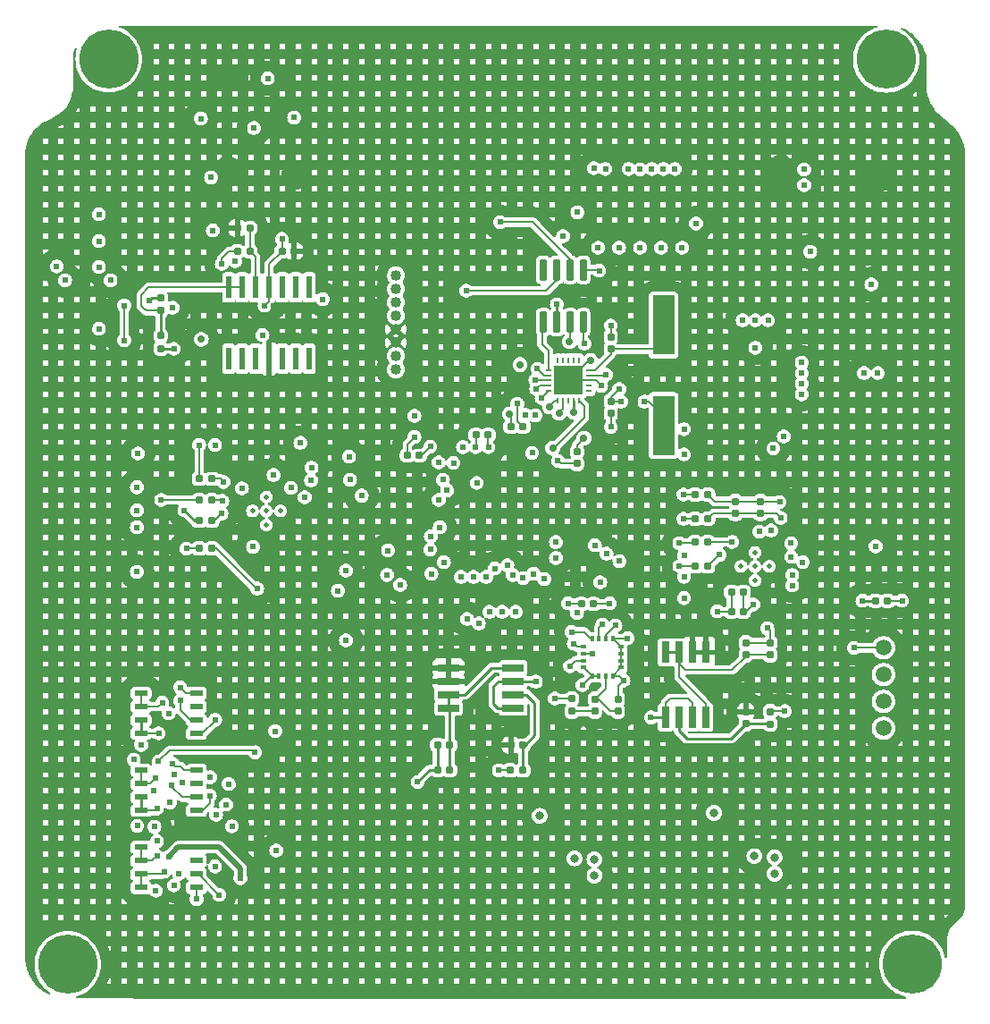
<source format=gbr>
%TF.GenerationSoftware,KiCad,Pcbnew,8.0.7*%
%TF.CreationDate,2025-02-06T16:30:48-03:00*%
%TF.ProjectId,adcs_board,61646373-5f62-46f6-9172-642e6b696361,1.0*%
%TF.SameCoordinates,Original*%
%TF.FileFunction,Copper,L4,Bot*%
%TF.FilePolarity,Positive*%
%FSLAX46Y46*%
G04 Gerber Fmt 4.6, Leading zero omitted, Abs format (unit mm)*
G04 Created by KiCad (PCBNEW 8.0.7) date 2025-02-06 16:30:48*
%MOMM*%
%LPD*%
G01*
G04 APERTURE LIST*
G04 Aperture macros list*
%AMRoundRect*
0 Rectangle with rounded corners*
0 $1 Rounding radius*
0 $2 $3 $4 $5 $6 $7 $8 $9 X,Y pos of 4 corners*
0 Add a 4 corners polygon primitive as box body*
4,1,4,$2,$3,$4,$5,$6,$7,$8,$9,$2,$3,0*
0 Add four circle primitives for the rounded corners*
1,1,$1+$1,$2,$3*
1,1,$1+$1,$4,$5*
1,1,$1+$1,$6,$7*
1,1,$1+$1,$8,$9*
0 Add four rect primitives between the rounded corners*
20,1,$1+$1,$2,$3,$4,$5,0*
20,1,$1+$1,$4,$5,$6,$7,0*
20,1,$1+$1,$6,$7,$8,$9,0*
20,1,$1+$1,$8,$9,$2,$3,0*%
G04 Aperture macros list end*
%TA.AperFunction,ComponentPad*%
%ADD10C,5.600000*%
%TD*%
%TA.AperFunction,ComponentPad*%
%ADD11C,1.016000*%
%TD*%
%TA.AperFunction,ComponentPad*%
%ADD12C,0.499999*%
%TD*%
%TA.AperFunction,ComponentPad*%
%ADD13C,1.520000*%
%TD*%
%TA.AperFunction,SMDPad,CuDef*%
%ADD14RoundRect,0.155000X0.155000X-0.212500X0.155000X0.212500X-0.155000X0.212500X-0.155000X-0.212500X0*%
%TD*%
%TA.AperFunction,SMDPad,CuDef*%
%ADD15RoundRect,0.155000X-0.155000X0.212500X-0.155000X-0.212500X0.155000X-0.212500X0.155000X0.212500X0*%
%TD*%
%TA.AperFunction,SMDPad,CuDef*%
%ADD16RoundRect,0.155000X0.212500X0.155000X-0.212500X0.155000X-0.212500X-0.155000X0.212500X-0.155000X0*%
%TD*%
%TA.AperFunction,SMDPad,CuDef*%
%ADD17R,1.257300X0.508000*%
%TD*%
%TA.AperFunction,SMDPad,CuDef*%
%ADD18RoundRect,0.160000X-0.160000X0.197500X-0.160000X-0.197500X0.160000X-0.197500X0.160000X0.197500X0*%
%TD*%
%TA.AperFunction,SMDPad,CuDef*%
%ADD19R,2.000000X0.750000*%
%TD*%
%TA.AperFunction,SMDPad,CuDef*%
%ADD20R,2.100000X5.600000*%
%TD*%
%TA.AperFunction,SMDPad,CuDef*%
%ADD21RoundRect,0.160000X-0.197500X-0.160000X0.197500X-0.160000X0.197500X0.160000X-0.197500X0.160000X0*%
%TD*%
%TA.AperFunction,SMDPad,CuDef*%
%ADD22R,0.558800X2.159000*%
%TD*%
%TA.AperFunction,SMDPad,CuDef*%
%ADD23R,0.750000X2.000000*%
%TD*%
%TA.AperFunction,SMDPad,CuDef*%
%ADD24R,0.254000X0.609600*%
%TD*%
%TA.AperFunction,SMDPad,CuDef*%
%ADD25R,0.609600X0.254000*%
%TD*%
%TA.AperFunction,SMDPad,CuDef*%
%ADD26R,2.692400X2.692400*%
%TD*%
%TA.AperFunction,SMDPad,CuDef*%
%ADD27RoundRect,0.155000X-0.212500X-0.155000X0.212500X-0.155000X0.212500X0.155000X-0.212500X0.155000X0*%
%TD*%
%TA.AperFunction,SMDPad,CuDef*%
%ADD28R,0.508000X0.406400*%
%TD*%
%TA.AperFunction,SMDPad,CuDef*%
%ADD29R,0.406400X0.508000*%
%TD*%
%TA.AperFunction,SMDPad,CuDef*%
%ADD30RoundRect,0.160000X0.197500X0.160000X-0.197500X0.160000X-0.197500X-0.160000X0.197500X-0.160000X0*%
%TD*%
%TA.AperFunction,SMDPad,CuDef*%
%ADD31RoundRect,0.075000X0.225000X-0.910000X0.225000X0.910000X-0.225000X0.910000X-0.225000X-0.910000X0*%
%TD*%
%TA.AperFunction,SMDPad,CuDef*%
%ADD32RoundRect,0.160000X0.160000X-0.197500X0.160000X0.197500X-0.160000X0.197500X-0.160000X-0.197500X0*%
%TD*%
%TA.AperFunction,ViaPad*%
%ADD33C,0.610000*%
%TD*%
%TA.AperFunction,ViaPad*%
%ADD34C,0.700000*%
%TD*%
%TA.AperFunction,ViaPad*%
%ADD35C,0.800000*%
%TD*%
%TA.AperFunction,Conductor*%
%ADD36C,0.203200*%
%TD*%
%TA.AperFunction,Conductor*%
%ADD37C,0.200000*%
%TD*%
%TA.AperFunction,Conductor*%
%ADD38C,0.250000*%
%TD*%
%TA.AperFunction,Conductor*%
%ADD39C,0.500000*%
%TD*%
G04 APERTURE END LIST*
D10*
%TO.P,H6,1*%
%TO.N,N/C*%
X170600000Y-50103500D03*
%TD*%
D11*
%TO.P,U27,1,S/R+*%
%TO.N,/mcu_circuits/magnetometer1/S{slash}R1*%
X124146666Y-79440383D03*
%TO.P,U27,2,OFFSET+*%
%TO.N,unconnected-(U27-OFFSET+-Pad2)*%
X124146666Y-78170383D03*
%TO.P,U27,3,S/R-*%
%TO.N,GNDA*%
X124146666Y-76900383D03*
%TO.P,U27,4,GND*%
X124146666Y-75630383D03*
%TO.P,U27,5,OUT+*%
%TO.N,Net-(U27-OUT+)*%
X124146666Y-74360383D03*
%TO.P,U27,6,OFFSET-*%
%TO.N,unconnected-(U27-OFFSET--Pad6)*%
X124146666Y-73090383D03*
%TO.P,U27,7,VBRIDGE*%
%TO.N,+5V*%
X124146666Y-71820383D03*
%TO.P,U27,8,OUT-*%
%TO.N,Net-(U27-OUT-)*%
X124146666Y-70550383D03*
%TD*%
D12*
%TO.P,U23,V*%
%TO.N,N/C*%
X159500000Y-98100000D03*
X158174999Y-99425001D03*
X158174999Y-98100000D03*
X158174999Y-96774999D03*
X156849998Y-98100000D03*
%TD*%
D10*
%TO.P,H7,1*%
%TO.N,N/C*%
X93048000Y-135765000D03*
%TD*%
D13*
%TO.P,J8,01,01*%
%TO.N,+3V3*%
X170342500Y-113412500D03*
%TO.P,J8,02,02*%
%TO.N,/SWDIO*%
X170342500Y-110872500D03*
%TO.P,J8,03,03*%
%TO.N,/SWDCLK*%
X170342500Y-108332500D03*
%TO.P,J8,04,04*%
%TO.N,GND*%
X170342500Y-105792500D03*
%TD*%
D12*
%TO.P,U28,V*%
%TO.N,N/C*%
X110550000Y-92850001D03*
X111875001Y-91525000D03*
X111875001Y-92850001D03*
X111875001Y-94175002D03*
X113200002Y-92850001D03*
%TD*%
D10*
%TO.P,H5,1*%
%TO.N,N/C*%
X96924000Y-50063500D03*
%TD*%
%TO.P,H8,1*%
%TO.N,N/C*%
X173070000Y-135729700D03*
%TD*%
D14*
%TO.P,C2,1*%
%TO.N,/mcu_circuits/OSC2*%
X144500000Y-77512500D03*
%TO.P,C2,2*%
%TO.N,GND*%
X144500000Y-76377500D03*
%TD*%
D15*
%TO.P,C101,1*%
%TO.N,+3V3*%
X141300000Y-87232500D03*
%TO.P,C101,2*%
%TO.N,GND*%
X141300000Y-88367500D03*
%TD*%
D14*
%TO.P,C70,1*%
%TO.N,/mcu_circuits/PLLFILT*%
X145174999Y-111789500D03*
%TO.P,C70,2*%
%TO.N,GND*%
X145174999Y-110654500D03*
%TD*%
D16*
%TO.P,C76,1*%
%TO.N,+5V*%
X157067500Y-100500000D03*
%TO.P,C76,2*%
%TO.N,GND*%
X155932500Y-100500000D03*
%TD*%
D17*
%TO.P,U4,1,IN+*%
%TO.N,/mcu_circuits/magnetorquer control1/current_sensingz*%
X100000000Y-128500000D03*
%TO.P,U4,2,IN+*%
X100000000Y-127230000D03*
%TO.P,U4,3,IN-*%
%TO.N,/mcu_circuits/magnetorquerz*%
X100000000Y-125960000D03*
%TO.P,U4,4,IN-*%
X100000000Y-124690000D03*
%TO.P,U4,5,GND*%
%TO.N,GND*%
X105245100Y-124690000D03*
%TO.P,U4,6,NC*%
%TO.N,unconnected-(U4-NC-Pad6)*%
X105245100Y-125960000D03*
%TO.P,U4,7,VOUT*%
%TO.N,/currentcoilz*%
X105245100Y-127230000D03*
%TO.P,U4,8,VS*%
%TO.N,+3V3*%
X105245100Y-128500000D03*
%TD*%
D18*
%TO.P,R77,1*%
%TO.N,/mcu_circuits/magnetometer1/vref*%
X101846666Y-76259983D03*
%TO.P,R77,2*%
%TO.N,Net-(U26-1IN+)*%
X101846666Y-77454983D03*
%TD*%
D19*
%TO.P,T3,1*%
%TO.N,Net-(C91-Pad2)*%
X135260700Y-107695000D03*
%TO.P,T3,2*%
%TO.N,/SRI_IN*%
X135260700Y-108965000D03*
%TO.P,T3,3*%
%TO.N,Net-(C95-Pad2)*%
X135260700Y-110235000D03*
%TO.P,T3,4*%
%TO.N,/SRI_IN*%
X135260700Y-111505000D03*
%TO.P,T3,5*%
%TO.N,Net-(C91-Pad2)*%
X129139300Y-111505000D03*
%TO.P,T3,6*%
X129139300Y-110235000D03*
%TO.P,T3,7*%
%TO.N,GNDA*%
X129139300Y-108965000D03*
%TO.P,T3,8*%
X129139300Y-107695000D03*
%TD*%
D20*
%TO.P,Y1,1*%
%TO.N,/mcu_circuits/OSC2*%
X149500000Y-75250000D03*
%TO.P,Y1,2*%
%TO.N,/mcu_circuits/OSC1*%
X149500000Y-84750000D03*
%TD*%
D14*
%TO.P,C75,1*%
%TO.N,Net-(U23-AIN3)*%
X156300000Y-93077500D03*
%TO.P,C75,2*%
%TO.N,Net-(U23-AIN2)*%
X156300000Y-91942500D03*
%TD*%
D15*
%TO.P,C3,1*%
%TO.N,/mcu_circuits/OSC1*%
X144500000Y-82487500D03*
%TO.P,C3,2*%
%TO.N,GND*%
X144500000Y-83622500D03*
%TD*%
D21*
%TO.P,R35,1*%
%TO.N,/currentcoilx*%
X152502500Y-91310000D03*
%TO.P,R35,2*%
%TO.N,Net-(U23-AIN2)*%
X153697500Y-91310000D03*
%TD*%
D15*
%TO.P,C93,1*%
%TO.N,/mcu_circuits/magnetometer1/S{slash}R1*%
X157300000Y-105332500D03*
%TO.P,C93,2*%
%TO.N,Net-(C93-Pad2)*%
X157300000Y-106467500D03*
%TD*%
D22*
%TO.P,U29,1,1OUT*%
%TO.N,/mcu_circuits/magnetometer1/vref*%
X108306666Y-71684283D03*
%TO.P,U29,2,1IN-*%
X109576666Y-71684283D03*
%TO.P,U29,3,1IN+*%
%TO.N,/mcu_circuits/magnetometer1/vdd_div*%
X110846666Y-71684283D03*
%TO.P,U29,4,VCC*%
%TO.N,+5V*%
X112116666Y-71684283D03*
%TO.P,U29,5,2IN+*%
%TO.N,unconnected-(U29-2IN+-Pad5)*%
X113386666Y-71684283D03*
%TO.P,U29,6,2IN-*%
%TO.N,unconnected-(U29-2IN--Pad6)*%
X114656666Y-71684283D03*
%TO.P,U29,7,2OUT*%
%TO.N,unconnected-(U29-2OUT-Pad7)*%
X115926666Y-71684283D03*
%TO.P,U29,8,3OUT*%
%TO.N,unconnected-(U29-3OUT-Pad8)*%
X115926666Y-78440683D03*
%TO.P,U29,9,3IN-*%
%TO.N,unconnected-(U29-3IN--Pad9)*%
X114656666Y-78440683D03*
%TO.P,U29,10,3IN+*%
%TO.N,unconnected-(U29-3IN+-Pad10)*%
X113386666Y-78440683D03*
%TO.P,U29,11,GND*%
%TO.N,GNDA*%
X112116666Y-78440683D03*
%TO.P,U29,12,4IN+*%
%TO.N,unconnected-(U29-4IN+-Pad12)*%
X110846666Y-78440683D03*
%TO.P,U29,13,4IN-*%
%TO.N,unconnected-(U29-4IN--Pad13)*%
X109576666Y-78440683D03*
%TO.P,U29,14,4OUT*%
%TO.N,unconnected-(U29-4OUT-Pad14)*%
X108306666Y-78440683D03*
%TD*%
D23*
%TO.P,T4,1*%
%TO.N,Net-(C93-Pad2)*%
X153505000Y-112360700D03*
%TO.P,T4,2*%
%TO.N,/SRI_IN2*%
X152235000Y-112360700D03*
%TO.P,T4,3*%
%TO.N,Net-(C97-Pad2)*%
X150965000Y-112360700D03*
%TO.P,T4,4*%
%TO.N,/SRI_IN2*%
X149695000Y-112360700D03*
%TO.P,T4,5*%
%TO.N,Net-(C93-Pad2)*%
X149695000Y-106239300D03*
%TO.P,T4,6*%
X150965000Y-106239300D03*
%TO.P,T4,7*%
%TO.N,GNDA*%
X152235000Y-106239300D03*
%TO.P,T4,8*%
X153505000Y-106239300D03*
%TD*%
D15*
%TO.P,C97,1*%
%TO.N,GNDA*%
X157300000Y-111870000D03*
%TO.P,C97,2*%
%TO.N,Net-(C97-Pad2)*%
X157300000Y-113005000D03*
%TD*%
D24*
%TO.P,U1,1,CLKOUT*%
%TO.N,unconnected-(U1-CLKOUT-Pad1)*%
X139499999Y-78607700D03*
%TO.P,U1,2,\u002ATX0RTS*%
%TO.N,unconnected-(U1-\u002ATX0RTS-Pad2)*%
X140000001Y-78607700D03*
%TO.P,U1,3,\u002ATX1RTS*%
%TO.N,unconnected-(U1-\u002ATX1RTS-Pad3)*%
X140500000Y-78607700D03*
%TO.P,U1,4,NC*%
%TO.N,unconnected-(U1-NC-Pad4)*%
X140999999Y-78607700D03*
%TO.P,U1,5,\u002ATX2RTS*%
%TO.N,unconnected-(U1-\u002ATX2RTS-Pad5)*%
X141500001Y-78607700D03*
D25*
%TO.P,U1,6,OSC2*%
%TO.N,/mcu_circuits/OSC2*%
X142392300Y-79499999D03*
%TO.P,U1,7,OSC1*%
%TO.N,/mcu_circuits/OSC1*%
X142392300Y-80000001D03*
%TO.P,U1,8,GND*%
%TO.N,GND*%
X142392300Y-80500000D03*
%TO.P,U1,9,\u002ARX1BF*%
%TO.N,unconnected-(U1-\u002ARX1BF-Pad9)*%
X142392300Y-80999999D03*
%TO.P,U1,10,\u002ARX0BF*%
%TO.N,unconnected-(U1-\u002ARX0BF-Pad10)*%
X142392300Y-81500001D03*
D24*
%TO.P,U1,11,\u002AINT*%
%TO.N,/can_int*%
X141500001Y-82392300D03*
%TO.P,U1,12,SCK*%
%TO.N,/can_sck*%
X140999999Y-82392300D03*
%TO.P,U1,13,NC*%
%TO.N,unconnected-(U1-NC-Pad13)*%
X140500000Y-82392300D03*
%TO.P,U1,14,SI*%
%TO.N,/can_ss*%
X140000001Y-82392300D03*
%TO.P,U1,15,SO*%
%TO.N,/can_miso*%
X139499999Y-82392300D03*
D25*
%TO.P,U1,16,\u002ACS*%
%TO.N,/can_mosi*%
X138607700Y-81500001D03*
%TO.P,U1,17,\u002ARESET*%
%TO.N,/can_reset*%
X138607700Y-80999999D03*
%TO.P,U1,18,VDD*%
%TO.N,+3V3*%
X138607700Y-80500000D03*
%TO.P,U1,19,TXCAN*%
%TO.N,/mcu_circuits/can_tx*%
X138607700Y-80000001D03*
%TO.P,U1,20,RXCAN*%
%TO.N,/mcu_circuits/can_rx*%
X138607700Y-79499999D03*
D26*
%TO.P,U1,21,EPAD*%
%TO.N,GND*%
X140500000Y-80500000D03*
%TD*%
D21*
%TO.P,R70,1*%
%TO.N,/mcu_circuits/magnetometer1/outy*%
X105502500Y-91802501D03*
%TO.P,R70,2*%
%TO.N,Net-(U28-AIN1)*%
X106697500Y-91802501D03*
%TD*%
D27*
%TO.P,C81,1*%
%TO.N,+5V*%
X169582500Y-101350000D03*
%TO.P,C81,2*%
%TO.N,GND*%
X170717500Y-101350000D03*
%TD*%
D28*
%TO.P,U19,1,VDD_IO*%
%TO.N,+3V3*%
X141922000Y-107674999D03*
%TO.P,U19,2,SCL/SPC*%
%TO.N,/GYRO_I2C_SDL*%
X141922000Y-107025001D03*
%TO.P,U19,3,SDA/SDI/SDO*%
%TO.N,/GYRO_I2C_SDA*%
X141922000Y-106374999D03*
%TO.P,U19,4,SDO/SA0*%
%TO.N,/GYRO_I2C_SMBAI*%
X141922000Y-105725001D03*
D29*
%TO.P,U19,5,CS*%
%TO.N,/GYRO_I2C_CS*%
X142725001Y-104922000D03*
%TO.P,U19,6,DRDY/INT2*%
%TO.N,/GYRO_DRDY*%
X143374999Y-104922000D03*
%TO.P,U19,7,INT*%
%TO.N,/GYRO_INT*%
X144025001Y-104922000D03*
%TO.P,U19,8,RES*%
%TO.N,GND*%
X144674999Y-104922000D03*
D28*
%TO.P,U19,9,RES*%
X145478000Y-105725001D03*
%TO.P,U19,10,RES*%
X145478000Y-106374999D03*
%TO.P,U19,11,RES*%
X145478000Y-107025001D03*
%TO.P,U19,12,RES*%
X145478000Y-107674999D03*
D29*
%TO.P,U19,13,GND*%
X144674999Y-108478000D03*
%TO.P,U19,14,PLLFILT*%
%TO.N,/mcu_circuits/PLLFILT*%
X144025001Y-108478000D03*
%TO.P,U19,15,RES*%
%TO.N,+3V3*%
X143374999Y-108478000D03*
%TO.P,U19,16,VDD*%
X142725001Y-108478000D03*
%TD*%
D27*
%TO.P,C91,1*%
%TO.N,/mcu_circuits/magnetometer1/S{slash}R2*%
X128097500Y-117370000D03*
%TO.P,C91,2*%
%TO.N,Net-(C91-Pad2)*%
X129232500Y-117370000D03*
%TD*%
%TO.P,C95,1*%
%TO.N,GNDA*%
X135032500Y-115030000D03*
%TO.P,C95,2*%
%TO.N,Net-(C95-Pad2)*%
X136167500Y-115030000D03*
%TD*%
D30*
%TO.P,R63,1*%
%TO.N,Net-(U23-CLKIN)*%
X153697500Y-95800000D03*
%TO.P,R63,2*%
%TO.N,/SS_I{slash}O_CLOCK*%
X152502500Y-95800000D03*
%TD*%
D16*
%TO.P,C78,1*%
%TO.N,+5V*%
X157067500Y-102400000D03*
%TO.P,C78,2*%
%TO.N,GND*%
X155932500Y-102400000D03*
%TD*%
D31*
%TO.P,U22,1,D*%
%TO.N,/mcu_circuits/can_tx*%
X141905000Y-74970000D03*
%TO.P,U22,2,GND*%
%TO.N,GND*%
X140635000Y-74970000D03*
%TO.P,U22,3,VCC*%
%TO.N,+3V3*%
X139365000Y-74970000D03*
%TO.P,U22,4,R*%
%TO.N,/mcu_circuits/can_rx*%
X138095000Y-74970000D03*
%TO.P,U22,5,VREF*%
%TO.N,unconnected-(U22-VREF-Pad5)*%
X138095000Y-70030000D03*
%TO.P,U22,6,CANL*%
%TO.N,/mcu_circuits/can_n*%
X139365000Y-70030000D03*
%TO.P,U22,7,CANH*%
%TO.N,/mcu_circuits/can_p*%
X140635000Y-70030000D03*
%TO.P,U22,8,RS*%
%TO.N,GND*%
X141905000Y-70030000D03*
%TD*%
D16*
%TO.P,C99,1*%
%TO.N,+3V3*%
X126367500Y-87600000D03*
%TO.P,C99,2*%
%TO.N,GND*%
X125232500Y-87600000D03*
%TD*%
D30*
%TO.P,R64,1*%
%TO.N,Net-(U23-DRDY_N)*%
X153695000Y-98100000D03*
%TO.P,R64,2*%
%TO.N,/SS_INT*%
X152500000Y-98100000D03*
%TD*%
D14*
%TO.P,C71,1*%
%TO.N,Net-(C71-Pad1)*%
X142994999Y-111809500D03*
%TO.P,C71,2*%
%TO.N,/mcu_circuits/PLLFILT*%
X142994999Y-110674500D03*
%TD*%
D17*
%TO.P,U2,1,IN+*%
%TO.N,/mcu_circuits/magnetorquer control1/current_sensingx*%
X100000000Y-121202500D03*
%TO.P,U2,2,IN+*%
X100000000Y-119932500D03*
%TO.P,U2,3,IN-*%
%TO.N,/mcu_circuits/magnetorquerx*%
X100000000Y-118662500D03*
%TO.P,U2,4,IN-*%
X100000000Y-117392500D03*
%TO.P,U2,5,GND*%
%TO.N,GND*%
X105245100Y-117392500D03*
%TO.P,U2,6,NC*%
%TO.N,unconnected-(U2-NC-Pad6)*%
X105245100Y-118662500D03*
%TO.P,U2,7,VOUT*%
%TO.N,/currentcoilx*%
X105245100Y-119932500D03*
%TO.P,U2,8,VS*%
%TO.N,+3V3*%
X105245100Y-121202500D03*
%TD*%
D14*
%TO.P,C73,1*%
%TO.N,Net-(U23-AIN3)*%
X158700000Y-93077500D03*
%TO.P,C73,2*%
%TO.N,Net-(U23-AIN2)*%
X158700000Y-91942500D03*
%TD*%
D16*
%TO.P,C1,1*%
%TO.N,/NRST*%
X132867500Y-85650000D03*
%TO.P,C1,2*%
%TO.N,GND*%
X131732500Y-85650000D03*
%TD*%
D27*
%TO.P,C5,1*%
%TO.N,+3V3*%
X135032500Y-84850000D03*
%TO.P,C5,2*%
%TO.N,GND*%
X136167500Y-84850000D03*
%TD*%
D30*
%TO.P,R90,1*%
%TO.N,Net-(C95-Pad2)*%
X136177500Y-117400000D03*
%TO.P,R90,2*%
%TO.N,/mcu_circuits/magnetometer1/8v*%
X134982500Y-117400000D03*
%TD*%
D16*
%TO.P,C96,1*%
%TO.N,GNDA*%
X114479166Y-68262483D03*
%TO.P,C96,2*%
%TO.N,+5V*%
X113344166Y-68262483D03*
%TD*%
D17*
%TO.P,U3,1,IN+*%
%TO.N,/mcu_circuits/magnetorquer control1/current_sensingy*%
X100000000Y-113905000D03*
%TO.P,U3,2,IN+*%
X100000000Y-112635000D03*
%TO.P,U3,3,IN-*%
%TO.N,/mcu_circuits/magnetorquery*%
X100000000Y-111365000D03*
%TO.P,U3,4,IN-*%
X100000000Y-110095000D03*
%TO.P,U3,5,GND*%
%TO.N,GND*%
X105245100Y-110095000D03*
%TO.P,U3,6,NC*%
%TO.N,unconnected-(U3-NC-Pad6)*%
X105245100Y-111365000D03*
%TO.P,U3,7,VOUT*%
%TO.N,/currentcoily*%
X105245100Y-112635000D03*
%TO.P,U3,8,VS*%
%TO.N,+3V3*%
X105245100Y-113905000D03*
%TD*%
D21*
%TO.P,R91,1*%
%TO.N,GNDA*%
X109121666Y-66062483D03*
%TO.P,R91,2*%
%TO.N,/mcu_circuits/magnetometer1/vdd_div*%
X110316666Y-66062483D03*
%TD*%
D27*
%TO.P,C98,1*%
%TO.N,+3V3*%
X141732500Y-101650000D03*
%TO.P,C98,2*%
%TO.N,GND*%
X142867500Y-101650000D03*
%TD*%
D30*
%TO.P,R72,1*%
%TO.N,/currentcoilz*%
X106697500Y-96400000D03*
%TO.P,R72,2*%
%TO.N,Net-(U28-AIN3)*%
X105502500Y-96400000D03*
%TD*%
D15*
%TO.P,C94,1*%
%TO.N,/mcu_circuits/magnetometer1/S{slash}R1*%
X159600000Y-105332500D03*
%TO.P,C94,2*%
%TO.N,Net-(C93-Pad2)*%
X159600000Y-106467500D03*
%TD*%
D27*
%TO.P,C92,1*%
%TO.N,/mcu_circuits/magnetometer1/S{slash}R2*%
X128097500Y-115000000D03*
%TO.P,C92,2*%
%TO.N,Net-(C91-Pad2)*%
X129232500Y-115000000D03*
%TD*%
D32*
%TO.P,R92,1*%
%TO.N,Net-(C97-Pad2)*%
X159600000Y-113035000D03*
%TO.P,R92,2*%
%TO.N,/mcu_circuits/magnetometer1/8v(2)*%
X159600000Y-111840000D03*
%TD*%
D21*
%TO.P,R53,1*%
%TO.N,/currentcoily*%
X152505000Y-93600000D03*
%TO.P,R53,2*%
%TO.N,Net-(U23-AIN3)*%
X153700000Y-93600000D03*
%TD*%
D32*
%TO.P,R32,1*%
%TO.N,Net-(C71-Pad1)*%
X140804999Y-111819500D03*
%TO.P,R32,2*%
%TO.N,GND*%
X140804999Y-110624500D03*
%TD*%
D18*
%TO.P,R78,1*%
%TO.N,Net-(U26-2IN+)*%
X101846666Y-72686783D03*
%TO.P,R78,2*%
%TO.N,/mcu_circuits/magnetometer1/vref*%
X101846666Y-73881783D03*
%TD*%
D21*
%TO.P,R71,1*%
%TO.N,/mcu_circuits/magnetometer1/outz*%
X105502500Y-93792501D03*
%TO.P,R71,2*%
%TO.N,Net-(U28-AIN2)*%
X106697500Y-93792501D03*
%TD*%
%TO.P,R69,1*%
%TO.N,/mcu_circuits/magnetometer1/outx*%
X105502500Y-89812501D03*
%TO.P,R69,2*%
%TO.N,Net-(U28-AIN0)*%
X106697500Y-89812501D03*
%TD*%
D30*
%TO.P,R93,1*%
%TO.N,/mcu_circuits/magnetometer1/vdd_div*%
X110316666Y-68262483D03*
%TO.P,R93,2*%
%TO.N,+5V*%
X109121666Y-68262483D03*
%TD*%
D33*
%TO.N,/NRST*%
X132900000Y-86800000D03*
D34*
%TO.N,+3V3*%
X134900000Y-83700000D03*
D33*
X158600000Y-94800000D03*
X107022200Y-112622200D03*
X139400000Y-73300000D03*
X169800000Y-79800000D03*
X162600000Y-80800000D03*
X127400000Y-86750000D03*
X118650000Y-100400000D03*
X124550000Y-99850000D03*
X162823700Y-60500000D03*
X106500000Y-119800000D03*
D34*
X135900000Y-79000000D03*
D33*
X141822000Y-109325001D03*
X162823700Y-62000000D03*
X163400000Y-68300000D03*
X105250000Y-129595000D03*
X139980000Y-66827501D03*
X137350000Y-80435000D03*
X159700000Y-94700000D03*
X147290000Y-60500001D03*
X152580000Y-65627501D03*
D34*
X141950000Y-85950000D03*
D33*
X137050000Y-87350000D03*
X162600000Y-78800000D03*
X162600000Y-79800000D03*
X110600000Y-96250000D03*
X96000000Y-67300000D03*
X140450000Y-101600000D03*
X162600000Y-81800000D03*
X99600000Y-98600000D03*
%TO.N,/SWDIO*%
X141300000Y-102500000D03*
%TO.N,/SWDCLK*%
X143500000Y-99600000D03*
%TO.N,GNDA*%
X158850000Y-102600000D03*
X108200000Y-60500000D03*
X169423700Y-61700000D03*
X112530004Y-73427859D03*
X170273700Y-61299999D03*
X114500000Y-61200000D03*
X169423700Y-60850000D03*
X108200000Y-51900000D03*
X111350000Y-89450000D03*
X160608700Y-60350000D03*
X160658700Y-62250000D03*
%TO.N,/SRI_IN*%
X133000000Y-102400000D03*
X137400000Y-109000000D03*
D35*
%TO.N,+5V*%
X137780000Y-121710000D03*
X141060000Y-125730000D03*
D33*
X112550000Y-89450000D03*
X111500000Y-76200000D03*
X112700000Y-113700000D03*
X112000000Y-51900000D03*
X168350000Y-101350000D03*
X112800000Y-125000000D03*
D35*
X142970000Y-127370000D03*
X158120000Y-125540000D03*
D33*
X109550000Y-90700000D03*
X113344166Y-67100000D03*
D35*
X142960000Y-125820000D03*
D33*
X169200000Y-71400000D03*
X158000000Y-101700000D03*
D35*
X154290000Y-121440000D03*
X160030000Y-127180000D03*
D33*
X107650000Y-69450000D03*
D35*
X160020000Y-125630000D03*
D33*
X111700000Y-73400000D03*
%TO.N,/enable_ehs*%
X133500000Y-98300000D03*
X96000000Y-75600000D03*
%TO.N,GND*%
X172100000Y-101350000D03*
X125900000Y-85850000D03*
X103700000Y-109550000D03*
X144500000Y-75300000D03*
X154600000Y-102350000D03*
D34*
X140600000Y-76800000D03*
D33*
X145700000Y-108900000D03*
X167542500Y-105802500D03*
X139500000Y-88100000D03*
X99632082Y-122664992D03*
X143400000Y-70100000D03*
X103005000Y-116800000D03*
X146100000Y-104900000D03*
X131700000Y-86800000D03*
X139200000Y-110600000D03*
X102600000Y-125600000D03*
X135650000Y-82700000D03*
X144500000Y-84900000D03*
X144400000Y-101600000D03*
X109400000Y-127600000D03*
X101400000Y-128800000D03*
X143600000Y-81000000D03*
D34*
X142600000Y-78600000D03*
D33*
%TO.N,/GYRO_INT*%
X144950000Y-103700000D03*
X138200000Y-99290380D03*
%TO.N,/boot_ehs*%
X96000000Y-64774198D03*
X134700000Y-98000000D03*
%TO.N,/BIN2u8*%
X107000000Y-126500000D03*
X132000000Y-103500000D03*
%TO.N,/BIN2u7*%
X127500000Y-98800000D03*
X106550000Y-118050000D03*
%TO.N,/nfaultu7*%
X103100000Y-117800000D03*
X128700000Y-97700000D03*
%TO.N,/BIN1u7*%
X123300000Y-98900000D03*
X103900000Y-118600000D03*
%TO.N,/SRI_IN2*%
X134200000Y-102400000D03*
X148300000Y-112400000D03*
%TO.N,/nfaultu8*%
X103600000Y-127200000D03*
X131500000Y-99100000D03*
%TO.N,/nsleepu8*%
X119400000Y-105100000D03*
X102750000Y-120450000D03*
%TO.N,/BIN1u8*%
X130875000Y-103075000D03*
X103100000Y-128300000D03*
%TO.N,/AIN1u8*%
X108300000Y-118700000D03*
X132700000Y-99100000D03*
%TO.N,/GYRO_DRDY*%
X143700000Y-103600000D03*
X137200000Y-98800000D03*
%TO.N,/AIN2u8*%
X130300000Y-99100000D03*
X107100000Y-121600000D03*
%TO.N,/mcu_circuits/OSC1*%
X144050000Y-79950000D03*
X145500000Y-82500000D03*
X147700000Y-82500000D03*
X145300000Y-81300000D03*
%TO.N,/mcu_circuits/5v_out*%
X158200000Y-74800000D03*
X158200000Y-77400000D03*
X159400000Y-74800000D03*
X157000000Y-74800000D03*
%TO.N,Net-(U23-AIN1)*%
X159900000Y-86917500D03*
X162700000Y-97700000D03*
%TO.N,Net-(U23-AIN0)*%
X161700000Y-98900000D03*
X160900000Y-85800000D03*
%TO.N,Net-(U23-AIN3)*%
X161600000Y-95900000D03*
X160600000Y-93500000D03*
%TO.N,Net-(U23-AIN2)*%
X160500000Y-92000000D03*
X161600000Y-97200000D03*
%TO.N,/mcu_circuits/coarse_sun-sensor1/REFP*%
X169600000Y-96200000D03*
X161700000Y-99900000D03*
%TO.N,Net-(U28-AIN1)*%
X107700000Y-91900000D03*
%TO.N,Net-(U28-AIN0)*%
X107800000Y-90100000D03*
%TO.N,Net-(U28-AIN2)*%
X107600000Y-93100000D03*
%TO.N,Net-(U28-AIN3)*%
X104300000Y-96400000D03*
%TO.N,/mcu_circuits/magnetometer1/outx*%
X105500000Y-86600000D03*
%TO.N,/mcu_circuits/magnetometer1/outy*%
X101900000Y-91800000D03*
%TO.N,/mcu_circuits/magnetometer1/outz*%
X117200000Y-72800000D03*
X104100000Y-92800000D03*
%TO.N,/mcu_circuits/magnetometer1/S{slash}R2*%
X98400000Y-76700000D03*
X126200000Y-118500000D03*
X106800000Y-66300000D03*
X98400000Y-73400000D03*
%TO.N,/mcu_circuits/magnetometer1/S{slash}R1*%
X159350000Y-103950000D03*
%TO.N,/SD_SPI_MOSI*%
X148390000Y-60462499D03*
X129600000Y-88300000D03*
X147280000Y-67927501D03*
%TO.N,/currentcoilz*%
X107400000Y-129200000D03*
X111000000Y-100200000D03*
X128600000Y-89900000D03*
%TO.N,/SS_I{slash}O_CLOCK*%
X139300000Y-95800000D03*
X151000000Y-95900000D03*
%TO.N,/SS_INT*%
X151000000Y-98077184D03*
X143000000Y-96100000D03*
%TO.N,/SD_SPI_SS*%
X149270000Y-67927501D03*
X149490000Y-60462499D03*
X130500000Y-86800000D03*
%TO.N,/SS_SPI_MISO*%
X151443183Y-97054368D03*
X139300000Y-97300000D03*
%TO.N,/SS_SPI_SCK*%
X151443183Y-101100000D03*
X145317106Y-97597658D03*
D34*
%TO.N,/can_ss*%
X139600000Y-83600000D03*
%TO.N,/can_int*%
X139000000Y-86900000D03*
D33*
%TO.N,/currentcoily*%
X128200000Y-91800000D03*
X151400000Y-93600000D03*
X103700000Y-110800000D03*
%TO.N,/GYRO_I2C_SDA*%
X142800000Y-106374999D03*
X135200000Y-98900000D03*
%TO.N,/MAG_SPI_MOSI*%
X123400000Y-96600000D03*
X119800000Y-89899077D03*
D34*
%TO.N,/can_sck*%
X141000000Y-83500000D03*
D33*
%TO.N,/MAG_SPI_SCK*%
X119700000Y-87700000D03*
X127450000Y-95250000D03*
%TO.N,/can_reset*%
X137450000Y-81300000D03*
X136400000Y-83750000D03*
%TO.N,/currentin*%
X168500000Y-79800000D03*
X131800000Y-90200000D03*
%TO.N,/MAG_SPI_MISO*%
X127400000Y-96500000D03*
X120900000Y-91400000D03*
%TO.N,/GYRO_I2C_CS*%
X140800000Y-104300000D03*
%TO.N,/currentcoilx*%
X102900000Y-118800000D03*
X129000000Y-90900000D03*
X151400000Y-91300000D03*
%TO.N,/MAG_I{slash}O_CLOCK*%
X128300000Y-94400000D03*
X119400000Y-98500000D03*
%TO.N,/GYRO_I2C_SMBAI*%
X141000000Y-105400000D03*
X136200000Y-99200000D03*
D34*
%TO.N,/can_miso*%
X138700000Y-83000000D03*
D33*
%TO.N,/can_mosi*%
X137363811Y-83800000D03*
X137950000Y-82150000D03*
%TO.N,/SD_SPI_MISO*%
X143300000Y-67927501D03*
X143990000Y-60462499D03*
X125900000Y-83850000D03*
%TO.N,/SD_SPI_SLK*%
X145290000Y-67927501D03*
X128200000Y-88255000D03*
X146190000Y-60462499D03*
%TO.N,/GYRO_I2C_SDL*%
X140650000Y-107550000D03*
X135500000Y-102400000D03*
%TO.N,/SS_SPI_MOSI*%
X144100000Y-96900000D03*
X151443183Y-99100000D03*
%TO.N,/mcu_circuits/can_n*%
X130800000Y-72000000D03*
X97100000Y-71000000D03*
X92800000Y-71000000D03*
X99600000Y-90600000D03*
%TO.N,/mcu_circuits/SS_AIN1*%
X151443183Y-87500000D03*
X99600000Y-94400000D03*
%TO.N,/mcu_circuits/SS_AIN0*%
X99600000Y-92800000D03*
X151443183Y-85100000D03*
%TO.N,/mcu_circuits/can_p*%
X134000000Y-65500000D03*
X92000000Y-69700000D03*
X99700000Y-87400000D03*
X96000000Y-69750000D03*
%TO.N,/mcu_circuits/magnetorquery*%
X102000000Y-111000000D03*
X99300000Y-116400000D03*
%TO.N,/mcu_circuits/magnetorquerx2*%
X110800000Y-115700000D03*
X101650000Y-116550000D03*
%TO.N,/mcu_circuits/magnetorquerz2*%
X108600000Y-122700000D03*
X101499999Y-124100002D03*
%TO.N,/mcu_circuits/magnetorquerx*%
X101350000Y-118150000D03*
%TO.N,/mcu_circuits/magnetorquerz*%
X101500000Y-125500000D03*
%TO.N,/mcu_circuits/magnetorquery2*%
X100000000Y-115000000D03*
X101250000Y-122750000D03*
X108050000Y-120650000D03*
%TO.N,Net-(U23-CLKIN)*%
X156000000Y-95775001D03*
%TO.N,Net-(U23-DRDY_N)*%
X154800000Y-97000000D03*
%TO.N,Net-(U25-OUT-(A))*%
X107000000Y-86600000D03*
X110700000Y-56600000D03*
D34*
%TO.N,Net-(U25-OUT+(A))*%
X105700000Y-76600000D03*
D33*
X114500000Y-55600000D03*
%TO.N,Net-(U26-1IN+)*%
X103100000Y-77500000D03*
%TO.N,/mcu_circuits/magnetometer1/out-b*%
X115100000Y-86400000D03*
X106625000Y-61275000D03*
%TO.N,/mcu_circuits/magnetometer1/out+b*%
X103000000Y-73600000D03*
X105655000Y-55700000D03*
%TO.N,Net-(U26-2IN+)*%
X100800000Y-72900000D03*
%TO.N,Net-(U28-SCLK)*%
X116150000Y-88750000D03*
X114200000Y-90650000D03*
%TO.N,Net-(U28-DIN)*%
X115500000Y-91550000D03*
X116100000Y-89950000D03*
%TO.N,Net-(U27-OUT+)*%
X108905000Y-69200000D03*
%TO.N,/mcu_circuits/can_tx*%
X142000000Y-76999986D03*
X137550000Y-79400000D03*
%TO.N,/mcu_circuits/magnetorquer control1/current_sensingx*%
X102600000Y-112000000D03*
X101500000Y-121000000D03*
%TO.N,/mcu_circuits/magnetorquer control1/current_sensingy*%
X101656600Y-113900000D03*
X101200000Y-119300000D03*
%TO.N,/mcu_circuits/magnetorquer control1/current_sensingz*%
X102200000Y-127000000D03*
%TO.N,Net-(J1-1)*%
X151260000Y-67927501D03*
X150590000Y-60462499D03*
%TO.N,/mcu_circuits/magnetometer1/8v*%
X133900000Y-117400000D03*
%TO.N,Net-(J1-8)*%
X141330000Y-64577501D03*
X142890000Y-60400001D03*
%TO.N,/mcu_circuits/magnetometer1/8v(2)*%
X161000000Y-111800000D03*
%TD*%
D36*
%TO.N,/NRST*%
X132867500Y-85650000D02*
X132867500Y-86767500D01*
X132867500Y-86767500D02*
X132900000Y-86800000D01*
D37*
%TO.N,+3V3*%
X142725001Y-108478000D02*
X142669001Y-108478000D01*
D36*
X126150000Y-87582500D02*
X126567500Y-87582500D01*
X134900000Y-83700000D02*
X135032500Y-83832500D01*
X141300000Y-86600000D02*
X141300000Y-87232500D01*
X106500000Y-119800000D02*
X106500000Y-120531725D01*
X107022200Y-112677800D02*
X105795000Y-113905000D01*
D37*
X142725001Y-108478000D02*
X141922000Y-107674999D01*
X137415000Y-80500000D02*
X138607700Y-80500000D01*
D36*
X140450000Y-101600000D02*
X141682500Y-101600000D01*
X126567500Y-87582500D02*
X127400000Y-86750000D01*
X105245100Y-128500000D02*
X105245100Y-129590100D01*
X141682500Y-101600000D02*
X141732500Y-101650000D01*
X106500000Y-120531725D02*
X105829225Y-121202500D01*
X135032500Y-83832500D02*
X135032500Y-84850000D01*
D38*
X139365000Y-74970000D02*
X139365000Y-73335000D01*
D36*
X107022200Y-112622200D02*
X107022200Y-112677800D01*
D37*
X137350000Y-80435000D02*
X137415000Y-80500000D01*
X143374999Y-108478000D02*
X142725001Y-108478000D01*
D36*
X141950000Y-85950000D02*
X141300000Y-86600000D01*
X105245100Y-129590100D02*
X105250000Y-129595000D01*
X105829225Y-121202500D02*
X105245100Y-121202500D01*
X105795000Y-113905000D02*
X105245100Y-113905000D01*
D38*
X139365000Y-73335000D02*
X139400000Y-73300000D01*
D37*
X142669001Y-108478000D02*
X141822000Y-109325001D01*
D38*
%TO.N,/SRI_IN*%
X135260700Y-111505000D02*
X133805000Y-111505000D01*
X135260700Y-108965000D02*
X137365000Y-108965000D01*
X133400000Y-109400000D02*
X133835000Y-108965000D01*
X133400000Y-111100000D02*
X133400000Y-109400000D01*
X137365000Y-108965000D02*
X137400000Y-109000000D01*
X133805000Y-111505000D02*
X133400000Y-111100000D01*
X133835000Y-108965000D02*
X135260700Y-108965000D01*
D37*
%TO.N,+5V*%
X113344166Y-68262483D02*
X112116666Y-69489983D01*
D38*
X169582500Y-101350000D02*
X168350000Y-101350000D01*
D36*
X112116666Y-72983334D02*
X112116666Y-71684283D01*
X111700000Y-73400000D02*
X112116666Y-72983334D01*
D37*
X112116666Y-69489983D02*
X112116666Y-71684283D01*
D36*
X107650000Y-68950000D02*
X107650000Y-69450000D01*
X109121666Y-68262483D02*
X108337517Y-68262483D01*
X108337517Y-68262483D02*
X107650000Y-68950000D01*
D37*
X158000000Y-101700000D02*
X157300000Y-102400000D01*
D38*
X157067500Y-102400000D02*
X157200000Y-102400000D01*
D37*
X157067500Y-102400000D02*
X157067500Y-100500000D01*
X157300000Y-102400000D02*
X157067500Y-102400000D01*
D36*
X113344166Y-67100000D02*
X113344166Y-68262483D01*
%TO.N,GND*%
X145700000Y-108900000D02*
X145278000Y-108478000D01*
X144350000Y-101650000D02*
X142867500Y-101650000D01*
X131732500Y-85650000D02*
X131732500Y-86767500D01*
X104245000Y-110095000D02*
X103700000Y-109550000D01*
X125232500Y-86517500D02*
X125900000Y-85850000D01*
D37*
X143100000Y-80500000D02*
X142392300Y-80500000D01*
D36*
X144500000Y-83622500D02*
X144500000Y-84900000D01*
X103255000Y-117050000D02*
X103750000Y-117050000D01*
X141300000Y-88367500D02*
X139767500Y-88367500D01*
X144674999Y-104922000D02*
X146078000Y-104922000D01*
X139767500Y-88367500D02*
X139500000Y-88100000D01*
X167552500Y-105792500D02*
X167542500Y-105802500D01*
X146078000Y-104922000D02*
X146100000Y-104900000D01*
X135650000Y-84332500D02*
X135650000Y-82700000D01*
X145278000Y-108478000D02*
X144674999Y-108478000D01*
X145174999Y-109425001D02*
X145174999Y-110654500D01*
D37*
X142392300Y-80500000D02*
X140500000Y-80500000D01*
D36*
X145478000Y-105725001D02*
X144674999Y-104922000D01*
X155932500Y-102400000D02*
X155932500Y-101450000D01*
X139224500Y-110624500D02*
X140804999Y-110624500D01*
X145700000Y-108900000D02*
X145174999Y-109425001D01*
X144400000Y-101600000D02*
X144350000Y-101650000D01*
X170717500Y-101350000D02*
X172100000Y-101350000D01*
X155932500Y-101450000D02*
X155932500Y-100500000D01*
D39*
X105245100Y-124690000D02*
X107390000Y-124690000D01*
X109400000Y-126700000D02*
X109400000Y-127600000D01*
D37*
X143400000Y-70100000D02*
X143330000Y-70030000D01*
D36*
X125232500Y-87600000D02*
X125232500Y-86517500D01*
D39*
X107390000Y-124690000D02*
X109400000Y-126700000D01*
X103510000Y-124690000D02*
X105245100Y-124690000D01*
D37*
X142400000Y-78600000D02*
X140500000Y-80500000D01*
D36*
X170342500Y-105792500D02*
X167552500Y-105792500D01*
X131732500Y-86767500D02*
X131700000Y-86800000D01*
X145478000Y-107025001D02*
X145478000Y-106374999D01*
X104092500Y-117392500D02*
X105245100Y-117392500D01*
X145478000Y-106374999D02*
X145478000Y-105725001D01*
X139200000Y-110600000D02*
X139224500Y-110624500D01*
X154650000Y-102400000D02*
X154600000Y-102350000D01*
D37*
X143600000Y-81000000D02*
X143100000Y-80500000D01*
D36*
X144674999Y-108478000D02*
X145478000Y-107674999D01*
X145478000Y-107674999D02*
X145478000Y-107025001D01*
D39*
X102600000Y-125600000D02*
X103510000Y-124690000D01*
D36*
X155932500Y-102400000D02*
X154650000Y-102400000D01*
D37*
X144500000Y-76377500D02*
X144500000Y-75300000D01*
D36*
X105245100Y-110095000D02*
X104245000Y-110095000D01*
X103750000Y-117050000D02*
X104092500Y-117392500D01*
D37*
X143330000Y-70030000D02*
X141905000Y-70030000D01*
D36*
X136167500Y-84850000D02*
X135650000Y-84332500D01*
D37*
X142600000Y-78600000D02*
X142400000Y-78600000D01*
X140635000Y-76765000D02*
X140600000Y-76800000D01*
D36*
X103005000Y-116800000D02*
X103255000Y-117050000D01*
D37*
X140635000Y-74970000D02*
X140635000Y-76765000D01*
%TO.N,/GYRO_INT*%
X144025001Y-104624999D02*
X144025001Y-104922000D01*
X144950000Y-103700000D02*
X144025001Y-104624999D01*
%TO.N,/SRI_IN2*%
X150100000Y-110600000D02*
X151800000Y-110600000D01*
X149695000Y-111005000D02*
X150100000Y-110600000D01*
X152235000Y-111035000D02*
X152235000Y-112360700D01*
D38*
X148339300Y-112360700D02*
X148300000Y-112400000D01*
D37*
X149695000Y-112360700D02*
X149695000Y-111005000D01*
X151800000Y-110600000D02*
X152235000Y-111035000D01*
D38*
X149695000Y-112360700D02*
X148339300Y-112360700D01*
D37*
%TO.N,/GYRO_DRDY*%
X143700000Y-103600000D02*
X143374999Y-103925001D01*
X143374999Y-103925001D02*
X143374999Y-104922000D01*
%TO.N,/mcu_circuits/OSC2*%
X143006251Y-79499999D02*
X142392300Y-79499999D01*
X144500000Y-77512500D02*
X144500000Y-78006250D01*
X144500000Y-78006250D02*
X143006251Y-79499999D01*
X144500000Y-77512500D02*
X149500000Y-77512500D01*
D38*
X149500000Y-77512500D02*
X149500000Y-75250000D01*
D36*
%TO.N,/mcu_circuits/OSC1*%
X147700000Y-82500000D02*
X148100000Y-82500000D01*
D37*
X143850000Y-79950000D02*
X144050000Y-79950000D01*
D36*
X148100000Y-82500000D02*
X149500000Y-83900000D01*
X144512500Y-82500000D02*
X144500000Y-82487500D01*
X149500000Y-83900000D02*
X149500000Y-84750000D01*
X145500000Y-82500000D02*
X144512500Y-82500000D01*
X145300000Y-81300000D02*
X144500000Y-82100000D01*
D37*
X143999999Y-80000001D02*
X142392300Y-80000001D01*
D36*
X144500000Y-82100000D02*
X144500000Y-82487500D01*
D38*
X149500000Y-82487500D02*
X149500000Y-84750000D01*
D37*
X144050000Y-79950000D02*
X143999999Y-80000001D01*
%TO.N,/mcu_circuits/PLLFILT*%
X143371499Y-110674500D02*
X144486499Y-111789500D01*
X144486499Y-111789500D02*
X145174999Y-111789500D01*
X142994999Y-110674500D02*
X143371499Y-110674500D01*
X144025001Y-109644498D02*
X144025001Y-108478000D01*
X142994999Y-110674500D02*
X144025001Y-109644498D01*
%TO.N,Net-(C71-Pad1)*%
X142984999Y-111819500D02*
X142994999Y-111809500D01*
X140804999Y-111819500D02*
X142984999Y-111819500D01*
%TO.N,Net-(U23-AIN3)*%
X158700000Y-93077500D02*
X156300000Y-93077500D01*
X160600000Y-93500000D02*
X160177500Y-93077500D01*
X160177500Y-93077500D02*
X158700000Y-93077500D01*
X154222500Y-93077500D02*
X153700000Y-93600000D01*
X156300000Y-93077500D02*
X154222500Y-93077500D01*
D38*
%TO.N,Net-(U23-AIN2)*%
X158757500Y-92000000D02*
X158700000Y-91942500D01*
D37*
X160442500Y-91942500D02*
X158700000Y-91942500D01*
X160500000Y-92000000D02*
X160442500Y-91942500D01*
X158700000Y-91942500D02*
X156300000Y-91942500D01*
X154330000Y-91942500D02*
X153697500Y-91310000D01*
D38*
X158742500Y-91900000D02*
X158700000Y-91942500D01*
D37*
X156300000Y-91942500D02*
X154330000Y-91942500D01*
%TO.N,Net-(U28-AIN1)*%
X107602501Y-91802501D02*
X107700000Y-91900000D01*
X106697500Y-91802501D02*
X107602501Y-91802501D01*
%TO.N,Net-(U28-AIN0)*%
X107512501Y-89812501D02*
X106697500Y-89812501D01*
X107800000Y-90100000D02*
X107512501Y-89812501D01*
D36*
%TO.N,Net-(U28-AIN2)*%
X106907499Y-93792501D02*
X107600000Y-93100000D01*
X106697500Y-93792501D02*
X106907499Y-93792501D01*
D37*
%TO.N,Net-(U28-AIN3)*%
X105502500Y-96400000D02*
X104300000Y-96400000D01*
D38*
%TO.N,/mcu_circuits/magnetometer1/outx*%
X105500000Y-89810001D02*
X105502500Y-89812501D01*
D37*
X105500000Y-86600000D02*
X105500000Y-89810001D01*
D38*
%TO.N,/mcu_circuits/magnetometer1/outy*%
X101902501Y-91802501D02*
X101900000Y-91800000D01*
D37*
X105502500Y-91802501D02*
X101902501Y-91802501D01*
D38*
%TO.N,/mcu_circuits/magnetometer1/outz*%
X105092501Y-93792501D02*
X104100000Y-92800000D01*
X105502500Y-93792501D02*
X105092501Y-93792501D01*
%TO.N,/mcu_circuits/magnetometer1/S{slash}R2*%
X128097500Y-117370000D02*
X127330000Y-117370000D01*
X127330000Y-117370000D02*
X126200000Y-118500000D01*
D37*
X98400000Y-73400000D02*
X98400000Y-76700000D01*
D38*
X128097500Y-115000000D02*
X128097500Y-117370000D01*
%TO.N,Net-(C91-Pad2)*%
X129139300Y-111505000D02*
X129139300Y-110235000D01*
X129232500Y-117370000D02*
X129232500Y-111598200D01*
X129139300Y-110235000D02*
X130665000Y-110235000D01*
X129232500Y-111598200D02*
X129139300Y-111505000D01*
X133205000Y-107695000D02*
X135260700Y-107695000D01*
X129232500Y-117370000D02*
X129232500Y-115000000D01*
X130665000Y-110235000D02*
X133205000Y-107695000D01*
D37*
%TO.N,Net-(C93-Pad2)*%
X150965000Y-108565000D02*
X150965000Y-106239300D01*
D38*
X150965000Y-106239300D02*
X149695000Y-106239300D01*
D37*
X153505000Y-111105000D02*
X150965000Y-108565000D01*
X156000000Y-107900000D02*
X157300000Y-106600000D01*
X150965000Y-107265000D02*
X151600000Y-107900000D01*
X157300000Y-106467500D02*
X159600000Y-106467500D01*
D38*
X150965000Y-106239300D02*
X150965000Y-107265000D01*
D37*
X153505000Y-112360700D02*
X153505000Y-111105000D01*
X151600000Y-107900000D02*
X156000000Y-107900000D01*
D38*
X157300000Y-106600000D02*
X157300000Y-106467500D01*
D37*
%TO.N,/mcu_circuits/magnetometer1/S{slash}R1*%
X159600000Y-104200000D02*
X159600000Y-105332500D01*
X159350000Y-103950000D02*
X159600000Y-104200000D01*
X157300000Y-105332500D02*
X159600000Y-105332500D01*
D38*
%TO.N,Net-(C95-Pad2)*%
X137300000Y-111000000D02*
X137300000Y-114100000D01*
X136370000Y-115030000D02*
X136167500Y-115030000D01*
X136535000Y-110235000D02*
X137300000Y-111000000D01*
X136177500Y-117400000D02*
X136177500Y-115040000D01*
X136177500Y-115040000D02*
X136167500Y-115030000D01*
X135260700Y-110235000D02*
X136535000Y-110235000D01*
X137300000Y-114100000D02*
X136370000Y-115030000D01*
%TO.N,Net-(C97-Pad2)*%
X151700000Y-114400000D02*
X155905000Y-114400000D01*
X159570000Y-113005000D02*
X159600000Y-113035000D01*
X150965000Y-113665000D02*
X151700000Y-114400000D01*
X150965000Y-112360700D02*
X150965000Y-113665000D01*
X157300000Y-113005000D02*
X159570000Y-113005000D01*
X155905000Y-114400000D02*
X157300000Y-113005000D01*
D37*
%TO.N,/currentcoilz*%
X111000000Y-100200000D02*
X110900000Y-100200000D01*
X107400000Y-129200000D02*
X105430000Y-127230000D01*
X110900000Y-100200000D02*
X107100000Y-96400000D01*
X105430000Y-127230000D02*
X105245100Y-127230000D01*
X107100000Y-96400000D02*
X106697500Y-96400000D01*
%TO.N,/SS_I{slash}O_CLOCK*%
X152402500Y-95900000D02*
X152502500Y-95800000D01*
X151000000Y-95900000D02*
X152402500Y-95900000D01*
D38*
%TO.N,/SS_INT*%
X151022816Y-98100000D02*
X151000000Y-98077184D01*
D37*
X152500000Y-98100000D02*
X151022816Y-98100000D01*
%TO.N,/can_ss*%
X140000001Y-83163383D02*
X139581692Y-83581692D01*
X140000001Y-82392300D02*
X140000001Y-83163383D01*
%TO.N,/can_int*%
X142000000Y-83985285D02*
X139035285Y-86950000D01*
X142000000Y-82892299D02*
X142000000Y-83985285D01*
X141500001Y-82392300D02*
X142000000Y-82892299D01*
%TO.N,/currentcoily*%
X103700000Y-111700000D02*
X104635000Y-112635000D01*
X152505000Y-93600000D02*
X151400000Y-93600000D01*
D38*
X104635000Y-112635000D02*
X105245100Y-112635000D01*
D37*
X103700000Y-110800000D02*
X103700000Y-111700000D01*
%TO.N,/GYRO_I2C_SDA*%
X142800000Y-106374999D02*
X141922000Y-106374999D01*
D38*
%TO.N,/can_sck*%
X140999999Y-82392300D02*
X140999999Y-83500000D01*
D37*
%TO.N,/can_reset*%
X137750001Y-80999999D02*
X138607700Y-80999999D01*
X137450000Y-81300000D02*
X137750001Y-80999999D01*
%TO.N,/GYRO_I2C_CS*%
X142000000Y-104300000D02*
X142622000Y-104922000D01*
X140800000Y-104300000D02*
X142000000Y-104300000D01*
X142622000Y-104922000D02*
X142725001Y-104922000D01*
%TO.N,/currentcoilx*%
X152502500Y-91310000D02*
X151410000Y-91310000D01*
X102900000Y-118950000D02*
X103882500Y-119932500D01*
D38*
X151410000Y-91310000D02*
X151400000Y-91300000D01*
D37*
X103882500Y-119932500D02*
X105245100Y-119932500D01*
X102900000Y-118800000D02*
X102900000Y-118950000D01*
%TO.N,/GYRO_I2C_SMBAI*%
X141922000Y-105725001D02*
X141325001Y-105725001D01*
X141325001Y-105725001D02*
X141000000Y-105400000D01*
%TO.N,/can_miso*%
X139499999Y-82392300D02*
X139238939Y-82392300D01*
D38*
X138617575Y-82959824D02*
X138599602Y-82959824D01*
X138644495Y-82986744D02*
X138617575Y-82959824D01*
D37*
X139238939Y-82392300D02*
X138644495Y-82986744D01*
%TO.N,/can_mosi*%
X138599999Y-81500001D02*
X138607700Y-81500001D01*
X137950000Y-82150000D02*
X138599999Y-81500001D01*
%TO.N,/GYRO_I2C_SDL*%
X141174999Y-107025001D02*
X141922000Y-107025001D01*
X135500000Y-102400000D02*
X135600000Y-102400000D01*
X140650000Y-107550000D02*
X141174999Y-107025001D01*
%TO.N,/mcu_circuits/can_n*%
X139365000Y-71014999D02*
X138379999Y-72000000D01*
X138379999Y-72000000D02*
X130800000Y-72000000D01*
D38*
X139365000Y-70030000D02*
X139365000Y-71014999D01*
D37*
%TO.N,/mcu_circuits/can_p*%
X137089999Y-65500000D02*
X140635000Y-69045001D01*
D38*
X140635000Y-70030000D02*
X140635000Y-69045001D01*
D37*
X134000000Y-65500000D02*
X137089999Y-65500000D01*
%TO.N,/mcu_circuits/magnetorquery*%
X102000000Y-111000000D02*
X101635000Y-111365000D01*
X100000000Y-110095000D02*
X100000000Y-111365000D01*
X101635000Y-111365000D02*
X100000000Y-111365000D01*
%TO.N,/mcu_circuits/magnetorquerx2*%
X102700000Y-115500000D02*
X110600000Y-115500000D01*
X110600000Y-115500000D02*
X110800000Y-115700000D01*
X101650000Y-116550000D02*
X102700000Y-115500000D01*
%TO.N,/mcu_circuits/magnetorquerx*%
X100000000Y-117392500D02*
X100000000Y-118662500D01*
X101350000Y-118150000D02*
X100837500Y-118662500D01*
X100837500Y-118662500D02*
X100000000Y-118662500D01*
%TO.N,/mcu_circuits/magnetorquerz*%
X101040000Y-125960000D02*
X101500000Y-125500000D01*
X100000000Y-125960000D02*
X100000000Y-124690000D01*
X100000000Y-125960000D02*
X101040000Y-125960000D01*
%TO.N,Net-(U23-CLKIN)*%
X156000000Y-95775001D02*
X155975001Y-95800000D01*
X155975001Y-95800000D02*
X153697500Y-95800000D01*
%TO.N,Net-(U23-DRDY_N)*%
X154795000Y-97000000D02*
X153695000Y-98100000D01*
D38*
X154800000Y-97000000D02*
X154795000Y-97000000D01*
%TO.N,Net-(U26-1IN+)*%
X103054983Y-77454983D02*
X103100000Y-77500000D01*
X101846666Y-77454983D02*
X103054983Y-77454983D01*
%TO.N,Net-(U26-2IN+)*%
X101013217Y-72686783D02*
X100800000Y-72900000D01*
X101846666Y-72686783D02*
X101013217Y-72686783D01*
D37*
%TO.N,/mcu_circuits/magnetometer1/vref*%
X100000000Y-72400000D02*
X100715717Y-71684283D01*
D36*
X100300000Y-73700000D02*
X100481783Y-73881783D01*
D37*
X100715717Y-71684283D02*
X108306666Y-71684283D01*
D36*
X100481783Y-73881783D02*
X101846666Y-73881783D01*
D37*
X100300000Y-73700000D02*
X100000000Y-73400000D01*
D38*
X101846666Y-73881783D02*
X101846666Y-76259983D01*
D37*
X100000000Y-73400000D02*
X100000000Y-72400000D01*
X109576666Y-71684283D02*
X108306666Y-71684283D01*
%TO.N,/mcu_circuits/magnetometer1/vdd_div*%
X110316666Y-66062483D02*
X110316666Y-68262483D01*
X110316666Y-68262483D02*
X110846666Y-68792483D01*
X110846666Y-68792483D02*
X110846666Y-71684283D01*
%TO.N,/mcu_circuits/can_tx*%
X141905000Y-74970000D02*
X141905000Y-76904986D01*
X137550000Y-79400000D02*
X138150001Y-80000001D01*
X138150001Y-80000001D02*
X138607700Y-80000001D01*
D38*
X141905000Y-76904986D02*
X142000000Y-76999986D01*
%TO.N,/mcu_circuits/can_rx*%
X138000000Y-75065000D02*
X138095000Y-74970000D01*
D37*
X138000000Y-77100000D02*
X138000000Y-75065000D01*
X138607700Y-79499999D02*
X138607700Y-77707700D01*
X138607700Y-77707700D02*
X138000000Y-77100000D01*
%TO.N,/mcu_circuits/magnetorquer control1/current_sensingx*%
X101297500Y-121202500D02*
X100000000Y-121202500D01*
X101500000Y-121000000D02*
X101297500Y-121202500D01*
D38*
X100000000Y-121202500D02*
X100000000Y-119932500D01*
D36*
%TO.N,/mcu_circuits/magnetorquer control1/current_sensingy*%
X101651600Y-113905000D02*
X101656600Y-113900000D01*
X100000000Y-113905000D02*
X101651600Y-113905000D01*
D38*
X100000000Y-112635000D02*
X100000000Y-113905000D01*
D37*
%TO.N,/mcu_circuits/magnetorquer control1/current_sensingz*%
X101970000Y-127230000D02*
X100000000Y-127230000D01*
X100000000Y-127230000D02*
X100000000Y-128500000D01*
X102250000Y-126750000D02*
X102200000Y-126800000D01*
X102200000Y-126800000D02*
X102200000Y-127000000D01*
X102200000Y-127000000D02*
X101970000Y-127230000D01*
D36*
%TO.N,/mcu_circuits/magnetometer1/8v*%
X133900000Y-117400000D02*
X134982500Y-117400000D01*
%TO.N,/mcu_circuits/magnetometer1/8v(2)*%
X161000000Y-111800000D02*
X159640000Y-111800000D01*
X159640000Y-111800000D02*
X159600000Y-111840000D01*
%TD*%
%TA.AperFunction,Conductor*%
%TO.N,GNDA*%
G36*
X169715310Y-46913381D02*
G01*
X169751274Y-46962881D01*
X169751274Y-47024067D01*
X169715310Y-47073567D01*
X169684526Y-47088605D01*
X169557817Y-47125109D01*
X169230890Y-47260526D01*
X168921189Y-47431693D01*
X168632603Y-47636456D01*
X168368757Y-47872243D01*
X168368743Y-47872257D01*
X168132956Y-48136103D01*
X167928193Y-48424689D01*
X167757026Y-48734390D01*
X167621609Y-49061317D01*
X167523649Y-49401344D01*
X167464378Y-49750189D01*
X167464375Y-49750209D01*
X167444536Y-50103495D01*
X167444536Y-50103504D01*
X167464375Y-50456790D01*
X167464378Y-50456810D01*
X167523649Y-50805655D01*
X167621609Y-51145682D01*
X167757026Y-51472609D01*
X167928193Y-51782310D01*
X168123822Y-52058023D01*
X168132959Y-52070900D01*
X168368750Y-52334750D01*
X168632600Y-52570541D01*
X168921192Y-52775308D01*
X169112808Y-52881211D01*
X169158520Y-52906475D01*
X169230891Y-52946473D01*
X169230890Y-52946473D01*
X169268443Y-52962028D01*
X169557816Y-53081890D01*
X169897843Y-53179850D01*
X170246700Y-53239123D01*
X170246703Y-53239123D01*
X170246709Y-53239124D01*
X170599995Y-53258964D01*
X170600000Y-53258964D01*
X170600005Y-53258964D01*
X170953290Y-53239124D01*
X170953294Y-53239123D01*
X170953300Y-53239123D01*
X171302157Y-53179850D01*
X171642184Y-53081890D01*
X171969105Y-52946475D01*
X172278808Y-52775308D01*
X172567400Y-52570541D01*
X172831250Y-52334750D01*
X173067041Y-52070900D01*
X173271808Y-51782308D01*
X173442975Y-51472605D01*
X173578390Y-51145684D01*
X173676350Y-50805657D01*
X173735623Y-50456800D01*
X173737870Y-50416800D01*
X173755464Y-50103504D01*
X173755464Y-50103495D01*
X173735624Y-49750209D01*
X173735621Y-49750189D01*
X173676350Y-49401344D01*
X173616509Y-49193629D01*
X173578390Y-49061316D01*
X173442975Y-48734395D01*
X173442973Y-48734390D01*
X173271806Y-48424689D01*
X173067043Y-48136103D01*
X173067041Y-48136100D01*
X172831250Y-47872250D01*
X172567400Y-47636459D01*
X172567396Y-47636456D01*
X172278810Y-47431693D01*
X172038623Y-47298946D01*
X171996839Y-47254250D01*
X171989306Y-47193530D01*
X172018903Y-47139979D01*
X172074324Y-47114052D01*
X172122319Y-47120001D01*
X172260036Y-47173433D01*
X172269555Y-47177717D01*
X172611494Y-47353845D01*
X172620493Y-47359099D01*
X172941978Y-47570271D01*
X172950378Y-47576447D01*
X173130982Y-47724515D01*
X173247818Y-47820303D01*
X173255534Y-47827341D01*
X173525625Y-48101169D01*
X173532556Y-48108981D01*
X173772305Y-48409748D01*
X173778375Y-48418247D01*
X173985095Y-48742580D01*
X173990234Y-48751666D01*
X174161644Y-49095989D01*
X174165794Y-49105559D01*
X174299977Y-49466020D01*
X174303099Y-49475986D01*
X174398711Y-49849155D01*
X174400584Y-49858202D01*
X174429574Y-50040784D01*
X174430799Y-50056310D01*
X174430787Y-52334742D01*
X174430784Y-52962028D01*
X174455978Y-53146861D01*
X174502153Y-53354788D01*
X174536854Y-53511044D01*
X174651844Y-53865945D01*
X174799903Y-54208346D01*
X174799905Y-54208350D01*
X174799909Y-54208358D01*
X174979725Y-54535220D01*
X175189675Y-54843592D01*
X175200014Y-54856054D01*
X175427873Y-55130707D01*
X175558499Y-55263499D01*
X175558498Y-55263499D01*
X176097745Y-55700000D01*
X176833025Y-56295184D01*
X176841476Y-56302873D01*
X176925745Y-56388958D01*
X176975740Y-56440031D01*
X176981158Y-56446038D01*
X177233322Y-56749707D01*
X177238881Y-56757075D01*
X177461355Y-57082446D01*
X177466203Y-57090298D01*
X177657407Y-57434958D01*
X177661503Y-57443228D01*
X177819783Y-57804203D01*
X177823091Y-57812819D01*
X177947069Y-58186963D01*
X177949560Y-58195850D01*
X178038155Y-58579900D01*
X178039809Y-58588979D01*
X178092260Y-58979635D01*
X178093060Y-58988829D01*
X178108925Y-59383169D01*
X178108915Y-59391371D01*
X178100500Y-59588501D01*
X178100500Y-83917506D01*
X178102800Y-101924500D01*
X178102800Y-101924513D01*
X178102809Y-130205082D01*
X178102793Y-130206874D01*
X178100616Y-130327146D01*
X178099549Y-130339959D01*
X178063935Y-130578725D01*
X178060709Y-130593011D01*
X177990522Y-130823052D01*
X177985223Y-130836706D01*
X177881866Y-131053873D01*
X177874611Y-131066595D01*
X177739856Y-131266866D01*
X177731975Y-131277075D01*
X177654914Y-131364469D01*
X177648375Y-131371211D01*
X177096887Y-131888332D01*
X176994364Y-131988406D01*
X176811018Y-132208598D01*
X176654767Y-132448775D01*
X176527772Y-132705615D01*
X176431782Y-132975581D01*
X176431781Y-132975585D01*
X176368120Y-133254952D01*
X176350800Y-133397091D01*
X176350799Y-133397110D01*
X176350610Y-135056051D01*
X176331696Y-135114240D01*
X176282192Y-135150198D01*
X176221007Y-135150191D01*
X176171511Y-135114222D01*
X176154009Y-135072622D01*
X176152348Y-135062844D01*
X176146350Y-135027543D01*
X176048390Y-134687516D01*
X175912975Y-134360595D01*
X175912973Y-134360590D01*
X175794758Y-134146698D01*
X175741808Y-134050892D01*
X175537041Y-133762300D01*
X175301250Y-133498450D01*
X175037400Y-133262659D01*
X175026538Y-133254952D01*
X174748810Y-133057893D01*
X174439108Y-132886726D01*
X174439109Y-132886726D01*
X174112182Y-132751309D01*
X173772155Y-132653349D01*
X173423310Y-132594078D01*
X173423290Y-132594075D01*
X173070005Y-132574236D01*
X173069995Y-132574236D01*
X172716709Y-132594075D01*
X172716689Y-132594078D01*
X172367844Y-132653349D01*
X172027817Y-132751309D01*
X171700890Y-132886726D01*
X171391189Y-133057893D01*
X171102603Y-133262656D01*
X170838757Y-133498443D01*
X170838743Y-133498457D01*
X170602956Y-133762303D01*
X170398193Y-134050889D01*
X170227026Y-134360590D01*
X170091609Y-134687517D01*
X169993649Y-135027544D01*
X169934378Y-135376389D01*
X169934375Y-135376409D01*
X169914536Y-135729695D01*
X169914536Y-135729704D01*
X169934375Y-136082990D01*
X169934378Y-136083010D01*
X169993649Y-136431855D01*
X170091609Y-136771882D01*
X170227026Y-137098809D01*
X170398193Y-137408510D01*
X170519663Y-137579705D01*
X170602959Y-137697100D01*
X170838750Y-137960950D01*
X171102600Y-138196741D01*
X171391192Y-138401508D01*
X171582808Y-138507411D01*
X171649210Y-138544110D01*
X171700891Y-138572673D01*
X171700890Y-138572673D01*
X171700895Y-138572675D01*
X172027816Y-138708090D01*
X172367843Y-138806050D01*
X172387037Y-138809311D01*
X172411095Y-138813399D01*
X172465297Y-138841786D01*
X172492461Y-138896611D01*
X172482212Y-138956932D01*
X172438465Y-138999708D01*
X172394512Y-139010000D01*
X104579000Y-139010000D01*
X93914304Y-138996049D01*
X93856139Y-138977065D01*
X93820239Y-138927518D01*
X93820320Y-138866333D01*
X93856348Y-138816880D01*
X93887024Y-138801919D01*
X94090184Y-138743390D01*
X94417105Y-138607975D01*
X94438921Y-138595918D01*
X94480979Y-138572673D01*
X94726808Y-138436808D01*
X95015400Y-138232041D01*
X95279250Y-137996250D01*
X95515041Y-137732400D01*
X95612905Y-137594474D01*
X96776497Y-137594474D01*
X97163770Y-137594474D01*
X98161770Y-137594474D01*
X98663770Y-137594474D01*
X99661770Y-137594474D01*
X100163770Y-137594474D01*
X101161770Y-137594474D01*
X101663770Y-137594474D01*
X102661770Y-137594474D01*
X103163770Y-137594474D01*
X104161770Y-137594474D01*
X104663770Y-137594474D01*
X105661770Y-137594474D01*
X106163770Y-137594474D01*
X107161770Y-137594474D01*
X107663770Y-137594474D01*
X108661770Y-137594474D01*
X109163770Y-137594474D01*
X110161770Y-137594474D01*
X110663770Y-137594474D01*
X111661770Y-137594474D01*
X112163770Y-137594474D01*
X113161770Y-137594474D01*
X113663770Y-137594474D01*
X114661770Y-137594474D01*
X115163770Y-137594474D01*
X116161770Y-137594474D01*
X116663770Y-137594474D01*
X117661770Y-137594474D01*
X118163770Y-137594474D01*
X119161770Y-137594474D01*
X119663770Y-137594474D01*
X120661770Y-137594474D01*
X121163770Y-137594474D01*
X122161770Y-137594474D01*
X122663770Y-137594474D01*
X123661770Y-137594474D01*
X124163770Y-137594474D01*
X125161770Y-137594474D01*
X125663770Y-137594474D01*
X126661770Y-137594474D01*
X127163770Y-137594474D01*
X128161770Y-137594474D01*
X128663770Y-137594474D01*
X129661770Y-137594474D01*
X130163770Y-137594474D01*
X131161770Y-137594474D01*
X131663770Y-137594474D01*
X132661770Y-137594474D01*
X133163770Y-137594474D01*
X134161770Y-137594474D01*
X134663770Y-137594474D01*
X135661770Y-137594474D01*
X136163770Y-137594474D01*
X137161770Y-137594474D01*
X137663770Y-137594474D01*
X138661770Y-137594474D01*
X139163770Y-137594474D01*
X140161770Y-137594474D01*
X140663770Y-137594474D01*
X141661770Y-137594474D01*
X142163770Y-137594474D01*
X143161770Y-137594474D01*
X143663770Y-137594474D01*
X144661770Y-137594474D01*
X145163770Y-137594474D01*
X146161770Y-137594474D01*
X146663770Y-137594474D01*
X147661770Y-137594474D01*
X148163770Y-137594474D01*
X149161770Y-137594474D01*
X149663770Y-137594474D01*
X150661770Y-137594474D01*
X151163770Y-137594474D01*
X152161770Y-137594474D01*
X152663770Y-137594474D01*
X153661770Y-137594474D01*
X154163770Y-137594474D01*
X155161770Y-137594474D01*
X155663770Y-137594474D01*
X156661770Y-137594474D01*
X157163770Y-137594474D01*
X158161770Y-137594474D01*
X158663770Y-137594474D01*
X159661770Y-137594474D01*
X160163770Y-137594474D01*
X161161770Y-137594474D01*
X161663770Y-137594474D01*
X162661770Y-137594474D01*
X163163770Y-137594474D01*
X164161770Y-137594474D01*
X164663770Y-137594474D01*
X165661770Y-137594474D01*
X166163770Y-137594474D01*
X167161770Y-137594474D01*
X167663770Y-137594474D01*
X168661770Y-137594474D01*
X169163770Y-137594474D01*
X169163770Y-137139735D01*
X169163201Y-137138304D01*
X169155207Y-137117364D01*
X169154253Y-137114757D01*
X169146455Y-137092474D01*
X168661770Y-137092474D01*
X168661770Y-137594474D01*
X167663770Y-137594474D01*
X167663770Y-137092474D01*
X167161770Y-137092474D01*
X167161770Y-137594474D01*
X166163770Y-137594474D01*
X166163770Y-137092474D01*
X165661770Y-137092474D01*
X165661770Y-137594474D01*
X164663770Y-137594474D01*
X164663770Y-137092474D01*
X164161770Y-137092474D01*
X164161770Y-137594474D01*
X163163770Y-137594474D01*
X163163770Y-137092474D01*
X162661770Y-137092474D01*
X162661770Y-137594474D01*
X161663770Y-137594474D01*
X161663770Y-137092474D01*
X161161770Y-137092474D01*
X161161770Y-137594474D01*
X160163770Y-137594474D01*
X160163770Y-137092474D01*
X159661770Y-137092474D01*
X159661770Y-137594474D01*
X158663770Y-137594474D01*
X158663770Y-137092474D01*
X158161770Y-137092474D01*
X158161770Y-137594474D01*
X157163770Y-137594474D01*
X157163770Y-137092474D01*
X156661770Y-137092474D01*
X156661770Y-137594474D01*
X155663770Y-137594474D01*
X155663770Y-137092474D01*
X155161770Y-137092474D01*
X155161770Y-137594474D01*
X154163770Y-137594474D01*
X154163770Y-137092474D01*
X153661770Y-137092474D01*
X153661770Y-137594474D01*
X152663770Y-137594474D01*
X152663770Y-137092474D01*
X152161770Y-137092474D01*
X152161770Y-137594474D01*
X151163770Y-137594474D01*
X151163770Y-137092474D01*
X150661770Y-137092474D01*
X150661770Y-137594474D01*
X149663770Y-137594474D01*
X149663770Y-137092474D01*
X149161770Y-137092474D01*
X149161770Y-137594474D01*
X148163770Y-137594474D01*
X148163770Y-137092474D01*
X147661770Y-137092474D01*
X147661770Y-137594474D01*
X146663770Y-137594474D01*
X146663770Y-137092474D01*
X146161770Y-137092474D01*
X146161770Y-137594474D01*
X145163770Y-137594474D01*
X145163770Y-137092474D01*
X144661770Y-137092474D01*
X144661770Y-137594474D01*
X143663770Y-137594474D01*
X143663770Y-137092474D01*
X143161770Y-137092474D01*
X143161770Y-137594474D01*
X142163770Y-137594474D01*
X142163770Y-137092474D01*
X141661770Y-137092474D01*
X141661770Y-137594474D01*
X140663770Y-137594474D01*
X140663770Y-137092474D01*
X140161770Y-137092474D01*
X140161770Y-137594474D01*
X139163770Y-137594474D01*
X139163770Y-137092474D01*
X138661770Y-137092474D01*
X138661770Y-137594474D01*
X137663770Y-137594474D01*
X137663770Y-137092474D01*
X137161770Y-137092474D01*
X137161770Y-137594474D01*
X136163770Y-137594474D01*
X136163770Y-137092474D01*
X135661770Y-137092474D01*
X135661770Y-137594474D01*
X134663770Y-137594474D01*
X134663770Y-137092474D01*
X134161770Y-137092474D01*
X134161770Y-137594474D01*
X133163770Y-137594474D01*
X133163770Y-137092474D01*
X132661770Y-137092474D01*
X132661770Y-137594474D01*
X131663770Y-137594474D01*
X131663770Y-137092474D01*
X131161770Y-137092474D01*
X131161770Y-137594474D01*
X130163770Y-137594474D01*
X130163770Y-137092474D01*
X129661770Y-137092474D01*
X129661770Y-137594474D01*
X128663770Y-137594474D01*
X128663770Y-137092474D01*
X128161770Y-137092474D01*
X128161770Y-137594474D01*
X127163770Y-137594474D01*
X127163770Y-137092474D01*
X126661770Y-137092474D01*
X126661770Y-137594474D01*
X125663770Y-137594474D01*
X125663770Y-137092474D01*
X125161770Y-137092474D01*
X125161770Y-137594474D01*
X124163770Y-137594474D01*
X124163770Y-137092474D01*
X123661770Y-137092474D01*
X123661770Y-137594474D01*
X122663770Y-137594474D01*
X122663770Y-137092474D01*
X122161770Y-137092474D01*
X122161770Y-137594474D01*
X121163770Y-137594474D01*
X121163770Y-137092474D01*
X120661770Y-137092474D01*
X120661770Y-137594474D01*
X119663770Y-137594474D01*
X119663770Y-137092474D01*
X119161770Y-137092474D01*
X119161770Y-137594474D01*
X118163770Y-137594474D01*
X118163770Y-137092474D01*
X117661770Y-137092474D01*
X117661770Y-137594474D01*
X116663770Y-137594474D01*
X116663770Y-137092474D01*
X116161770Y-137092474D01*
X116161770Y-137594474D01*
X115163770Y-137594474D01*
X115163770Y-137092474D01*
X114661770Y-137092474D01*
X114661770Y-137594474D01*
X113663770Y-137594474D01*
X113663770Y-137092474D01*
X113161770Y-137092474D01*
X113161770Y-137594474D01*
X112163770Y-137594474D01*
X112163770Y-137092474D01*
X111661770Y-137092474D01*
X111661770Y-137594474D01*
X110663770Y-137594474D01*
X110663770Y-137092474D01*
X110161770Y-137092474D01*
X110161770Y-137594474D01*
X109163770Y-137594474D01*
X109163770Y-137092474D01*
X108661770Y-137092474D01*
X108661770Y-137594474D01*
X107663770Y-137594474D01*
X107663770Y-137092474D01*
X107161770Y-137092474D01*
X107161770Y-137594474D01*
X106163770Y-137594474D01*
X106163770Y-137092474D01*
X105661770Y-137092474D01*
X105661770Y-137594474D01*
X104663770Y-137594474D01*
X104663770Y-137092474D01*
X104161770Y-137092474D01*
X104161770Y-137594474D01*
X103163770Y-137594474D01*
X103163770Y-137092474D01*
X102661770Y-137092474D01*
X102661770Y-137594474D01*
X101663770Y-137594474D01*
X101663770Y-137092474D01*
X101161770Y-137092474D01*
X101161770Y-137594474D01*
X100163770Y-137594474D01*
X100163770Y-137092474D01*
X99661770Y-137092474D01*
X99661770Y-137594474D01*
X98663770Y-137594474D01*
X98663770Y-137092474D01*
X98161770Y-137092474D01*
X98161770Y-137594474D01*
X97163770Y-137594474D01*
X97163770Y-137092474D01*
X96982791Y-137092474D01*
X96981507Y-137096931D01*
X96980699Y-137099593D01*
X96973875Y-137120999D01*
X96972995Y-137123632D01*
X96963747Y-137150057D01*
X96962793Y-137152664D01*
X96954799Y-137173604D01*
X96953774Y-137176181D01*
X96807653Y-137528948D01*
X96806556Y-137531495D01*
X96797398Y-137551963D01*
X96796229Y-137554480D01*
X96784083Y-137579705D01*
X96782841Y-137582194D01*
X96776497Y-137594474D01*
X95612905Y-137594474D01*
X95719808Y-137443808D01*
X95882159Y-137150057D01*
X95890973Y-137134109D01*
X95895313Y-137123632D01*
X96026390Y-136807184D01*
X96124350Y-136467157D01*
X96183623Y-136118300D01*
X96184961Y-136094474D01*
X98161770Y-136094474D01*
X98663770Y-136094474D01*
X99661770Y-136094474D01*
X100163770Y-136094474D01*
X101161770Y-136094474D01*
X101663770Y-136094474D01*
X102661770Y-136094474D01*
X103163770Y-136094474D01*
X104161770Y-136094474D01*
X104663770Y-136094474D01*
X105661770Y-136094474D01*
X106163770Y-136094474D01*
X107161770Y-136094474D01*
X107663770Y-136094474D01*
X108661770Y-136094474D01*
X109163770Y-136094474D01*
X110161770Y-136094474D01*
X110663770Y-136094474D01*
X111661770Y-136094474D01*
X112163770Y-136094474D01*
X113161770Y-136094474D01*
X113663770Y-136094474D01*
X114661770Y-136094474D01*
X115163770Y-136094474D01*
X116161770Y-136094474D01*
X116663770Y-136094474D01*
X117661770Y-136094474D01*
X118163770Y-136094474D01*
X119161770Y-136094474D01*
X119663770Y-136094474D01*
X120661770Y-136094474D01*
X121163770Y-136094474D01*
X122161770Y-136094474D01*
X122663770Y-136094474D01*
X123661770Y-136094474D01*
X124163770Y-136094474D01*
X125161770Y-136094474D01*
X125663770Y-136094474D01*
X126661770Y-136094474D01*
X127163770Y-136094474D01*
X128161770Y-136094474D01*
X128663770Y-136094474D01*
X129661770Y-136094474D01*
X130163770Y-136094474D01*
X131161770Y-136094474D01*
X131663770Y-136094474D01*
X132661770Y-136094474D01*
X133163770Y-136094474D01*
X134161770Y-136094474D01*
X134663770Y-136094474D01*
X135661770Y-136094474D01*
X136163770Y-136094474D01*
X137161770Y-136094474D01*
X137663770Y-136094474D01*
X138661770Y-136094474D01*
X139163770Y-136094474D01*
X140161770Y-136094474D01*
X140663770Y-136094474D01*
X141661770Y-136094474D01*
X142163770Y-136094474D01*
X143161770Y-136094474D01*
X143663770Y-136094474D01*
X144661770Y-136094474D01*
X145163770Y-136094474D01*
X146161770Y-136094474D01*
X146663770Y-136094474D01*
X147661770Y-136094474D01*
X148163770Y-136094474D01*
X149161770Y-136094474D01*
X149663770Y-136094474D01*
X150661770Y-136094474D01*
X151163770Y-136094474D01*
X152161770Y-136094474D01*
X152663770Y-136094474D01*
X153661770Y-136094474D01*
X154163770Y-136094474D01*
X155161770Y-136094474D01*
X155663770Y-136094474D01*
X156661770Y-136094474D01*
X157163770Y-136094474D01*
X158161770Y-136094474D01*
X158663770Y-136094474D01*
X159661770Y-136094474D01*
X160163770Y-136094474D01*
X161161770Y-136094474D01*
X161663770Y-136094474D01*
X162661770Y-136094474D01*
X163163770Y-136094474D01*
X164161770Y-136094474D01*
X164663770Y-136094474D01*
X165661770Y-136094474D01*
X166163770Y-136094474D01*
X167161770Y-136094474D01*
X167663770Y-136094474D01*
X168661770Y-136094474D01*
X168935449Y-136094474D01*
X168917321Y-135771682D01*
X168917204Y-135768906D01*
X168916575Y-135746474D01*
X168916536Y-135743699D01*
X168916536Y-135715701D01*
X168916575Y-135712926D01*
X168917204Y-135690494D01*
X168917321Y-135687718D01*
X168922670Y-135592474D01*
X168661770Y-135592474D01*
X168661770Y-136094474D01*
X167663770Y-136094474D01*
X167663770Y-135592474D01*
X167161770Y-135592474D01*
X167161770Y-136094474D01*
X166163770Y-136094474D01*
X166163770Y-135592474D01*
X165661770Y-135592474D01*
X165661770Y-136094474D01*
X164663770Y-136094474D01*
X164663770Y-135592474D01*
X164161770Y-135592474D01*
X164161770Y-136094474D01*
X163163770Y-136094474D01*
X163163770Y-135592474D01*
X162661770Y-135592474D01*
X162661770Y-136094474D01*
X161663770Y-136094474D01*
X161663770Y-135592474D01*
X161161770Y-135592474D01*
X161161770Y-136094474D01*
X160163770Y-136094474D01*
X160163770Y-135592474D01*
X159661770Y-135592474D01*
X159661770Y-136094474D01*
X158663770Y-136094474D01*
X158663770Y-135592474D01*
X158161770Y-135592474D01*
X158161770Y-136094474D01*
X157163770Y-136094474D01*
X157163770Y-135592474D01*
X156661770Y-135592474D01*
X156661770Y-136094474D01*
X155663770Y-136094474D01*
X155663770Y-135592474D01*
X155161770Y-135592474D01*
X155161770Y-136094474D01*
X154163770Y-136094474D01*
X154163770Y-135592474D01*
X153661770Y-135592474D01*
X153661770Y-136094474D01*
X152663770Y-136094474D01*
X152663770Y-135592474D01*
X152161770Y-135592474D01*
X152161770Y-136094474D01*
X151163770Y-136094474D01*
X151163770Y-135592474D01*
X150661770Y-135592474D01*
X150661770Y-136094474D01*
X149663770Y-136094474D01*
X149663770Y-135592474D01*
X149161770Y-135592474D01*
X149161770Y-136094474D01*
X148163770Y-136094474D01*
X148163770Y-135592474D01*
X147661770Y-135592474D01*
X147661770Y-136094474D01*
X146663770Y-136094474D01*
X146663770Y-135592474D01*
X146161770Y-135592474D01*
X146161770Y-136094474D01*
X145163770Y-136094474D01*
X145163770Y-135592474D01*
X144661770Y-135592474D01*
X144661770Y-136094474D01*
X143663770Y-136094474D01*
X143663770Y-135592474D01*
X143161770Y-135592474D01*
X143161770Y-136094474D01*
X142163770Y-136094474D01*
X142163770Y-135592474D01*
X141661770Y-135592474D01*
X141661770Y-136094474D01*
X140663770Y-136094474D01*
X140663770Y-135592474D01*
X140161770Y-135592474D01*
X140161770Y-136094474D01*
X139163770Y-136094474D01*
X139163770Y-135592474D01*
X138661770Y-135592474D01*
X138661770Y-136094474D01*
X137663770Y-136094474D01*
X137663770Y-135592474D01*
X137161770Y-135592474D01*
X137161770Y-136094474D01*
X136163770Y-136094474D01*
X136163770Y-135592474D01*
X135661770Y-135592474D01*
X135661770Y-136094474D01*
X134663770Y-136094474D01*
X134663770Y-135592474D01*
X134161770Y-135592474D01*
X134161770Y-136094474D01*
X133163770Y-136094474D01*
X133163770Y-135592474D01*
X132661770Y-135592474D01*
X132661770Y-136094474D01*
X131663770Y-136094474D01*
X131663770Y-135592474D01*
X131161770Y-135592474D01*
X131161770Y-136094474D01*
X130163770Y-136094474D01*
X130163770Y-135592474D01*
X129661770Y-135592474D01*
X129661770Y-136094474D01*
X128663770Y-136094474D01*
X128663770Y-135592474D01*
X128161770Y-135592474D01*
X128161770Y-136094474D01*
X127163770Y-136094474D01*
X127163770Y-135592474D01*
X126661770Y-135592474D01*
X126661770Y-136094474D01*
X125663770Y-136094474D01*
X125663770Y-135592474D01*
X125161770Y-135592474D01*
X125161770Y-136094474D01*
X124163770Y-136094474D01*
X124163770Y-135592474D01*
X123661770Y-135592474D01*
X123661770Y-136094474D01*
X122663770Y-136094474D01*
X122663770Y-135592474D01*
X122161770Y-135592474D01*
X122161770Y-136094474D01*
X121163770Y-136094474D01*
X121163770Y-135592474D01*
X120661770Y-135592474D01*
X120661770Y-136094474D01*
X119663770Y-136094474D01*
X119663770Y-135592474D01*
X119161770Y-135592474D01*
X119161770Y-136094474D01*
X118163770Y-136094474D01*
X118163770Y-135592474D01*
X117661770Y-135592474D01*
X117661770Y-136094474D01*
X116663770Y-136094474D01*
X116663770Y-135592474D01*
X116161770Y-135592474D01*
X116161770Y-136094474D01*
X115163770Y-136094474D01*
X115163770Y-135592474D01*
X114661770Y-135592474D01*
X114661770Y-136094474D01*
X113663770Y-136094474D01*
X113663770Y-135592474D01*
X113161770Y-135592474D01*
X113161770Y-136094474D01*
X112163770Y-136094474D01*
X112163770Y-135592474D01*
X111661770Y-135592474D01*
X111661770Y-136094474D01*
X110663770Y-136094474D01*
X110663770Y-135592474D01*
X110161770Y-135592474D01*
X110161770Y-136094474D01*
X109163770Y-136094474D01*
X109163770Y-135592474D01*
X108661770Y-135592474D01*
X108661770Y-136094474D01*
X107663770Y-136094474D01*
X107663770Y-135592474D01*
X107161770Y-135592474D01*
X107161770Y-136094474D01*
X106163770Y-136094474D01*
X106163770Y-135592474D01*
X105661770Y-135592474D01*
X105661770Y-136094474D01*
X104663770Y-136094474D01*
X104663770Y-135592474D01*
X104161770Y-135592474D01*
X104161770Y-136094474D01*
X103163770Y-136094474D01*
X103163770Y-135592474D01*
X102661770Y-135592474D01*
X102661770Y-136094474D01*
X101663770Y-136094474D01*
X101663770Y-135592474D01*
X101161770Y-135592474D01*
X101161770Y-136094474D01*
X100163770Y-136094474D01*
X100163770Y-135592474D01*
X99661770Y-135592474D01*
X99661770Y-136094474D01*
X98663770Y-136094474D01*
X98663770Y-135592474D01*
X98161770Y-135592474D01*
X98161770Y-136094474D01*
X96184961Y-136094474D01*
X96185606Y-136083000D01*
X96203464Y-135765004D01*
X96203464Y-135764995D01*
X96183624Y-135411709D01*
X96183621Y-135411689D01*
X96133083Y-135114240D01*
X96124350Y-135062843D01*
X96026390Y-134722816D01*
X95890975Y-134395895D01*
X95890973Y-134395890D01*
X95723280Y-134092474D01*
X96845521Y-134092474D01*
X96953774Y-134353819D01*
X96954799Y-134356396D01*
X96962793Y-134377336D01*
X96963747Y-134379943D01*
X96972995Y-134406368D01*
X96973875Y-134409001D01*
X96980699Y-134430407D01*
X96981507Y-134433069D01*
X97028007Y-134594474D01*
X97163770Y-134594474D01*
X98161770Y-134594474D01*
X98663770Y-134594474D01*
X99661770Y-134594474D01*
X100163770Y-134594474D01*
X101161770Y-134594474D01*
X101663770Y-134594474D01*
X102661770Y-134594474D01*
X103163770Y-134594474D01*
X104161770Y-134594474D01*
X104663770Y-134594474D01*
X105661770Y-134594474D01*
X106163770Y-134594474D01*
X107161770Y-134594474D01*
X107663770Y-134594474D01*
X108661770Y-134594474D01*
X109163770Y-134594474D01*
X110161770Y-134594474D01*
X110663770Y-134594474D01*
X111661770Y-134594474D01*
X112163770Y-134594474D01*
X113161770Y-134594474D01*
X113663770Y-134594474D01*
X114661770Y-134594474D01*
X115163770Y-134594474D01*
X116161770Y-134594474D01*
X116663770Y-134594474D01*
X117661770Y-134594474D01*
X118163770Y-134594474D01*
X119161770Y-134594474D01*
X119663770Y-134594474D01*
X120661770Y-134594474D01*
X121163770Y-134594474D01*
X122161770Y-134594474D01*
X122663770Y-134594474D01*
X123661770Y-134594474D01*
X124163770Y-134594474D01*
X125161770Y-134594474D01*
X125663770Y-134594474D01*
X126661770Y-134594474D01*
X127163770Y-134594474D01*
X128161770Y-134594474D01*
X128663770Y-134594474D01*
X129661770Y-134594474D01*
X130163770Y-134594474D01*
X131161770Y-134594474D01*
X131663770Y-134594474D01*
X132661770Y-134594474D01*
X133163770Y-134594474D01*
X134161770Y-134594474D01*
X134663770Y-134594474D01*
X135661770Y-134594474D01*
X136163770Y-134594474D01*
X137161770Y-134594474D01*
X137663770Y-134594474D01*
X138661770Y-134594474D01*
X139163770Y-134594474D01*
X140161770Y-134594474D01*
X140663770Y-134594474D01*
X141661770Y-134594474D01*
X142163770Y-134594474D01*
X143161770Y-134594474D01*
X143663770Y-134594474D01*
X144661770Y-134594474D01*
X145163770Y-134594474D01*
X146161770Y-134594474D01*
X146663770Y-134594474D01*
X147661770Y-134594474D01*
X148163770Y-134594474D01*
X149161770Y-134594474D01*
X149663770Y-134594474D01*
X150661770Y-134594474D01*
X151163770Y-134594474D01*
X152161770Y-134594474D01*
X152663770Y-134594474D01*
X153661770Y-134594474D01*
X154163770Y-134594474D01*
X155161770Y-134594474D01*
X155663770Y-134594474D01*
X156661770Y-134594474D01*
X157163770Y-134594474D01*
X158161770Y-134594474D01*
X158663770Y-134594474D01*
X159661770Y-134594474D01*
X160163770Y-134594474D01*
X161161770Y-134594474D01*
X161663770Y-134594474D01*
X162661770Y-134594474D01*
X163163770Y-134594474D01*
X164161770Y-134594474D01*
X164663770Y-134594474D01*
X165661770Y-134594474D01*
X166163770Y-134594474D01*
X167161770Y-134594474D01*
X167663770Y-134594474D01*
X168661770Y-134594474D01*
X169079824Y-134594474D01*
X169136493Y-134397769D01*
X169137301Y-134395107D01*
X169144125Y-134373701D01*
X169145005Y-134371068D01*
X169154253Y-134344643D01*
X169155207Y-134342036D01*
X169163201Y-134321096D01*
X169163770Y-134319666D01*
X169163770Y-134092474D01*
X168661770Y-134092474D01*
X168661770Y-134594474D01*
X167663770Y-134594474D01*
X167663770Y-134092474D01*
X167161770Y-134092474D01*
X167161770Y-134594474D01*
X166163770Y-134594474D01*
X166163770Y-134092474D01*
X165661770Y-134092474D01*
X165661770Y-134594474D01*
X164663770Y-134594474D01*
X164663770Y-134092474D01*
X164161770Y-134092474D01*
X164161770Y-134594474D01*
X163163770Y-134594474D01*
X163163770Y-134092474D01*
X162661770Y-134092474D01*
X162661770Y-134594474D01*
X161663770Y-134594474D01*
X161663770Y-134092474D01*
X161161770Y-134092474D01*
X161161770Y-134594474D01*
X160163770Y-134594474D01*
X160163770Y-134092474D01*
X159661770Y-134092474D01*
X159661770Y-134594474D01*
X158663770Y-134594474D01*
X158663770Y-134092474D01*
X158161770Y-134092474D01*
X158161770Y-134594474D01*
X157163770Y-134594474D01*
X157163770Y-134092474D01*
X156661770Y-134092474D01*
X156661770Y-134594474D01*
X155663770Y-134594474D01*
X155663770Y-134092474D01*
X155161770Y-134092474D01*
X155161770Y-134594474D01*
X154163770Y-134594474D01*
X154163770Y-134092474D01*
X153661770Y-134092474D01*
X153661770Y-134594474D01*
X152663770Y-134594474D01*
X152663770Y-134092474D01*
X152161770Y-134092474D01*
X152161770Y-134594474D01*
X151163770Y-134594474D01*
X151163770Y-134092474D01*
X150661770Y-134092474D01*
X150661770Y-134594474D01*
X149663770Y-134594474D01*
X149663770Y-134092474D01*
X149161770Y-134092474D01*
X149161770Y-134594474D01*
X148163770Y-134594474D01*
X148163770Y-134092474D01*
X147661770Y-134092474D01*
X147661770Y-134594474D01*
X146663770Y-134594474D01*
X146663770Y-134092474D01*
X146161770Y-134092474D01*
X146161770Y-134594474D01*
X145163770Y-134594474D01*
X145163770Y-134092474D01*
X144661770Y-134092474D01*
X144661770Y-134594474D01*
X143663770Y-134594474D01*
X143663770Y-134092474D01*
X143161770Y-134092474D01*
X143161770Y-134594474D01*
X142163770Y-134594474D01*
X142163770Y-134092474D01*
X141661770Y-134092474D01*
X141661770Y-134594474D01*
X140663770Y-134594474D01*
X140663770Y-134092474D01*
X140161770Y-134092474D01*
X140161770Y-134594474D01*
X139163770Y-134594474D01*
X139163770Y-134092474D01*
X138661770Y-134092474D01*
X138661770Y-134594474D01*
X137663770Y-134594474D01*
X137663770Y-134092474D01*
X137161770Y-134092474D01*
X137161770Y-134594474D01*
X136163770Y-134594474D01*
X136163770Y-134092474D01*
X135661770Y-134092474D01*
X135661770Y-134594474D01*
X134663770Y-134594474D01*
X134663770Y-134092474D01*
X134161770Y-134092474D01*
X134161770Y-134594474D01*
X133163770Y-134594474D01*
X133163770Y-134092474D01*
X132661770Y-134092474D01*
X132661770Y-134594474D01*
X131663770Y-134594474D01*
X131663770Y-134092474D01*
X131161770Y-134092474D01*
X131161770Y-134594474D01*
X130163770Y-134594474D01*
X130163770Y-134092474D01*
X129661770Y-134092474D01*
X129661770Y-134594474D01*
X128663770Y-134594474D01*
X128663770Y-134092474D01*
X128161770Y-134092474D01*
X128161770Y-134594474D01*
X127163770Y-134594474D01*
X127163770Y-134092474D01*
X126661770Y-134092474D01*
X126661770Y-134594474D01*
X125663770Y-134594474D01*
X125663770Y-134092474D01*
X125161770Y-134092474D01*
X125161770Y-134594474D01*
X124163770Y-134594474D01*
X124163770Y-134092474D01*
X123661770Y-134092474D01*
X123661770Y-134594474D01*
X122663770Y-134594474D01*
X122663770Y-134092474D01*
X122161770Y-134092474D01*
X122161770Y-134594474D01*
X121163770Y-134594474D01*
X121163770Y-134092474D01*
X120661770Y-134092474D01*
X120661770Y-134594474D01*
X119663770Y-134594474D01*
X119663770Y-134092474D01*
X119161770Y-134092474D01*
X119161770Y-134594474D01*
X118163770Y-134594474D01*
X118163770Y-134092474D01*
X117661770Y-134092474D01*
X117661770Y-134594474D01*
X116663770Y-134594474D01*
X116663770Y-134092474D01*
X116161770Y-134092474D01*
X116161770Y-134594474D01*
X115163770Y-134594474D01*
X115163770Y-134092474D01*
X114661770Y-134092474D01*
X114661770Y-134594474D01*
X113663770Y-134594474D01*
X113663770Y-134092474D01*
X113161770Y-134092474D01*
X113161770Y-134594474D01*
X112163770Y-134594474D01*
X112163770Y-134092474D01*
X111661770Y-134092474D01*
X111661770Y-134594474D01*
X110663770Y-134594474D01*
X110663770Y-134092474D01*
X110161770Y-134092474D01*
X110161770Y-134594474D01*
X109163770Y-134594474D01*
X109163770Y-134092474D01*
X108661770Y-134092474D01*
X108661770Y-134594474D01*
X107663770Y-134594474D01*
X107663770Y-134092474D01*
X107161770Y-134092474D01*
X107161770Y-134594474D01*
X106163770Y-134594474D01*
X106163770Y-134092474D01*
X105661770Y-134092474D01*
X105661770Y-134594474D01*
X104663770Y-134594474D01*
X104663770Y-134092474D01*
X104161770Y-134092474D01*
X104161770Y-134594474D01*
X103163770Y-134594474D01*
X103163770Y-134092474D01*
X102661770Y-134092474D01*
X102661770Y-134594474D01*
X101663770Y-134594474D01*
X101663770Y-134092474D01*
X101161770Y-134092474D01*
X101161770Y-134594474D01*
X100163770Y-134594474D01*
X100163770Y-134092474D01*
X99661770Y-134092474D01*
X99661770Y-134594474D01*
X98663770Y-134594474D01*
X98663770Y-134092474D01*
X98161770Y-134092474D01*
X98161770Y-134594474D01*
X97163770Y-134594474D01*
X97163770Y-134092474D01*
X96845521Y-134092474D01*
X95723280Y-134092474D01*
X95719806Y-134086189D01*
X95515043Y-133797603D01*
X95515041Y-133797600D01*
X95279250Y-133533750D01*
X95015400Y-133297959D01*
X95015396Y-133297956D01*
X94728615Y-133094474D01*
X96661770Y-133094474D01*
X97163770Y-133094474D01*
X98161770Y-133094474D01*
X98663770Y-133094474D01*
X99661770Y-133094474D01*
X100163770Y-133094474D01*
X101161770Y-133094474D01*
X101663770Y-133094474D01*
X102661770Y-133094474D01*
X103163770Y-133094474D01*
X104161770Y-133094474D01*
X104663770Y-133094474D01*
X105661770Y-133094474D01*
X106163770Y-133094474D01*
X107161770Y-133094474D01*
X107663770Y-133094474D01*
X108661770Y-133094474D01*
X109163770Y-133094474D01*
X110161770Y-133094474D01*
X110663770Y-133094474D01*
X111661770Y-133094474D01*
X112163770Y-133094474D01*
X113161770Y-133094474D01*
X113663770Y-133094474D01*
X114661770Y-133094474D01*
X115163770Y-133094474D01*
X116161770Y-133094474D01*
X116663770Y-133094474D01*
X117661770Y-133094474D01*
X118163770Y-133094474D01*
X119161770Y-133094474D01*
X119663770Y-133094474D01*
X120661770Y-133094474D01*
X121163770Y-133094474D01*
X122161770Y-133094474D01*
X122663770Y-133094474D01*
X123661770Y-133094474D01*
X124163770Y-133094474D01*
X125161770Y-133094474D01*
X125663770Y-133094474D01*
X126661770Y-133094474D01*
X127163770Y-133094474D01*
X128161770Y-133094474D01*
X128663770Y-133094474D01*
X129661770Y-133094474D01*
X130163770Y-133094474D01*
X131161770Y-133094474D01*
X131663770Y-133094474D01*
X132661770Y-133094474D01*
X133163770Y-133094474D01*
X134161770Y-133094474D01*
X134663770Y-133094474D01*
X135661770Y-133094474D01*
X136163770Y-133094474D01*
X137161770Y-133094474D01*
X137663770Y-133094474D01*
X138661770Y-133094474D01*
X139163770Y-133094474D01*
X140161770Y-133094474D01*
X140663770Y-133094474D01*
X141661770Y-133094474D01*
X142163770Y-133094474D01*
X143161770Y-133094474D01*
X143663770Y-133094474D01*
X144661770Y-133094474D01*
X145163770Y-133094474D01*
X146161770Y-133094474D01*
X146663770Y-133094474D01*
X147661770Y-133094474D01*
X148163770Y-133094474D01*
X149161770Y-133094474D01*
X149663770Y-133094474D01*
X150661770Y-133094474D01*
X151163770Y-133094474D01*
X152161770Y-133094474D01*
X152663770Y-133094474D01*
X153661770Y-133094474D01*
X154163770Y-133094474D01*
X155161770Y-133094474D01*
X155663770Y-133094474D01*
X156661770Y-133094474D01*
X157163770Y-133094474D01*
X158161770Y-133094474D01*
X158663770Y-133094474D01*
X159661770Y-133094474D01*
X160163770Y-133094474D01*
X161161770Y-133094474D01*
X161663770Y-133094474D01*
X162661770Y-133094474D01*
X163163770Y-133094474D01*
X164161770Y-133094474D01*
X164663770Y-133094474D01*
X165661770Y-133094474D01*
X166163770Y-133094474D01*
X167161770Y-133094474D01*
X167663770Y-133094474D01*
X168661770Y-133094474D01*
X169163770Y-133094474D01*
X169163770Y-132592474D01*
X168661770Y-132592474D01*
X168661770Y-133094474D01*
X167663770Y-133094474D01*
X167663770Y-132592474D01*
X167161770Y-132592474D01*
X167161770Y-133094474D01*
X166163770Y-133094474D01*
X166163770Y-132592474D01*
X165661770Y-132592474D01*
X165661770Y-133094474D01*
X164663770Y-133094474D01*
X164663770Y-132592474D01*
X164161770Y-132592474D01*
X164161770Y-133094474D01*
X163163770Y-133094474D01*
X163163770Y-132592474D01*
X162661770Y-132592474D01*
X162661770Y-133094474D01*
X161663770Y-133094474D01*
X161663770Y-132592474D01*
X161161770Y-132592474D01*
X161161770Y-133094474D01*
X160163770Y-133094474D01*
X160163770Y-132592474D01*
X159661770Y-132592474D01*
X159661770Y-133094474D01*
X158663770Y-133094474D01*
X158663770Y-132592474D01*
X158161770Y-132592474D01*
X158161770Y-133094474D01*
X157163770Y-133094474D01*
X157163770Y-132592474D01*
X156661770Y-132592474D01*
X156661770Y-133094474D01*
X155663770Y-133094474D01*
X155663770Y-132592474D01*
X155161770Y-132592474D01*
X155161770Y-133094474D01*
X154163770Y-133094474D01*
X154163770Y-132592474D01*
X153661770Y-132592474D01*
X153661770Y-133094474D01*
X152663770Y-133094474D01*
X152663770Y-132592474D01*
X152161770Y-132592474D01*
X152161770Y-133094474D01*
X151163770Y-133094474D01*
X151163770Y-132592474D01*
X150661770Y-132592474D01*
X150661770Y-133094474D01*
X149663770Y-133094474D01*
X149663770Y-132592474D01*
X149161770Y-132592474D01*
X149161770Y-133094474D01*
X148163770Y-133094474D01*
X148163770Y-132592474D01*
X147661770Y-132592474D01*
X147661770Y-133094474D01*
X146663770Y-133094474D01*
X146663770Y-132592474D01*
X146161770Y-132592474D01*
X146161770Y-133094474D01*
X145163770Y-133094474D01*
X145163770Y-132592474D01*
X144661770Y-132592474D01*
X144661770Y-133094474D01*
X143663770Y-133094474D01*
X143663770Y-132592474D01*
X143161770Y-132592474D01*
X143161770Y-133094474D01*
X142163770Y-133094474D01*
X142163770Y-132592474D01*
X141661770Y-132592474D01*
X141661770Y-133094474D01*
X140663770Y-133094474D01*
X140663770Y-132592474D01*
X140161770Y-132592474D01*
X140161770Y-133094474D01*
X139163770Y-133094474D01*
X139163770Y-132592474D01*
X138661770Y-132592474D01*
X138661770Y-133094474D01*
X137663770Y-133094474D01*
X137663770Y-132592474D01*
X137161770Y-132592474D01*
X137161770Y-133094474D01*
X136163770Y-133094474D01*
X136163770Y-132592474D01*
X135661770Y-132592474D01*
X135661770Y-133094474D01*
X134663770Y-133094474D01*
X134663770Y-132592474D01*
X134161770Y-132592474D01*
X134161770Y-133094474D01*
X133163770Y-133094474D01*
X133163770Y-132592474D01*
X132661770Y-132592474D01*
X132661770Y-133094474D01*
X131663770Y-133094474D01*
X131663770Y-132592474D01*
X131161770Y-132592474D01*
X131161770Y-133094474D01*
X130163770Y-133094474D01*
X130163770Y-132592474D01*
X129661770Y-132592474D01*
X129661770Y-133094474D01*
X128663770Y-133094474D01*
X128663770Y-132592474D01*
X128161770Y-132592474D01*
X128161770Y-133094474D01*
X127163770Y-133094474D01*
X127163770Y-132592474D01*
X126661770Y-132592474D01*
X126661770Y-133094474D01*
X125663770Y-133094474D01*
X125663770Y-132592474D01*
X125161770Y-132592474D01*
X125161770Y-133094474D01*
X124163770Y-133094474D01*
X124163770Y-132592474D01*
X123661770Y-132592474D01*
X123661770Y-133094474D01*
X122663770Y-133094474D01*
X122663770Y-132592474D01*
X122161770Y-132592474D01*
X122161770Y-133094474D01*
X121163770Y-133094474D01*
X121163770Y-132592474D01*
X120661770Y-132592474D01*
X120661770Y-133094474D01*
X119663770Y-133094474D01*
X119663770Y-132592474D01*
X119161770Y-132592474D01*
X119161770Y-133094474D01*
X118163770Y-133094474D01*
X118163770Y-132592474D01*
X117661770Y-132592474D01*
X117661770Y-133094474D01*
X116663770Y-133094474D01*
X116663770Y-132592474D01*
X116161770Y-132592474D01*
X116161770Y-133094474D01*
X115163770Y-133094474D01*
X115163770Y-132592474D01*
X114661770Y-132592474D01*
X114661770Y-133094474D01*
X113663770Y-133094474D01*
X113663770Y-132592474D01*
X113161770Y-132592474D01*
X113161770Y-133094474D01*
X112163770Y-133094474D01*
X112163770Y-132592474D01*
X111661770Y-132592474D01*
X111661770Y-133094474D01*
X110663770Y-133094474D01*
X110663770Y-132592474D01*
X110161770Y-132592474D01*
X110161770Y-133094474D01*
X109163770Y-133094474D01*
X109163770Y-132592474D01*
X108661770Y-132592474D01*
X108661770Y-133094474D01*
X107663770Y-133094474D01*
X107663770Y-132592474D01*
X107161770Y-132592474D01*
X107161770Y-133094474D01*
X106163770Y-133094474D01*
X106163770Y-132592474D01*
X105661770Y-132592474D01*
X105661770Y-133094474D01*
X104663770Y-133094474D01*
X104663770Y-132592474D01*
X104161770Y-132592474D01*
X104161770Y-133094474D01*
X103163770Y-133094474D01*
X103163770Y-132592474D01*
X102661770Y-132592474D01*
X102661770Y-133094474D01*
X101663770Y-133094474D01*
X101663770Y-132592474D01*
X101161770Y-132592474D01*
X101161770Y-133094474D01*
X100163770Y-133094474D01*
X100163770Y-132592474D01*
X99661770Y-132592474D01*
X99661770Y-133094474D01*
X98663770Y-133094474D01*
X98663770Y-132592474D01*
X98161770Y-132592474D01*
X98161770Y-133094474D01*
X97163770Y-133094474D01*
X97163770Y-132592474D01*
X96661770Y-132592474D01*
X96661770Y-133094474D01*
X94728615Y-133094474D01*
X94726810Y-133093193D01*
X94417108Y-132922026D01*
X94417109Y-132922026D01*
X94090182Y-132786609D01*
X93750155Y-132688649D01*
X93401310Y-132629378D01*
X93401290Y-132629375D01*
X93048005Y-132609536D01*
X93047995Y-132609536D01*
X92694709Y-132629375D01*
X92694689Y-132629378D01*
X92345844Y-132688649D01*
X92005817Y-132786609D01*
X91678890Y-132922026D01*
X91369189Y-133093193D01*
X91080603Y-133297956D01*
X90816757Y-133533743D01*
X90816743Y-133533757D01*
X90580956Y-133797603D01*
X90376193Y-134086189D01*
X90205026Y-134395890D01*
X90069609Y-134722817D01*
X89971649Y-135062844D01*
X89912378Y-135411689D01*
X89912375Y-135411709D01*
X89892536Y-135764995D01*
X89892536Y-135765004D01*
X89912375Y-136118290D01*
X89912378Y-136118310D01*
X89971649Y-136467155D01*
X90069609Y-136807182D01*
X90205026Y-137134109D01*
X90356682Y-137408508D01*
X90376192Y-137443808D01*
X90580959Y-137732400D01*
X90816750Y-137996250D01*
X91080600Y-138232041D01*
X91080603Y-138232043D01*
X91371457Y-138438415D01*
X91370785Y-138439361D01*
X91407274Y-138483063D01*
X91411394Y-138544110D01*
X91378844Y-138595918D01*
X91322058Y-138618700D01*
X91274206Y-138609951D01*
X91144072Y-138550414D01*
X91135516Y-138545984D01*
X91027245Y-138483063D01*
X90804289Y-138353493D01*
X90796213Y-138348257D01*
X90485279Y-138124484D01*
X90477741Y-138118482D01*
X90190020Y-137865532D01*
X90183102Y-137858825D01*
X89921346Y-137579113D01*
X89915112Y-137571765D01*
X89681789Y-137267933D01*
X89676299Y-137260015D01*
X89473610Y-136934930D01*
X89468916Y-136926515D01*
X89443928Y-136876099D01*
X89298794Y-136583270D01*
X89294940Y-136574438D01*
X89158992Y-136216283D01*
X89156016Y-136207119D01*
X89055529Y-135837442D01*
X89053456Y-135828032D01*
X89042764Y-135765004D01*
X88989266Y-135449643D01*
X88988228Y-135441469D01*
X88972353Y-135254065D01*
X88972000Y-135245709D01*
X88972000Y-131594474D01*
X90661770Y-131594474D01*
X91163770Y-131594474D01*
X92161770Y-131594474D01*
X92663770Y-131594474D01*
X93661770Y-131594474D01*
X94163770Y-131594474D01*
X95161770Y-131594474D01*
X95663770Y-131594474D01*
X96661770Y-131594474D01*
X97163770Y-131594474D01*
X98161770Y-131594474D01*
X98663770Y-131594474D01*
X99661770Y-131594474D01*
X100163770Y-131594474D01*
X101161770Y-131594474D01*
X101663770Y-131594474D01*
X102661770Y-131594474D01*
X103163770Y-131594474D01*
X104161770Y-131594474D01*
X104663770Y-131594474D01*
X104663770Y-131196492D01*
X105661770Y-131196492D01*
X105661770Y-131594474D01*
X106163770Y-131594474D01*
X107161770Y-131594474D01*
X107663770Y-131594474D01*
X108661770Y-131594474D01*
X109163770Y-131594474D01*
X110161770Y-131594474D01*
X110663770Y-131594474D01*
X111661770Y-131594474D01*
X112163770Y-131594474D01*
X113161770Y-131594474D01*
X113663770Y-131594474D01*
X114661770Y-131594474D01*
X115163770Y-131594474D01*
X116161770Y-131594474D01*
X116663770Y-131594474D01*
X117661770Y-131594474D01*
X118163770Y-131594474D01*
X119161770Y-131594474D01*
X119663770Y-131594474D01*
X120661770Y-131594474D01*
X121163770Y-131594474D01*
X122161770Y-131594474D01*
X122663770Y-131594474D01*
X123661770Y-131594474D01*
X124163770Y-131594474D01*
X125161770Y-131594474D01*
X125663770Y-131594474D01*
X126661770Y-131594474D01*
X127163770Y-131594474D01*
X128161770Y-131594474D01*
X128663770Y-131594474D01*
X129661770Y-131594474D01*
X130163770Y-131594474D01*
X131161770Y-131594474D01*
X131663770Y-131594474D01*
X132661770Y-131594474D01*
X133163770Y-131594474D01*
X134161770Y-131594474D01*
X134663770Y-131594474D01*
X135661770Y-131594474D01*
X136163770Y-131594474D01*
X137161770Y-131594474D01*
X137663770Y-131594474D01*
X138661770Y-131594474D01*
X139163770Y-131594474D01*
X140161770Y-131594474D01*
X140663770Y-131594474D01*
X141661770Y-131594474D01*
X142163770Y-131594474D01*
X143161770Y-131594474D01*
X143663770Y-131594474D01*
X144661770Y-131594474D01*
X145163770Y-131594474D01*
X146161770Y-131594474D01*
X146663770Y-131594474D01*
X147661770Y-131594474D01*
X148163770Y-131594474D01*
X149161770Y-131594474D01*
X149663770Y-131594474D01*
X150661770Y-131594474D01*
X151163770Y-131594474D01*
X152161770Y-131594474D01*
X152663770Y-131594474D01*
X153661770Y-131594474D01*
X154163770Y-131594474D01*
X155161770Y-131594474D01*
X155663770Y-131594474D01*
X156661770Y-131594474D01*
X157163770Y-131594474D01*
X158161770Y-131594474D01*
X158663770Y-131594474D01*
X159661770Y-131594474D01*
X160163770Y-131594474D01*
X161161770Y-131594474D01*
X161663770Y-131594474D01*
X162661770Y-131594474D01*
X163163770Y-131594474D01*
X164161770Y-131594474D01*
X164663770Y-131594474D01*
X165661770Y-131594474D01*
X166163770Y-131594474D01*
X167161770Y-131594474D01*
X167663770Y-131594474D01*
X168661770Y-131594474D01*
X169163770Y-131594474D01*
X170161770Y-131594474D01*
X170663770Y-131594474D01*
X171661770Y-131594474D01*
X172163770Y-131594474D01*
X172163770Y-131579817D01*
X173161770Y-131579817D01*
X173422754Y-131594474D01*
X173663770Y-131594474D01*
X174661770Y-131594474D01*
X175163770Y-131594474D01*
X175163770Y-131428657D01*
X176161770Y-131428657D01*
X176235641Y-131339941D01*
X176237295Y-131338005D01*
X176250865Y-131322535D01*
X176252568Y-131320644D01*
X176270031Y-131301739D01*
X176271794Y-131299879D01*
X176286216Y-131285055D01*
X176288023Y-131283245D01*
X176406233Y-131167859D01*
X176407668Y-131166486D01*
X176486599Y-131092474D01*
X176161770Y-131092474D01*
X176161770Y-131428657D01*
X175163770Y-131428657D01*
X175163770Y-131092474D01*
X174661770Y-131092474D01*
X174661770Y-131594474D01*
X173663770Y-131594474D01*
X173663770Y-131092474D01*
X173161770Y-131092474D01*
X173161770Y-131579817D01*
X172163770Y-131579817D01*
X172163770Y-131092474D01*
X171661770Y-131092474D01*
X171661770Y-131594474D01*
X170663770Y-131594474D01*
X170663770Y-131092474D01*
X170161770Y-131092474D01*
X170161770Y-131594474D01*
X169163770Y-131594474D01*
X169163770Y-131092474D01*
X168661770Y-131092474D01*
X168661770Y-131594474D01*
X167663770Y-131594474D01*
X167663770Y-131092474D01*
X167161770Y-131092474D01*
X167161770Y-131594474D01*
X166163770Y-131594474D01*
X166163770Y-131092474D01*
X165661770Y-131092474D01*
X165661770Y-131594474D01*
X164663770Y-131594474D01*
X164663770Y-131092474D01*
X164161770Y-131092474D01*
X164161770Y-131594474D01*
X163163770Y-131594474D01*
X163163770Y-131092474D01*
X162661770Y-131092474D01*
X162661770Y-131594474D01*
X161663770Y-131594474D01*
X161663770Y-131092474D01*
X161161770Y-131092474D01*
X161161770Y-131594474D01*
X160163770Y-131594474D01*
X160163770Y-131092474D01*
X159661770Y-131092474D01*
X159661770Y-131594474D01*
X158663770Y-131594474D01*
X158663770Y-131092474D01*
X158161770Y-131092474D01*
X158161770Y-131594474D01*
X157163770Y-131594474D01*
X157163770Y-131092474D01*
X156661770Y-131092474D01*
X156661770Y-131594474D01*
X155663770Y-131594474D01*
X155663770Y-131092474D01*
X155161770Y-131092474D01*
X155161770Y-131594474D01*
X154163770Y-131594474D01*
X154163770Y-131092474D01*
X153661770Y-131092474D01*
X153661770Y-131594474D01*
X152663770Y-131594474D01*
X152663770Y-131092474D01*
X152161770Y-131092474D01*
X152161770Y-131594474D01*
X151163770Y-131594474D01*
X151163770Y-131092474D01*
X150661770Y-131092474D01*
X150661770Y-131594474D01*
X149663770Y-131594474D01*
X149663770Y-131092474D01*
X149161770Y-131092474D01*
X149161770Y-131594474D01*
X148163770Y-131594474D01*
X148163770Y-131092474D01*
X147661770Y-131092474D01*
X147661770Y-131594474D01*
X146663770Y-131594474D01*
X146663770Y-131092474D01*
X146161770Y-131092474D01*
X146161770Y-131594474D01*
X145163770Y-131594474D01*
X145163770Y-131092474D01*
X144661770Y-131092474D01*
X144661770Y-131594474D01*
X143663770Y-131594474D01*
X143663770Y-131092474D01*
X143161770Y-131092474D01*
X143161770Y-131594474D01*
X142163770Y-131594474D01*
X142163770Y-131092474D01*
X141661770Y-131092474D01*
X141661770Y-131594474D01*
X140663770Y-131594474D01*
X140663770Y-131092474D01*
X140161770Y-131092474D01*
X140161770Y-131594474D01*
X139163770Y-131594474D01*
X139163770Y-131092474D01*
X138661770Y-131092474D01*
X138661770Y-131594474D01*
X137663770Y-131594474D01*
X137663770Y-131092474D01*
X137161770Y-131092474D01*
X137161770Y-131594474D01*
X136163770Y-131594474D01*
X136163770Y-131092474D01*
X135661770Y-131092474D01*
X135661770Y-131594474D01*
X134663770Y-131594474D01*
X134663770Y-131092474D01*
X134161770Y-131092474D01*
X134161770Y-131594474D01*
X133163770Y-131594474D01*
X133163770Y-131092474D01*
X132661770Y-131092474D01*
X132661770Y-131594474D01*
X131663770Y-131594474D01*
X131663770Y-131092474D01*
X131161770Y-131092474D01*
X131161770Y-131594474D01*
X130163770Y-131594474D01*
X130163770Y-131092474D01*
X129661770Y-131092474D01*
X129661770Y-131594474D01*
X128663770Y-131594474D01*
X128663770Y-131092474D01*
X128161770Y-131092474D01*
X128161770Y-131594474D01*
X127163770Y-131594474D01*
X127163770Y-131092474D01*
X126661770Y-131092474D01*
X126661770Y-131594474D01*
X125663770Y-131594474D01*
X125663770Y-131092474D01*
X125161770Y-131092474D01*
X125161770Y-131594474D01*
X124163770Y-131594474D01*
X124163770Y-131092474D01*
X123661770Y-131092474D01*
X123661770Y-131594474D01*
X122663770Y-131594474D01*
X122663770Y-131092474D01*
X122161770Y-131092474D01*
X122161770Y-131594474D01*
X121163770Y-131594474D01*
X121163770Y-131092474D01*
X120661770Y-131092474D01*
X120661770Y-131594474D01*
X119663770Y-131594474D01*
X119663770Y-131092474D01*
X119161770Y-131092474D01*
X119161770Y-131594474D01*
X118163770Y-131594474D01*
X118163770Y-131092474D01*
X117661770Y-131092474D01*
X117661770Y-131594474D01*
X116663770Y-131594474D01*
X116663770Y-131092474D01*
X116161770Y-131092474D01*
X116161770Y-131594474D01*
X115163770Y-131594474D01*
X115163770Y-131092474D01*
X114661770Y-131092474D01*
X114661770Y-131594474D01*
X113663770Y-131594474D01*
X113663770Y-131092474D01*
X113161770Y-131092474D01*
X113161770Y-131594474D01*
X112163770Y-131594474D01*
X112163770Y-131092474D01*
X111661770Y-131092474D01*
X111661770Y-131594474D01*
X110663770Y-131594474D01*
X110663770Y-131092474D01*
X110161770Y-131092474D01*
X110161770Y-131594474D01*
X109163770Y-131594474D01*
X109163770Y-131092474D01*
X108661770Y-131092474D01*
X108661770Y-131594474D01*
X107663770Y-131594474D01*
X107663770Y-131092474D01*
X107161770Y-131092474D01*
X107161770Y-131594474D01*
X106163770Y-131594474D01*
X106163770Y-131092474D01*
X105954832Y-131092474D01*
X105921239Y-131110105D01*
X105915863Y-131112723D01*
X105871780Y-131132563D01*
X105866257Y-131134851D01*
X105809855Y-131156243D01*
X105804199Y-131158195D01*
X105758037Y-131172579D01*
X105752277Y-131174184D01*
X105661770Y-131196492D01*
X104663770Y-131196492D01*
X104663770Y-131146239D01*
X104633743Y-131134851D01*
X104628220Y-131132563D01*
X104584137Y-131112723D01*
X104578761Y-131110105D01*
X104545168Y-131092474D01*
X104161770Y-131092474D01*
X104161770Y-131594474D01*
X103163770Y-131594474D01*
X103163770Y-131092474D01*
X102661770Y-131092474D01*
X102661770Y-131594474D01*
X101663770Y-131594474D01*
X101663770Y-131092474D01*
X101161770Y-131092474D01*
X101161770Y-131594474D01*
X100163770Y-131594474D01*
X100163770Y-131092474D01*
X99661770Y-131092474D01*
X99661770Y-131594474D01*
X98663770Y-131594474D01*
X98663770Y-131092474D01*
X98161770Y-131092474D01*
X98161770Y-131594474D01*
X97163770Y-131594474D01*
X97163770Y-131092474D01*
X96661770Y-131092474D01*
X96661770Y-131594474D01*
X95663770Y-131594474D01*
X95663770Y-131092474D01*
X95161770Y-131092474D01*
X95161770Y-131594474D01*
X94163770Y-131594474D01*
X94163770Y-131092474D01*
X93661770Y-131092474D01*
X93661770Y-131594474D01*
X92663770Y-131594474D01*
X92663770Y-131092474D01*
X92161770Y-131092474D01*
X92161770Y-131594474D01*
X91163770Y-131594474D01*
X91163770Y-131092474D01*
X90661770Y-131092474D01*
X90661770Y-131594474D01*
X88972000Y-131594474D01*
X88972000Y-130094474D01*
X90661770Y-130094474D01*
X91163770Y-130094474D01*
X92161770Y-130094474D01*
X92663770Y-130094474D01*
X93661770Y-130094474D01*
X94163770Y-130094474D01*
X95161770Y-130094474D01*
X95663770Y-130094474D01*
X96661770Y-130094474D01*
X97163770Y-130094474D01*
X98161770Y-130094474D01*
X98663770Y-130094474D01*
X102661770Y-130094474D01*
X103163770Y-130094474D01*
X103163770Y-129953500D01*
X102990242Y-129953500D01*
X102984264Y-129953319D01*
X102935995Y-129950399D01*
X102930037Y-129949858D01*
X102870153Y-129942585D01*
X102864242Y-129941685D01*
X102816696Y-129932971D01*
X102810850Y-129931716D01*
X102661770Y-129894970D01*
X102661770Y-130094474D01*
X98663770Y-130094474D01*
X98663770Y-129906747D01*
X98625404Y-129883886D01*
X98618554Y-129879411D01*
X98551343Y-129831423D01*
X98544885Y-129826396D01*
X98494390Y-129783627D01*
X98488371Y-129778087D01*
X98347263Y-129636979D01*
X98341723Y-129630960D01*
X98309126Y-129592474D01*
X98161770Y-129592474D01*
X98161770Y-130094474D01*
X97163770Y-130094474D01*
X97163770Y-129592474D01*
X96661770Y-129592474D01*
X96661770Y-130094474D01*
X95663770Y-130094474D01*
X95663770Y-129592474D01*
X95161770Y-129592474D01*
X95161770Y-130094474D01*
X94163770Y-130094474D01*
X94163770Y-129592474D01*
X93661770Y-129592474D01*
X93661770Y-130094474D01*
X92663770Y-130094474D01*
X92663770Y-129592474D01*
X92161770Y-129592474D01*
X92161770Y-130094474D01*
X91163770Y-130094474D01*
X91163770Y-129592474D01*
X90661770Y-129592474D01*
X90661770Y-130094474D01*
X88972000Y-130094474D01*
X88972000Y-128594474D01*
X90661770Y-128594474D01*
X91163770Y-128594474D01*
X92161770Y-128594474D01*
X92663770Y-128594474D01*
X93661770Y-128594474D01*
X94163770Y-128594474D01*
X95161770Y-128594474D01*
X95663770Y-128594474D01*
X96661770Y-128594474D01*
X97163770Y-128594474D01*
X97163770Y-128092474D01*
X96661770Y-128092474D01*
X96661770Y-128594474D01*
X95663770Y-128594474D01*
X95663770Y-128092474D01*
X95161770Y-128092474D01*
X95161770Y-128594474D01*
X94163770Y-128594474D01*
X94163770Y-128092474D01*
X93661770Y-128092474D01*
X93661770Y-128594474D01*
X92663770Y-128594474D01*
X92663770Y-128092474D01*
X92161770Y-128092474D01*
X92161770Y-128594474D01*
X91163770Y-128594474D01*
X91163770Y-128092474D01*
X90661770Y-128092474D01*
X90661770Y-128594474D01*
X88972000Y-128594474D01*
X88972000Y-127094474D01*
X90661770Y-127094474D01*
X91163770Y-127094474D01*
X92161770Y-127094474D01*
X92663770Y-127094474D01*
X93661770Y-127094474D01*
X94163770Y-127094474D01*
X95161770Y-127094474D01*
X95663770Y-127094474D01*
X96661770Y-127094474D01*
X97163770Y-127094474D01*
X97163770Y-126592474D01*
X96661770Y-126592474D01*
X96661770Y-127094474D01*
X95663770Y-127094474D01*
X95663770Y-126592474D01*
X95161770Y-126592474D01*
X95161770Y-127094474D01*
X94163770Y-127094474D01*
X94163770Y-126592474D01*
X93661770Y-126592474D01*
X93661770Y-127094474D01*
X92663770Y-127094474D01*
X92663770Y-126592474D01*
X92161770Y-126592474D01*
X92161770Y-127094474D01*
X91163770Y-127094474D01*
X91163770Y-126592474D01*
X90661770Y-126592474D01*
X90661770Y-127094474D01*
X88972000Y-127094474D01*
X88972000Y-125594474D01*
X90661770Y-125594474D01*
X91163770Y-125594474D01*
X92161770Y-125594474D01*
X92663770Y-125594474D01*
X93661770Y-125594474D01*
X94163770Y-125594474D01*
X95161770Y-125594474D01*
X95663770Y-125594474D01*
X96661770Y-125594474D01*
X97163770Y-125594474D01*
X97163770Y-125092474D01*
X96661770Y-125092474D01*
X96661770Y-125594474D01*
X95663770Y-125594474D01*
X95663770Y-125092474D01*
X95161770Y-125092474D01*
X95161770Y-125594474D01*
X94163770Y-125594474D01*
X94163770Y-125092474D01*
X93661770Y-125092474D01*
X93661770Y-125594474D01*
X92663770Y-125594474D01*
X92663770Y-125092474D01*
X92161770Y-125092474D01*
X92161770Y-125594474D01*
X91163770Y-125594474D01*
X91163770Y-125092474D01*
X90661770Y-125092474D01*
X90661770Y-125594474D01*
X88972000Y-125594474D01*
X88972000Y-124402740D01*
X99020850Y-124402740D01*
X99020850Y-124977260D01*
X99027468Y-125022682D01*
X99030777Y-125045395D01*
X99076794Y-125139523D01*
X99082152Y-125150483D01*
X99164867Y-125233198D01*
X99164868Y-125233198D01*
X99164869Y-125233199D01*
X99164871Y-125233200D01*
X99170720Y-125236060D01*
X99214694Y-125278603D01*
X99225263Y-125338869D01*
X99198390Y-125393837D01*
X99170720Y-125413940D01*
X99164871Y-125416799D01*
X99164869Y-125416800D01*
X99082151Y-125499518D01*
X99030777Y-125604604D01*
X99030777Y-125604607D01*
X99020850Y-125672740D01*
X99020850Y-126247260D01*
X99023623Y-126266290D01*
X99030777Y-126315395D01*
X99079316Y-126414682D01*
X99082152Y-126420483D01*
X99164867Y-126503198D01*
X99164868Y-126503198D01*
X99164869Y-126503199D01*
X99164871Y-126503200D01*
X99170720Y-126506060D01*
X99214694Y-126548603D01*
X99225263Y-126608869D01*
X99198390Y-126663837D01*
X99170720Y-126683940D01*
X99164871Y-126686799D01*
X99164869Y-126686800D01*
X99082151Y-126769518D01*
X99030777Y-126874604D01*
X99030777Y-126874607D01*
X99020850Y-126942740D01*
X99020850Y-127517260D01*
X99024663Y-127543428D01*
X99030777Y-127585395D01*
X99078296Y-127682595D01*
X99082152Y-127690483D01*
X99164867Y-127773198D01*
X99164868Y-127773198D01*
X99164869Y-127773199D01*
X99164871Y-127773200D01*
X99170720Y-127776060D01*
X99214694Y-127818603D01*
X99225263Y-127878869D01*
X99198390Y-127933837D01*
X99170720Y-127953940D01*
X99164871Y-127956799D01*
X99164869Y-127956800D01*
X99082151Y-128039518D01*
X99030777Y-128144604D01*
X99029707Y-128151949D01*
X99020850Y-128212740D01*
X99020850Y-128787260D01*
X99024992Y-128815686D01*
X99030777Y-128855395D01*
X99061092Y-128917404D01*
X99082152Y-128960483D01*
X99164867Y-129043198D01*
X99201949Y-129061326D01*
X99269954Y-129094572D01*
X99269955Y-129094572D01*
X99269957Y-129094573D01*
X99338090Y-129104500D01*
X99338093Y-129104500D01*
X100661907Y-129104500D01*
X100661910Y-129104500D01*
X100730043Y-129094573D01*
X100730044Y-129094572D01*
X100737651Y-129093464D01*
X100738119Y-129096679D01*
X100785052Y-129097338D01*
X100834042Y-129133994D01*
X100834579Y-129134763D01*
X100844699Y-129149424D01*
X100905746Y-129237867D01*
X100905747Y-129237868D01*
X100905748Y-129237869D01*
X101024899Y-129343428D01*
X101165849Y-129417404D01*
X101320408Y-129455500D01*
X101320411Y-129455500D01*
X101479589Y-129455500D01*
X101479592Y-129455500D01*
X101634151Y-129417404D01*
X101775101Y-129343428D01*
X101894252Y-129237869D01*
X101984679Y-129106863D01*
X102041126Y-128958023D01*
X102060314Y-128800000D01*
X102041126Y-128641977D01*
X101984679Y-128493137D01*
X101894252Y-128362131D01*
X101775101Y-128256572D01*
X101634151Y-128182596D01*
X101634150Y-128182595D01*
X101634149Y-128182595D01*
X101479594Y-128144500D01*
X101479592Y-128144500D01*
X101320408Y-128144500D01*
X101320405Y-128144500D01*
X101165850Y-128182595D01*
X101112143Y-128210782D01*
X101051831Y-128221082D01*
X100996983Y-128193964D01*
X100974452Y-128151034D01*
X100971492Y-128151949D01*
X100969223Y-128144608D01*
X100969222Y-128144604D01*
X100917848Y-128039517D01*
X100835133Y-127956802D01*
X100829279Y-127953940D01*
X100785306Y-127911399D01*
X100774736Y-127851134D01*
X100801607Y-127796165D01*
X100829277Y-127776060D01*
X100835133Y-127773198D01*
X100898836Y-127709494D01*
X100953351Y-127681719D01*
X100968838Y-127680500D01*
X102029307Y-127680500D01*
X102029309Y-127680500D01*
X102110022Y-127658873D01*
X102135645Y-127655500D01*
X102279589Y-127655500D01*
X102279592Y-127655500D01*
X102434151Y-127617404D01*
X102575101Y-127543428D01*
X102694252Y-127437869D01*
X102779246Y-127314733D01*
X102827859Y-127277586D01*
X102889027Y-127276107D01*
X102939382Y-127310864D01*
X102956330Y-127352482D01*
X102957441Y-127352209D01*
X102958873Y-127358020D01*
X102958873Y-127358022D01*
X102958874Y-127358023D01*
X102990713Y-127441977D01*
X103015321Y-127506862D01*
X103015322Y-127506866D01*
X103015777Y-127507524D01*
X103015920Y-127508004D01*
X103018104Y-127512165D01*
X103017289Y-127512592D01*
X103033272Y-127566155D01*
X103012963Y-127623871D01*
X102962608Y-127658628D01*
X102957994Y-127659884D01*
X102865849Y-127682595D01*
X102724897Y-127756573D01*
X102605746Y-127862132D01*
X102515320Y-127993137D01*
X102458874Y-128141977D01*
X102439686Y-128299999D01*
X102439686Y-128300000D01*
X102458874Y-128458022D01*
X102515320Y-128606862D01*
X102605746Y-128737867D01*
X102605747Y-128737868D01*
X102605748Y-128737869D01*
X102724899Y-128843428D01*
X102865849Y-128917404D01*
X103020408Y-128955500D01*
X103020411Y-128955500D01*
X103179589Y-128955500D01*
X103179592Y-128955500D01*
X103334151Y-128917404D01*
X103475101Y-128843428D01*
X103594252Y-128737869D01*
X103684679Y-128606863D01*
X103741126Y-128458023D01*
X103760314Y-128300000D01*
X103741126Y-128141977D01*
X103684679Y-127993137D01*
X103684223Y-127992477D01*
X103684080Y-127991997D01*
X103681896Y-127987835D01*
X103682710Y-127987407D01*
X103666727Y-127933848D01*
X103687033Y-127876131D01*
X103737387Y-127841372D01*
X103741974Y-127840123D01*
X103829287Y-127818603D01*
X103834148Y-127817405D01*
X103834148Y-127817404D01*
X103834151Y-127817404D01*
X103975101Y-127743428D01*
X104094252Y-127637869D01*
X104119482Y-127601315D01*
X104168096Y-127564168D01*
X104229264Y-127562688D01*
X104279619Y-127597444D01*
X104289898Y-127614074D01*
X104301530Y-127637868D01*
X104327252Y-127690483D01*
X104409967Y-127773198D01*
X104409968Y-127773198D01*
X104409969Y-127773199D01*
X104409971Y-127773200D01*
X104415820Y-127776060D01*
X104459794Y-127818603D01*
X104470363Y-127878869D01*
X104443490Y-127933837D01*
X104415820Y-127953940D01*
X104409971Y-127956799D01*
X104409969Y-127956800D01*
X104327251Y-128039518D01*
X104275877Y-128144604D01*
X104274807Y-128151949D01*
X104265950Y-128212740D01*
X104265950Y-128787260D01*
X104270092Y-128815686D01*
X104275877Y-128855395D01*
X104306192Y-128917404D01*
X104327252Y-128960483D01*
X104409967Y-129043198D01*
X104447049Y-129061326D01*
X104515054Y-129094572D01*
X104515055Y-129094572D01*
X104515057Y-129094573D01*
X104583190Y-129104500D01*
X104603448Y-129104500D01*
X104661639Y-129123407D01*
X104697603Y-129172907D01*
X104697603Y-129234093D01*
X104684923Y-129259738D01*
X104665323Y-129288132D01*
X104665321Y-129288137D01*
X104608874Y-129436977D01*
X104589686Y-129595000D01*
X104608874Y-129753023D01*
X104630280Y-129809469D01*
X104665320Y-129901862D01*
X104755746Y-130032867D01*
X104755747Y-130032868D01*
X104755748Y-130032869D01*
X104874899Y-130138428D01*
X105015849Y-130212404D01*
X105170408Y-130250500D01*
X105170411Y-130250500D01*
X105329589Y-130250500D01*
X105329592Y-130250500D01*
X105484151Y-130212404D01*
X105625101Y-130138428D01*
X105674715Y-130094474D01*
X108791742Y-130094474D01*
X109163770Y-130094474D01*
X110161770Y-130094474D01*
X110663770Y-130094474D01*
X111661770Y-130094474D01*
X112163770Y-130094474D01*
X113161770Y-130094474D01*
X113663770Y-130094474D01*
X114661770Y-130094474D01*
X115163770Y-130094474D01*
X116161770Y-130094474D01*
X116663770Y-130094474D01*
X117661770Y-130094474D01*
X118163770Y-130094474D01*
X119161770Y-130094474D01*
X119663770Y-130094474D01*
X120661770Y-130094474D01*
X121163770Y-130094474D01*
X122161770Y-130094474D01*
X122663770Y-130094474D01*
X123661770Y-130094474D01*
X124163770Y-130094474D01*
X125161770Y-130094474D01*
X125663770Y-130094474D01*
X126661770Y-130094474D01*
X127163770Y-130094474D01*
X128161770Y-130094474D01*
X128663770Y-130094474D01*
X129661770Y-130094474D01*
X130163770Y-130094474D01*
X131161770Y-130094474D01*
X131663770Y-130094474D01*
X132661770Y-130094474D01*
X133163770Y-130094474D01*
X134161770Y-130094474D01*
X134663770Y-130094474D01*
X135661770Y-130094474D01*
X136163770Y-130094474D01*
X137161770Y-130094474D01*
X137663770Y-130094474D01*
X138661770Y-130094474D01*
X139163770Y-130094474D01*
X140161770Y-130094474D01*
X140663770Y-130094474D01*
X141661770Y-130094474D01*
X142163770Y-130094474D01*
X143161770Y-130094474D01*
X143663770Y-130094474D01*
X144661770Y-130094474D01*
X145163770Y-130094474D01*
X146161770Y-130094474D01*
X146663770Y-130094474D01*
X147661770Y-130094474D01*
X148163770Y-130094474D01*
X149161770Y-130094474D01*
X149663770Y-130094474D01*
X150661770Y-130094474D01*
X151163770Y-130094474D01*
X152161770Y-130094474D01*
X152663770Y-130094474D01*
X153661770Y-130094474D01*
X154163770Y-130094474D01*
X155161770Y-130094474D01*
X155663770Y-130094474D01*
X156661770Y-130094474D01*
X157163770Y-130094474D01*
X158161770Y-130094474D01*
X158663770Y-130094474D01*
X159661770Y-130094474D01*
X160163770Y-130094474D01*
X161161770Y-130094474D01*
X161663770Y-130094474D01*
X162661770Y-130094474D01*
X163163770Y-130094474D01*
X164161770Y-130094474D01*
X164663770Y-130094474D01*
X165661770Y-130094474D01*
X166163770Y-130094474D01*
X167161770Y-130094474D01*
X167663770Y-130094474D01*
X168661770Y-130094474D01*
X169163770Y-130094474D01*
X170161770Y-130094474D01*
X170663770Y-130094474D01*
X171661770Y-130094474D01*
X172163770Y-130094474D01*
X173161770Y-130094474D01*
X173663770Y-130094474D01*
X174661770Y-130094474D01*
X175163770Y-130094474D01*
X176161770Y-130094474D01*
X176663770Y-130094474D01*
X176663770Y-129592474D01*
X176161770Y-129592474D01*
X176161770Y-130094474D01*
X175163770Y-130094474D01*
X175163770Y-129592474D01*
X174661770Y-129592474D01*
X174661770Y-130094474D01*
X173663770Y-130094474D01*
X173663770Y-129592474D01*
X173161770Y-129592474D01*
X173161770Y-130094474D01*
X172163770Y-130094474D01*
X172163770Y-129592474D01*
X171661770Y-129592474D01*
X171661770Y-130094474D01*
X170663770Y-130094474D01*
X170663770Y-129592474D01*
X170161770Y-129592474D01*
X170161770Y-130094474D01*
X169163770Y-130094474D01*
X169163770Y-129592474D01*
X168661770Y-129592474D01*
X168661770Y-130094474D01*
X167663770Y-130094474D01*
X167663770Y-129592474D01*
X167161770Y-129592474D01*
X167161770Y-130094474D01*
X166163770Y-130094474D01*
X166163770Y-129592474D01*
X165661770Y-129592474D01*
X165661770Y-130094474D01*
X164663770Y-130094474D01*
X164663770Y-129592474D01*
X164161770Y-129592474D01*
X164161770Y-130094474D01*
X163163770Y-130094474D01*
X163163770Y-129592474D01*
X162661770Y-129592474D01*
X162661770Y-130094474D01*
X161663770Y-130094474D01*
X161663770Y-129592474D01*
X161161770Y-129592474D01*
X161161770Y-130094474D01*
X160163770Y-130094474D01*
X160163770Y-129592474D01*
X159661770Y-129592474D01*
X159661770Y-130094474D01*
X158663770Y-130094474D01*
X158663770Y-129592474D01*
X158161770Y-129592474D01*
X158161770Y-130094474D01*
X157163770Y-130094474D01*
X157163770Y-129592474D01*
X156661770Y-129592474D01*
X156661770Y-130094474D01*
X155663770Y-130094474D01*
X155663770Y-129592474D01*
X155161770Y-129592474D01*
X155161770Y-130094474D01*
X154163770Y-130094474D01*
X154163770Y-129592474D01*
X153661770Y-129592474D01*
X153661770Y-130094474D01*
X152663770Y-130094474D01*
X152663770Y-129592474D01*
X152161770Y-129592474D01*
X152161770Y-130094474D01*
X151163770Y-130094474D01*
X151163770Y-129592474D01*
X150661770Y-129592474D01*
X150661770Y-130094474D01*
X149663770Y-130094474D01*
X149663770Y-129592474D01*
X149161770Y-129592474D01*
X149161770Y-130094474D01*
X148163770Y-130094474D01*
X148163770Y-129592474D01*
X147661770Y-129592474D01*
X147661770Y-130094474D01*
X146663770Y-130094474D01*
X146663770Y-129592474D01*
X146161770Y-129592474D01*
X146161770Y-130094474D01*
X145163770Y-130094474D01*
X145163770Y-129592474D01*
X144661770Y-129592474D01*
X144661770Y-130094474D01*
X143663770Y-130094474D01*
X143663770Y-129592474D01*
X143161770Y-129592474D01*
X143161770Y-130094474D01*
X142163770Y-130094474D01*
X142163770Y-129592474D01*
X141661770Y-129592474D01*
X141661770Y-130094474D01*
X140663770Y-130094474D01*
X140663770Y-129592474D01*
X140161770Y-129592474D01*
X140161770Y-130094474D01*
X139163770Y-130094474D01*
X139163770Y-129592474D01*
X138661770Y-129592474D01*
X138661770Y-130094474D01*
X137663770Y-130094474D01*
X137663770Y-129592474D01*
X137161770Y-129592474D01*
X137161770Y-130094474D01*
X136163770Y-130094474D01*
X136163770Y-129592474D01*
X135661770Y-129592474D01*
X135661770Y-130094474D01*
X134663770Y-130094474D01*
X134663770Y-129592474D01*
X134161770Y-129592474D01*
X134161770Y-130094474D01*
X133163770Y-130094474D01*
X133163770Y-129592474D01*
X132661770Y-129592474D01*
X132661770Y-130094474D01*
X131663770Y-130094474D01*
X131663770Y-129592474D01*
X131161770Y-129592474D01*
X131161770Y-130094474D01*
X130163770Y-130094474D01*
X130163770Y-129592474D01*
X129661770Y-129592474D01*
X129661770Y-130094474D01*
X128663770Y-130094474D01*
X128663770Y-129592474D01*
X128161770Y-129592474D01*
X128161770Y-130094474D01*
X127163770Y-130094474D01*
X127163770Y-129592474D01*
X126661770Y-129592474D01*
X126661770Y-130094474D01*
X125663770Y-130094474D01*
X125663770Y-129592474D01*
X125161770Y-129592474D01*
X125161770Y-130094474D01*
X124163770Y-130094474D01*
X124163770Y-129592474D01*
X123661770Y-129592474D01*
X123661770Y-130094474D01*
X122663770Y-130094474D01*
X122663770Y-129592474D01*
X122161770Y-129592474D01*
X122161770Y-130094474D01*
X121163770Y-130094474D01*
X121163770Y-129592474D01*
X120661770Y-129592474D01*
X120661770Y-130094474D01*
X119663770Y-130094474D01*
X119663770Y-129592474D01*
X119161770Y-129592474D01*
X119161770Y-130094474D01*
X118163770Y-130094474D01*
X118163770Y-129592474D01*
X117661770Y-129592474D01*
X117661770Y-130094474D01*
X116663770Y-130094474D01*
X116663770Y-129592474D01*
X116161770Y-129592474D01*
X116161770Y-130094474D01*
X115163770Y-130094474D01*
X115163770Y-129592474D01*
X114661770Y-129592474D01*
X114661770Y-130094474D01*
X113663770Y-130094474D01*
X113663770Y-129592474D01*
X113161770Y-129592474D01*
X113161770Y-130094474D01*
X112163770Y-130094474D01*
X112163770Y-129592474D01*
X111661770Y-129592474D01*
X111661770Y-130094474D01*
X110663770Y-130094474D01*
X110663770Y-129592474D01*
X110161770Y-129592474D01*
X110161770Y-130094474D01*
X109163770Y-130094474D01*
X109163770Y-129592474D01*
X109011206Y-129592474D01*
X109002908Y-129626142D01*
X109001302Y-129631903D01*
X108986919Y-129678060D01*
X108984969Y-129683712D01*
X108907131Y-129888958D01*
X108904842Y-129894484D01*
X108884998Y-129938575D01*
X108882380Y-129943952D01*
X108854346Y-129997366D01*
X108851409Y-130002574D01*
X108826399Y-130043946D01*
X108823152Y-130048968D01*
X108791742Y-130094474D01*
X105674715Y-130094474D01*
X105744252Y-130032869D01*
X105834679Y-129901863D01*
X105891126Y-129753023D01*
X105910314Y-129595000D01*
X105891126Y-129436977D01*
X105834679Y-129288137D01*
X105815077Y-129259738D01*
X105797581Y-129201108D01*
X105817889Y-129143391D01*
X105868243Y-129108634D01*
X105896552Y-129104500D01*
X105907007Y-129104500D01*
X105907010Y-129104500D01*
X105975143Y-129094573D01*
X106080233Y-129043198D01*
X106162948Y-128960483D01*
X106214323Y-128855393D01*
X106214322Y-128855393D01*
X106217700Y-128848486D01*
X106219125Y-128849183D01*
X106249221Y-128806459D01*
X106307128Y-128786701D01*
X106365590Y-128804753D01*
X106378583Y-128815686D01*
X106712321Y-129149424D01*
X106740098Y-129203941D01*
X106740595Y-129207494D01*
X106758874Y-129358022D01*
X106815320Y-129506862D01*
X106905746Y-129637867D01*
X106905747Y-129637868D01*
X106905748Y-129637869D01*
X107024899Y-129743428D01*
X107165849Y-129817404D01*
X107320408Y-129855500D01*
X107320411Y-129855500D01*
X107479589Y-129855500D01*
X107479592Y-129855500D01*
X107634151Y-129817404D01*
X107775101Y-129743428D01*
X107894252Y-129637869D01*
X107984679Y-129506863D01*
X108041126Y-129358023D01*
X108060314Y-129200000D01*
X108041126Y-129041977D01*
X107984679Y-128893137D01*
X107950366Y-128843426D01*
X107894253Y-128762132D01*
X107780498Y-128661353D01*
X107775101Y-128656572D01*
X107656783Y-128594474D01*
X111661770Y-128594474D01*
X112163770Y-128594474D01*
X113161770Y-128594474D01*
X113663770Y-128594474D01*
X114661770Y-128594474D01*
X115163770Y-128594474D01*
X116161770Y-128594474D01*
X116663770Y-128594474D01*
X117661770Y-128594474D01*
X118163770Y-128594474D01*
X119161770Y-128594474D01*
X119663770Y-128594474D01*
X120661770Y-128594474D01*
X121163770Y-128594474D01*
X122161770Y-128594474D01*
X122663770Y-128594474D01*
X123661770Y-128594474D01*
X124163770Y-128594474D01*
X125161770Y-128594474D01*
X125663770Y-128594474D01*
X126661770Y-128594474D01*
X127163770Y-128594474D01*
X128161770Y-128594474D01*
X128663770Y-128594474D01*
X129661770Y-128594474D01*
X130163770Y-128594474D01*
X131161770Y-128594474D01*
X131663770Y-128594474D01*
X132661770Y-128594474D01*
X133163770Y-128594474D01*
X134161770Y-128594474D01*
X134663770Y-128594474D01*
X135661770Y-128594474D01*
X136163770Y-128594474D01*
X137161770Y-128594474D01*
X137663770Y-128594474D01*
X138661770Y-128594474D01*
X139163770Y-128594474D01*
X140161770Y-128594474D01*
X140663770Y-128594474D01*
X144661770Y-128594474D01*
X145163770Y-128594474D01*
X146161770Y-128594474D01*
X146663770Y-128594474D01*
X147661770Y-128594474D01*
X148163770Y-128594474D01*
X149161770Y-128594474D01*
X149663770Y-128594474D01*
X150661770Y-128594474D01*
X151163770Y-128594474D01*
X152161770Y-128594474D01*
X152663770Y-128594474D01*
X153661770Y-128594474D01*
X154163770Y-128594474D01*
X155161770Y-128594474D01*
X155663770Y-128594474D01*
X156661770Y-128594474D01*
X157163770Y-128594474D01*
X158161770Y-128594474D01*
X158663770Y-128594474D01*
X158663770Y-128518531D01*
X161161770Y-128518531D01*
X161161770Y-128594474D01*
X161663770Y-128594474D01*
X162661770Y-128594474D01*
X163163770Y-128594474D01*
X164161770Y-128594474D01*
X164663770Y-128594474D01*
X165661770Y-128594474D01*
X166163770Y-128594474D01*
X167161770Y-128594474D01*
X167663770Y-128594474D01*
X168661770Y-128594474D01*
X169163770Y-128594474D01*
X170161770Y-128594474D01*
X170663770Y-128594474D01*
X171661770Y-128594474D01*
X172163770Y-128594474D01*
X173161770Y-128594474D01*
X173663770Y-128594474D01*
X174661770Y-128594474D01*
X175163770Y-128594474D01*
X176161770Y-128594474D01*
X176663770Y-128594474D01*
X176663770Y-128092474D01*
X176161770Y-128092474D01*
X176161770Y-128594474D01*
X175163770Y-128594474D01*
X175163770Y-128092474D01*
X174661770Y-128092474D01*
X174661770Y-128594474D01*
X173663770Y-128594474D01*
X173663770Y-128092474D01*
X173161770Y-128092474D01*
X173161770Y-128594474D01*
X172163770Y-128594474D01*
X172163770Y-128092474D01*
X171661770Y-128092474D01*
X171661770Y-128594474D01*
X170663770Y-128594474D01*
X170663770Y-128092474D01*
X170161770Y-128092474D01*
X170161770Y-128594474D01*
X169163770Y-128594474D01*
X169163770Y-128092474D01*
X168661770Y-128092474D01*
X168661770Y-128594474D01*
X167663770Y-128594474D01*
X167663770Y-128092474D01*
X167161770Y-128092474D01*
X167161770Y-128594474D01*
X166163770Y-128594474D01*
X166163770Y-128092474D01*
X165661770Y-128092474D01*
X165661770Y-128594474D01*
X164663770Y-128594474D01*
X164663770Y-128092474D01*
X164161770Y-128092474D01*
X164161770Y-128594474D01*
X163163770Y-128594474D01*
X163163770Y-128092474D01*
X162661770Y-128092474D01*
X162661770Y-128594474D01*
X161663770Y-128594474D01*
X161663770Y-128092474D01*
X161521672Y-128092474D01*
X161450602Y-128205580D01*
X161447517Y-128210198D01*
X161421530Y-128246822D01*
X161418189Y-128251260D01*
X161383266Y-128295049D01*
X161379683Y-128299292D01*
X161349779Y-128332752D01*
X161345967Y-128336785D01*
X161186785Y-128495967D01*
X161182752Y-128499779D01*
X161161770Y-128518531D01*
X158663770Y-128518531D01*
X158663770Y-128278793D01*
X158641811Y-128251260D01*
X158638470Y-128246822D01*
X158612483Y-128210198D01*
X158609398Y-128205580D01*
X158538328Y-128092474D01*
X158161770Y-128092474D01*
X158161770Y-128594474D01*
X157163770Y-128594474D01*
X157163770Y-128092474D01*
X156661770Y-128092474D01*
X156661770Y-128594474D01*
X155663770Y-128594474D01*
X155663770Y-128092474D01*
X155161770Y-128092474D01*
X155161770Y-128594474D01*
X154163770Y-128594474D01*
X154163770Y-128092474D01*
X153661770Y-128092474D01*
X153661770Y-128594474D01*
X152663770Y-128594474D01*
X152663770Y-128092474D01*
X152161770Y-128092474D01*
X152161770Y-128594474D01*
X151163770Y-128594474D01*
X151163770Y-128092474D01*
X150661770Y-128092474D01*
X150661770Y-128594474D01*
X149663770Y-128594474D01*
X149663770Y-128092474D01*
X149161770Y-128092474D01*
X149161770Y-128594474D01*
X148163770Y-128594474D01*
X148163770Y-128092474D01*
X147661770Y-128092474D01*
X147661770Y-128594474D01*
X146663770Y-128594474D01*
X146663770Y-128092474D01*
X146161770Y-128092474D01*
X146161770Y-128594474D01*
X145163770Y-128594474D01*
X145163770Y-128092474D01*
X144661770Y-128092474D01*
X144661770Y-128594474D01*
X140663770Y-128594474D01*
X140663770Y-128092474D01*
X140161770Y-128092474D01*
X140161770Y-128594474D01*
X139163770Y-128594474D01*
X139163770Y-128092474D01*
X138661770Y-128092474D01*
X138661770Y-128594474D01*
X137663770Y-128594474D01*
X137663770Y-128092474D01*
X137161770Y-128092474D01*
X137161770Y-128594474D01*
X136163770Y-128594474D01*
X136163770Y-128092474D01*
X135661770Y-128092474D01*
X135661770Y-128594474D01*
X134663770Y-128594474D01*
X134663770Y-128092474D01*
X134161770Y-128092474D01*
X134161770Y-128594474D01*
X133163770Y-128594474D01*
X133163770Y-128092474D01*
X132661770Y-128092474D01*
X132661770Y-128594474D01*
X131663770Y-128594474D01*
X131663770Y-128092474D01*
X131161770Y-128092474D01*
X131161770Y-128594474D01*
X130163770Y-128594474D01*
X130163770Y-128092474D01*
X129661770Y-128092474D01*
X129661770Y-128594474D01*
X128663770Y-128594474D01*
X128663770Y-128092474D01*
X128161770Y-128092474D01*
X128161770Y-128594474D01*
X127163770Y-128594474D01*
X127163770Y-128092474D01*
X126661770Y-128092474D01*
X126661770Y-128594474D01*
X125663770Y-128594474D01*
X125663770Y-128092474D01*
X125161770Y-128092474D01*
X125161770Y-128594474D01*
X124163770Y-128594474D01*
X124163770Y-128092474D01*
X123661770Y-128092474D01*
X123661770Y-128594474D01*
X122663770Y-128594474D01*
X122663770Y-128092474D01*
X122161770Y-128092474D01*
X122161770Y-128594474D01*
X121163770Y-128594474D01*
X121163770Y-128092474D01*
X120661770Y-128092474D01*
X120661770Y-128594474D01*
X119663770Y-128594474D01*
X119663770Y-128092474D01*
X119161770Y-128092474D01*
X119161770Y-128594474D01*
X118163770Y-128594474D01*
X118163770Y-128092474D01*
X117661770Y-128092474D01*
X117661770Y-128594474D01*
X116663770Y-128594474D01*
X116663770Y-128092474D01*
X116161770Y-128092474D01*
X116161770Y-128594474D01*
X115163770Y-128594474D01*
X115163770Y-128092474D01*
X114661770Y-128092474D01*
X114661770Y-128594474D01*
X113663770Y-128594474D01*
X113663770Y-128092474D01*
X113161770Y-128092474D01*
X113161770Y-128594474D01*
X112163770Y-128594474D01*
X112163770Y-128092474D01*
X111661770Y-128092474D01*
X111661770Y-128594474D01*
X107656783Y-128594474D01*
X107634151Y-128582596D01*
X107634150Y-128582595D01*
X107634149Y-128582595D01*
X107479594Y-128544500D01*
X107479592Y-128544500D01*
X107422612Y-128544500D01*
X107364421Y-128525593D01*
X107352608Y-128515504D01*
X106253246Y-127416142D01*
X106225469Y-127361625D01*
X106224250Y-127346138D01*
X106224250Y-126942743D01*
X106223540Y-126937867D01*
X106214323Y-126874607D01*
X106203422Y-126852309D01*
X106181205Y-126806862D01*
X106162948Y-126769517D01*
X106080233Y-126686802D01*
X106074379Y-126683940D01*
X106030406Y-126641399D01*
X106019836Y-126581134D01*
X106046707Y-126526165D01*
X106074377Y-126506060D01*
X106080233Y-126503198D01*
X106162948Y-126420483D01*
X106162949Y-126420480D01*
X106168748Y-126414682D01*
X106170026Y-126415960D01*
X106211065Y-126385616D01*
X106272249Y-126385103D01*
X106322048Y-126420651D01*
X106341443Y-126478681D01*
X106340725Y-126491440D01*
X106340087Y-126496694D01*
X106339686Y-126500000D01*
X106358874Y-126658023D01*
X106373574Y-126696785D01*
X106415320Y-126806862D01*
X106505746Y-126937867D01*
X106505747Y-126937868D01*
X106505748Y-126937869D01*
X106624899Y-127043428D01*
X106765849Y-127117404D01*
X106920408Y-127155500D01*
X106920411Y-127155500D01*
X107079589Y-127155500D01*
X107079592Y-127155500D01*
X107234151Y-127117404D01*
X107375101Y-127043428D01*
X107494252Y-126937869D01*
X107584679Y-126806863D01*
X107641126Y-126658023D01*
X107660314Y-126500000D01*
X107641126Y-126341977D01*
X107584679Y-126193137D01*
X107578715Y-126184496D01*
X107494253Y-126062132D01*
X107473139Y-126043426D01*
X107375101Y-125956572D01*
X107234151Y-125882596D01*
X107234150Y-125882595D01*
X107234149Y-125882595D01*
X107079594Y-125844500D01*
X107079592Y-125844500D01*
X106920408Y-125844500D01*
X106920405Y-125844500D01*
X106765850Y-125882595D01*
X106624897Y-125956573D01*
X106505746Y-126062132D01*
X106415320Y-126193138D01*
X106412538Y-126198440D01*
X106411111Y-126197691D01*
X106377499Y-126239537D01*
X106318462Y-126255608D01*
X106261254Y-126233908D01*
X106227726Y-126182727D01*
X106224250Y-126156724D01*
X106224250Y-125672743D01*
X106221220Y-125651946D01*
X106214323Y-125604607D01*
X106209369Y-125594474D01*
X106169234Y-125512376D01*
X106162948Y-125499517D01*
X106122932Y-125459501D01*
X106095157Y-125404987D01*
X106104728Y-125344555D01*
X106147993Y-125301290D01*
X106192938Y-125290500D01*
X107100257Y-125290500D01*
X107158448Y-125309407D01*
X107170261Y-125319496D01*
X108770504Y-126919739D01*
X108798281Y-126974256D01*
X108799500Y-126989743D01*
X108799500Y-127316710D01*
X108793067Y-127351815D01*
X108758874Y-127441977D01*
X108746556Y-127543426D01*
X108739686Y-127600000D01*
X108758874Y-127758023D01*
X108773339Y-127796165D01*
X108815320Y-127906862D01*
X108905746Y-128037867D01*
X108905747Y-128037868D01*
X108905748Y-128037869D01*
X109024899Y-128143428D01*
X109165849Y-128217404D01*
X109320408Y-128255500D01*
X109320411Y-128255500D01*
X109479589Y-128255500D01*
X109479592Y-128255500D01*
X109634151Y-128217404D01*
X109775101Y-128143428D01*
X109894252Y-128037869D01*
X109984679Y-127906863D01*
X110041126Y-127758023D01*
X110060314Y-127600000D01*
X110041126Y-127441977D01*
X110006933Y-127351815D01*
X110000500Y-127316710D01*
X110000500Y-127094474D01*
X111661770Y-127094474D01*
X112163770Y-127094474D01*
X112163770Y-126613816D01*
X113161770Y-126613816D01*
X113161770Y-127094474D01*
X113663770Y-127094474D01*
X114661770Y-127094474D01*
X115163770Y-127094474D01*
X116161770Y-127094474D01*
X116663770Y-127094474D01*
X117661770Y-127094474D01*
X118163770Y-127094474D01*
X119161770Y-127094474D01*
X119663770Y-127094474D01*
X120661770Y-127094474D01*
X121163770Y-127094474D01*
X122161770Y-127094474D01*
X122663770Y-127094474D01*
X123661770Y-127094474D01*
X124163770Y-127094474D01*
X125161770Y-127094474D01*
X125663770Y-127094474D01*
X126661770Y-127094474D01*
X127163770Y-127094474D01*
X128161770Y-127094474D01*
X128663770Y-127094474D01*
X129661770Y-127094474D01*
X130163770Y-127094474D01*
X131161770Y-127094474D01*
X131663770Y-127094474D01*
X132661770Y-127094474D01*
X133163770Y-127094474D01*
X134161770Y-127094474D01*
X134663770Y-127094474D01*
X135661770Y-127094474D01*
X136163770Y-127094474D01*
X137161770Y-127094474D01*
X137663770Y-127094474D01*
X138661770Y-127094474D01*
X139163770Y-127094474D01*
X139163770Y-126592474D01*
X138661770Y-126592474D01*
X138661770Y-127094474D01*
X137663770Y-127094474D01*
X137663770Y-126592474D01*
X137161770Y-126592474D01*
X137161770Y-127094474D01*
X136163770Y-127094474D01*
X136163770Y-126592474D01*
X135661770Y-126592474D01*
X135661770Y-127094474D01*
X134663770Y-127094474D01*
X134663770Y-126592474D01*
X134161770Y-126592474D01*
X134161770Y-127094474D01*
X133163770Y-127094474D01*
X133163770Y-126592474D01*
X132661770Y-126592474D01*
X132661770Y-127094474D01*
X131663770Y-127094474D01*
X131663770Y-126592474D01*
X131161770Y-126592474D01*
X131161770Y-127094474D01*
X130163770Y-127094474D01*
X130163770Y-126592474D01*
X129661770Y-126592474D01*
X129661770Y-127094474D01*
X128663770Y-127094474D01*
X128663770Y-126592474D01*
X128161770Y-126592474D01*
X128161770Y-127094474D01*
X127163770Y-127094474D01*
X127163770Y-126592474D01*
X126661770Y-126592474D01*
X126661770Y-127094474D01*
X125663770Y-127094474D01*
X125663770Y-126592474D01*
X125161770Y-126592474D01*
X125161770Y-127094474D01*
X124163770Y-127094474D01*
X124163770Y-126592474D01*
X123661770Y-126592474D01*
X123661770Y-127094474D01*
X122663770Y-127094474D01*
X122663770Y-126592474D01*
X122161770Y-126592474D01*
X122161770Y-127094474D01*
X121163770Y-127094474D01*
X121163770Y-126592474D01*
X120661770Y-126592474D01*
X120661770Y-127094474D01*
X119663770Y-127094474D01*
X119663770Y-126592474D01*
X119161770Y-126592474D01*
X119161770Y-127094474D01*
X118163770Y-127094474D01*
X118163770Y-126592474D01*
X117661770Y-126592474D01*
X117661770Y-127094474D01*
X116663770Y-127094474D01*
X116663770Y-126592474D01*
X116161770Y-126592474D01*
X116161770Y-127094474D01*
X115163770Y-127094474D01*
X115163770Y-126592474D01*
X114661770Y-126592474D01*
X114661770Y-127094474D01*
X113663770Y-127094474D01*
X113663770Y-126592474D01*
X113248359Y-126592474D01*
X113161770Y-126613816D01*
X112163770Y-126613816D01*
X112163770Y-126592474D01*
X111661770Y-126592474D01*
X111661770Y-127094474D01*
X110000500Y-127094474D01*
X110000500Y-126620945D01*
X110000499Y-126620941D01*
X109997905Y-126611260D01*
X109989584Y-126580201D01*
X109959577Y-126468215D01*
X109926242Y-126410477D01*
X109926242Y-126410476D01*
X109887443Y-126343275D01*
X109880520Y-126331284D01*
X109768716Y-126219480D01*
X109768713Y-126219478D01*
X109279230Y-125729995D01*
X140304751Y-125729995D01*
X140304751Y-125730004D01*
X140323685Y-125898053D01*
X140323688Y-125898065D01*
X140379544Y-126057690D01*
X140379544Y-126057691D01*
X140469520Y-126200886D01*
X140469523Y-126200890D01*
X140589110Y-126320477D01*
X140589112Y-126320478D01*
X140589113Y-126320479D01*
X140729941Y-126408968D01*
X140732310Y-126410456D01*
X140748040Y-126415960D01*
X140891934Y-126466311D01*
X140891938Y-126466312D01*
X140891941Y-126466313D01*
X140891942Y-126466313D01*
X140891946Y-126466314D01*
X141059996Y-126485249D01*
X141060000Y-126485249D01*
X141060004Y-126485249D01*
X141228053Y-126466314D01*
X141228055Y-126466313D01*
X141228059Y-126466313D01*
X141387690Y-126410456D01*
X141530890Y-126320477D01*
X141650477Y-126200890D01*
X141740456Y-126057690D01*
X141796313Y-125898059D01*
X141796314Y-125898053D01*
X141805109Y-125819995D01*
X142204751Y-125819995D01*
X142204751Y-125820004D01*
X142223685Y-125988053D01*
X142223688Y-125988065D01*
X142279544Y-126147690D01*
X142279544Y-126147691D01*
X142360364Y-126276314D01*
X142369523Y-126290890D01*
X142489110Y-126410477D01*
X142489112Y-126410478D01*
X142489113Y-126410479D01*
X142631582Y-126499999D01*
X142632310Y-126500456D01*
X142640450Y-126503304D01*
X142689132Y-126540368D01*
X142706730Y-126598968D01*
X142686523Y-126656720D01*
X142646628Y-126685712D01*
X142647313Y-126687135D01*
X142642308Y-126689544D01*
X142499113Y-126779520D01*
X142379520Y-126899113D01*
X142289544Y-127042308D01*
X142289544Y-127042309D01*
X142233688Y-127201934D01*
X142233685Y-127201946D01*
X142214751Y-127369995D01*
X142214751Y-127370004D01*
X142233685Y-127538053D01*
X142233688Y-127538065D01*
X142289544Y-127697690D01*
X142289544Y-127697691D01*
X142379036Y-127840115D01*
X142379523Y-127840890D01*
X142499110Y-127960477D01*
X142499112Y-127960478D01*
X142499113Y-127960479D01*
X142624900Y-128039517D01*
X142642310Y-128050456D01*
X142706232Y-128072823D01*
X142801934Y-128106311D01*
X142801938Y-128106312D01*
X142801941Y-128106313D01*
X142801942Y-128106313D01*
X142801946Y-128106314D01*
X142969996Y-128125249D01*
X142970000Y-128125249D01*
X142970004Y-128125249D01*
X143138053Y-128106314D01*
X143138055Y-128106313D01*
X143138059Y-128106313D01*
X143297690Y-128050456D01*
X143440890Y-127960477D01*
X143560477Y-127840890D01*
X143650456Y-127697690D01*
X143706313Y-127538059D01*
X143708657Y-127517256D01*
X143725249Y-127370004D01*
X143725249Y-127369995D01*
X143706314Y-127201946D01*
X143706311Y-127201934D01*
X143650847Y-127043428D01*
X143650456Y-127042310D01*
X143631369Y-127011934D01*
X143569087Y-126912812D01*
X144661770Y-126912812D01*
X144671678Y-126947206D01*
X144673066Y-126952584D01*
X144685528Y-127007191D01*
X144686611Y-127012637D01*
X144694127Y-127056880D01*
X144694902Y-127062376D01*
X144698519Y-127094474D01*
X145163770Y-127094474D01*
X146161770Y-127094474D01*
X146663770Y-127094474D01*
X147661770Y-127094474D01*
X148163770Y-127094474D01*
X149161770Y-127094474D01*
X149663770Y-127094474D01*
X150661770Y-127094474D01*
X151163770Y-127094474D01*
X152161770Y-127094474D01*
X152663770Y-127094474D01*
X153661770Y-127094474D01*
X154163770Y-127094474D01*
X155161770Y-127094474D01*
X155663770Y-127094474D01*
X156661770Y-127094474D01*
X157163770Y-127094474D01*
X157163770Y-127004177D01*
X157094421Y-126960603D01*
X157089802Y-126957517D01*
X157053178Y-126931530D01*
X157048740Y-126928189D01*
X157004951Y-126893266D01*
X157000708Y-126889683D01*
X156967248Y-126859779D01*
X156963215Y-126855967D01*
X156804033Y-126696785D01*
X156800221Y-126692752D01*
X156770317Y-126659292D01*
X156766734Y-126655049D01*
X156731811Y-126611260D01*
X156728470Y-126606822D01*
X156718289Y-126592474D01*
X156661770Y-126592474D01*
X156661770Y-127094474D01*
X155663770Y-127094474D01*
X155663770Y-126592474D01*
X155161770Y-126592474D01*
X155161770Y-127094474D01*
X154163770Y-127094474D01*
X154163770Y-126592474D01*
X153661770Y-126592474D01*
X153661770Y-127094474D01*
X152663770Y-127094474D01*
X152663770Y-126592474D01*
X152161770Y-126592474D01*
X152161770Y-127094474D01*
X151163770Y-127094474D01*
X151163770Y-126592474D01*
X150661770Y-126592474D01*
X150661770Y-127094474D01*
X149663770Y-127094474D01*
X149663770Y-126592474D01*
X149161770Y-126592474D01*
X149161770Y-127094474D01*
X148163770Y-127094474D01*
X148163770Y-126592474D01*
X147661770Y-126592474D01*
X147661770Y-127094474D01*
X146663770Y-127094474D01*
X146663770Y-126592474D01*
X146161770Y-126592474D01*
X146161770Y-127094474D01*
X145163770Y-127094474D01*
X145163770Y-126592474D01*
X144661770Y-126592474D01*
X144661770Y-126912812D01*
X143569087Y-126912812D01*
X143560479Y-126899113D01*
X143560478Y-126899112D01*
X143560477Y-126899110D01*
X143440890Y-126779523D01*
X143440887Y-126779521D01*
X143440886Y-126779520D01*
X143297692Y-126689544D01*
X143289545Y-126686694D01*
X143240865Y-126649627D01*
X143223269Y-126591027D01*
X143243478Y-126533275D01*
X143283374Y-126504293D01*
X143282687Y-126502865D01*
X143287686Y-126500457D01*
X143287690Y-126500456D01*
X143430890Y-126410477D01*
X143550477Y-126290890D01*
X143640456Y-126147690D01*
X143696313Y-125988059D01*
X143699861Y-125956572D01*
X143715249Y-125820004D01*
X143715249Y-125819995D01*
X143696314Y-125651946D01*
X143696311Y-125651934D01*
X143673480Y-125586690D01*
X143640456Y-125492310D01*
X143621369Y-125461934D01*
X143580920Y-125397560D01*
X144661770Y-125397560D01*
X144663066Y-125402584D01*
X144675528Y-125457191D01*
X144676611Y-125462637D01*
X144684127Y-125506880D01*
X144684903Y-125512376D01*
X144694153Y-125594474D01*
X145163770Y-125594474D01*
X146161770Y-125594474D01*
X146663770Y-125594474D01*
X147661770Y-125594474D01*
X148163770Y-125594474D01*
X149161770Y-125594474D01*
X149663770Y-125594474D01*
X150661770Y-125594474D01*
X151163770Y-125594474D01*
X152161770Y-125594474D01*
X152663770Y-125594474D01*
X153661770Y-125594474D01*
X154163770Y-125594474D01*
X155161770Y-125594474D01*
X155663770Y-125594474D01*
X155663770Y-125539995D01*
X157364751Y-125539995D01*
X157364751Y-125540004D01*
X157383685Y-125708053D01*
X157383688Y-125708065D01*
X157439544Y-125867690D01*
X157439544Y-125867691D01*
X157500178Y-125964188D01*
X157529523Y-126010890D01*
X157649110Y-126130477D01*
X157649112Y-126130478D01*
X157649113Y-126130479D01*
X157790756Y-126219480D01*
X157792310Y-126220456D01*
X157830754Y-126233908D01*
X157951934Y-126276311D01*
X157951938Y-126276312D01*
X157951941Y-126276313D01*
X157951942Y-126276313D01*
X157951946Y-126276314D01*
X158119996Y-126295249D01*
X158120000Y-126295249D01*
X158120004Y-126295249D01*
X158288053Y-126276314D01*
X158288055Y-126276313D01*
X158288059Y-126276313D01*
X158447690Y-126220456D01*
X158590890Y-126130477D01*
X158710477Y-126010890D01*
X158800456Y-125867690D01*
X158856313Y-125708059D01*
X158856314Y-125708053D01*
X158865109Y-125629995D01*
X159264751Y-125629995D01*
X159264751Y-125630004D01*
X159283685Y-125798053D01*
X159283688Y-125798065D01*
X159339544Y-125957690D01*
X159339544Y-125957691D01*
X159429520Y-126100886D01*
X159429523Y-126100890D01*
X159549110Y-126220477D01*
X159549112Y-126220478D01*
X159549113Y-126220479D01*
X159661164Y-126290886D01*
X159692310Y-126310456D01*
X159700450Y-126313304D01*
X159749132Y-126350368D01*
X159766730Y-126408968D01*
X159746523Y-126466720D01*
X159706628Y-126495712D01*
X159707313Y-126497135D01*
X159702308Y-126499544D01*
X159559113Y-126589520D01*
X159439520Y-126709113D01*
X159349544Y-126852308D01*
X159349544Y-126852309D01*
X159293688Y-127011934D01*
X159293685Y-127011946D01*
X159274751Y-127179995D01*
X159274751Y-127180004D01*
X159293685Y-127348053D01*
X159293688Y-127348065D01*
X159349544Y-127507690D01*
X159349544Y-127507691D01*
X159439520Y-127650886D01*
X159439523Y-127650890D01*
X159559110Y-127770477D01*
X159559112Y-127770478D01*
X159559113Y-127770479D01*
X159694422Y-127855500D01*
X159702310Y-127860456D01*
X159747107Y-127876131D01*
X159861934Y-127916311D01*
X159861938Y-127916312D01*
X159861941Y-127916313D01*
X159861942Y-127916313D01*
X159861946Y-127916314D01*
X160029996Y-127935249D01*
X160030000Y-127935249D01*
X160030004Y-127935249D01*
X160198053Y-127916314D01*
X160198055Y-127916313D01*
X160198059Y-127916313D01*
X160357690Y-127860456D01*
X160500890Y-127770477D01*
X160620477Y-127650890D01*
X160710456Y-127507690D01*
X160766313Y-127348059D01*
X160766314Y-127348053D01*
X160785249Y-127180004D01*
X160785249Y-127179995D01*
X160775613Y-127094474D01*
X162661770Y-127094474D01*
X163163770Y-127094474D01*
X164161770Y-127094474D01*
X164663770Y-127094474D01*
X165661770Y-127094474D01*
X166163770Y-127094474D01*
X167161770Y-127094474D01*
X167663770Y-127094474D01*
X168661770Y-127094474D01*
X169163770Y-127094474D01*
X170161770Y-127094474D01*
X170663770Y-127094474D01*
X171661770Y-127094474D01*
X172163770Y-127094474D01*
X173161770Y-127094474D01*
X173663770Y-127094474D01*
X174661770Y-127094474D01*
X175163770Y-127094474D01*
X176161770Y-127094474D01*
X176663770Y-127094474D01*
X176663770Y-126592474D01*
X176161770Y-126592474D01*
X176161770Y-127094474D01*
X175163770Y-127094474D01*
X175163770Y-126592474D01*
X174661770Y-126592474D01*
X174661770Y-127094474D01*
X173663770Y-127094474D01*
X173663770Y-126592474D01*
X173161770Y-126592474D01*
X173161770Y-127094474D01*
X172163770Y-127094474D01*
X172163770Y-126592474D01*
X171661770Y-126592474D01*
X171661770Y-127094474D01*
X170663770Y-127094474D01*
X170663770Y-126592474D01*
X170161770Y-126592474D01*
X170161770Y-127094474D01*
X169163770Y-127094474D01*
X169163770Y-126592474D01*
X168661770Y-126592474D01*
X168661770Y-127094474D01*
X167663770Y-127094474D01*
X167663770Y-126592474D01*
X167161770Y-126592474D01*
X167161770Y-127094474D01*
X166163770Y-127094474D01*
X166163770Y-126592474D01*
X165661770Y-126592474D01*
X165661770Y-127094474D01*
X164663770Y-127094474D01*
X164663770Y-126592474D01*
X164161770Y-126592474D01*
X164161770Y-127094474D01*
X163163770Y-127094474D01*
X163163770Y-126592474D01*
X162661770Y-126592474D01*
X162661770Y-127094474D01*
X160775613Y-127094474D01*
X160766314Y-127011946D01*
X160766311Y-127011934D01*
X160740394Y-126937869D01*
X160710456Y-126852310D01*
X160703963Y-126841977D01*
X160620479Y-126709113D01*
X160620478Y-126709112D01*
X160620477Y-126709110D01*
X160500890Y-126589523D01*
X160500887Y-126589521D01*
X160500886Y-126589520D01*
X160357692Y-126499544D01*
X160349545Y-126496694D01*
X160300865Y-126459627D01*
X160283269Y-126401027D01*
X160303478Y-126343275D01*
X160343374Y-126314293D01*
X160342687Y-126312865D01*
X160347686Y-126310457D01*
X160347690Y-126310456D01*
X160490890Y-126220477D01*
X160610477Y-126100890D01*
X160700456Y-125957690D01*
X160756313Y-125798059D01*
X160766454Y-125708059D01*
X160775249Y-125630004D01*
X160775249Y-125629995D01*
X160771247Y-125594474D01*
X162661770Y-125594474D01*
X163163770Y-125594474D01*
X164161770Y-125594474D01*
X164663770Y-125594474D01*
X165661770Y-125594474D01*
X166163770Y-125594474D01*
X167161770Y-125594474D01*
X167663770Y-125594474D01*
X168661770Y-125594474D01*
X169163770Y-125594474D01*
X170161770Y-125594474D01*
X170663770Y-125594474D01*
X171661770Y-125594474D01*
X172163770Y-125594474D01*
X173161770Y-125594474D01*
X173663770Y-125594474D01*
X174661770Y-125594474D01*
X175163770Y-125594474D01*
X176161770Y-125594474D01*
X176663770Y-125594474D01*
X176663770Y-125092474D01*
X176161770Y-125092474D01*
X176161770Y-125594474D01*
X175163770Y-125594474D01*
X175163770Y-125092474D01*
X174661770Y-125092474D01*
X174661770Y-125594474D01*
X173663770Y-125594474D01*
X173663770Y-125092474D01*
X173161770Y-125092474D01*
X173161770Y-125594474D01*
X172163770Y-125594474D01*
X172163770Y-125092474D01*
X171661770Y-125092474D01*
X171661770Y-125594474D01*
X170663770Y-125594474D01*
X170663770Y-125092474D01*
X170161770Y-125092474D01*
X170161770Y-125594474D01*
X169163770Y-125594474D01*
X169163770Y-125092474D01*
X168661770Y-125092474D01*
X168661770Y-125594474D01*
X167663770Y-125594474D01*
X167663770Y-125092474D01*
X167161770Y-125092474D01*
X167161770Y-125594474D01*
X166163770Y-125594474D01*
X166163770Y-125092474D01*
X165661770Y-125092474D01*
X165661770Y-125594474D01*
X164663770Y-125594474D01*
X164663770Y-125092474D01*
X164161770Y-125092474D01*
X164161770Y-125594474D01*
X163163770Y-125594474D01*
X163163770Y-125092474D01*
X162661770Y-125092474D01*
X162661770Y-125594474D01*
X160771247Y-125594474D01*
X160756314Y-125461946D01*
X160756311Y-125461934D01*
X160733480Y-125396690D01*
X160700456Y-125302310D01*
X160673313Y-125259113D01*
X160610479Y-125159113D01*
X160610478Y-125159112D01*
X160610477Y-125159110D01*
X160490890Y-125039523D01*
X160490887Y-125039521D01*
X160490886Y-125039520D01*
X160347691Y-124949544D01*
X160188065Y-124893688D01*
X160188053Y-124893685D01*
X160020004Y-124874751D01*
X160019996Y-124874751D01*
X159851946Y-124893685D01*
X159851934Y-124893688D01*
X159692309Y-124949544D01*
X159692308Y-124949544D01*
X159549113Y-125039520D01*
X159429520Y-125159113D01*
X159339544Y-125302308D01*
X159339544Y-125302309D01*
X159283688Y-125461934D01*
X159283685Y-125461946D01*
X159264751Y-125629995D01*
X158865109Y-125629995D01*
X158875249Y-125540004D01*
X158875249Y-125539995D01*
X158856314Y-125371946D01*
X158856311Y-125371934D01*
X158808766Y-125236060D01*
X158800456Y-125212310D01*
X158766344Y-125158022D01*
X158710479Y-125069113D01*
X158710478Y-125069112D01*
X158710477Y-125069110D01*
X158590890Y-124949523D01*
X158590887Y-124949521D01*
X158590886Y-124949520D01*
X158447691Y-124859544D01*
X158288065Y-124803688D01*
X158288053Y-124803685D01*
X158120004Y-124784751D01*
X158119996Y-124784751D01*
X157951946Y-124803685D01*
X157951934Y-124803688D01*
X157792309Y-124859544D01*
X157792308Y-124859544D01*
X157649113Y-124949520D01*
X157529520Y-125069113D01*
X157439544Y-125212308D01*
X157439544Y-125212309D01*
X157383688Y-125371934D01*
X157383685Y-125371946D01*
X157364751Y-125539995D01*
X155663770Y-125539995D01*
X155663770Y-125092474D01*
X155161770Y-125092474D01*
X155161770Y-125594474D01*
X154163770Y-125594474D01*
X154163770Y-125092474D01*
X153661770Y-125092474D01*
X153661770Y-125594474D01*
X152663770Y-125594474D01*
X152663770Y-125092474D01*
X152161770Y-125092474D01*
X152161770Y-125594474D01*
X151163770Y-125594474D01*
X151163770Y-125092474D01*
X150661770Y-125092474D01*
X150661770Y-125594474D01*
X149663770Y-125594474D01*
X149663770Y-125092474D01*
X149161770Y-125092474D01*
X149161770Y-125594474D01*
X148163770Y-125594474D01*
X148163770Y-125092474D01*
X147661770Y-125092474D01*
X147661770Y-125594474D01*
X146663770Y-125594474D01*
X146663770Y-125092474D01*
X146161770Y-125092474D01*
X146161770Y-125594474D01*
X145163770Y-125594474D01*
X145163770Y-125092474D01*
X144661770Y-125092474D01*
X144661770Y-125397560D01*
X143580920Y-125397560D01*
X143550479Y-125349113D01*
X143550478Y-125349112D01*
X143550477Y-125349110D01*
X143430890Y-125229523D01*
X143430887Y-125229521D01*
X143430886Y-125229520D01*
X143287691Y-125139544D01*
X143128065Y-125083688D01*
X143128053Y-125083685D01*
X142960004Y-125064751D01*
X142959996Y-125064751D01*
X142791946Y-125083685D01*
X142791934Y-125083688D01*
X142632309Y-125139544D01*
X142632308Y-125139544D01*
X142489113Y-125229520D01*
X142369520Y-125349113D01*
X142279544Y-125492308D01*
X142279544Y-125492309D01*
X142223688Y-125651934D01*
X142223685Y-125651946D01*
X142204751Y-125819995D01*
X141805109Y-125819995D01*
X141815249Y-125730004D01*
X141815249Y-125729995D01*
X141796314Y-125561946D01*
X141796311Y-125561934D01*
X141761323Y-125461946D01*
X141740456Y-125402310D01*
X141737471Y-125397560D01*
X141650479Y-125259113D01*
X141650478Y-125259112D01*
X141650477Y-125259110D01*
X141530890Y-125139523D01*
X141530887Y-125139521D01*
X141530886Y-125139520D01*
X141387691Y-125049544D01*
X141228065Y-124993688D01*
X141228053Y-124993685D01*
X141060004Y-124974751D01*
X141059996Y-124974751D01*
X140891946Y-124993685D01*
X140891934Y-124993688D01*
X140732309Y-125049544D01*
X140732308Y-125049544D01*
X140589113Y-125139520D01*
X140469520Y-125259113D01*
X140379544Y-125402308D01*
X140379544Y-125402309D01*
X140323688Y-125561934D01*
X140323685Y-125561946D01*
X140304751Y-125729995D01*
X109279230Y-125729995D01*
X108750384Y-125201149D01*
X110161770Y-125201149D01*
X110555095Y-125594474D01*
X110663770Y-125594474D01*
X110663770Y-125092474D01*
X110161770Y-125092474D01*
X110161770Y-125201149D01*
X108750384Y-125201149D01*
X108549235Y-125000000D01*
X112139686Y-125000000D01*
X112158874Y-125158023D01*
X112160432Y-125162131D01*
X112215320Y-125306862D01*
X112305746Y-125437867D01*
X112305747Y-125437868D01*
X112305748Y-125437869D01*
X112424899Y-125543428D01*
X112565849Y-125617404D01*
X112720408Y-125655500D01*
X112720411Y-125655500D01*
X112879589Y-125655500D01*
X112879592Y-125655500D01*
X113034151Y-125617404D01*
X113077841Y-125594474D01*
X114661770Y-125594474D01*
X115163770Y-125594474D01*
X116161770Y-125594474D01*
X116663770Y-125594474D01*
X117661770Y-125594474D01*
X118163770Y-125594474D01*
X119161770Y-125594474D01*
X119663770Y-125594474D01*
X120661770Y-125594474D01*
X121163770Y-125594474D01*
X122161770Y-125594474D01*
X122663770Y-125594474D01*
X123661770Y-125594474D01*
X124163770Y-125594474D01*
X125161770Y-125594474D01*
X125663770Y-125594474D01*
X126661770Y-125594474D01*
X127163770Y-125594474D01*
X128161770Y-125594474D01*
X128663770Y-125594474D01*
X129661770Y-125594474D01*
X130163770Y-125594474D01*
X131161770Y-125594474D01*
X131663770Y-125594474D01*
X132661770Y-125594474D01*
X133163770Y-125594474D01*
X134161770Y-125594474D01*
X134663770Y-125594474D01*
X135661770Y-125594474D01*
X136163770Y-125594474D01*
X137161770Y-125594474D01*
X137663770Y-125594474D01*
X138661770Y-125594474D01*
X139163770Y-125594474D01*
X139163770Y-125092474D01*
X138661770Y-125092474D01*
X138661770Y-125594474D01*
X137663770Y-125594474D01*
X137663770Y-125092474D01*
X137161770Y-125092474D01*
X137161770Y-125594474D01*
X136163770Y-125594474D01*
X136163770Y-125092474D01*
X135661770Y-125092474D01*
X135661770Y-125594474D01*
X134663770Y-125594474D01*
X134663770Y-125092474D01*
X134161770Y-125092474D01*
X134161770Y-125594474D01*
X133163770Y-125594474D01*
X133163770Y-125092474D01*
X132661770Y-125092474D01*
X132661770Y-125594474D01*
X131663770Y-125594474D01*
X131663770Y-125092474D01*
X131161770Y-125092474D01*
X131161770Y-125594474D01*
X130163770Y-125594474D01*
X130163770Y-125092474D01*
X129661770Y-125092474D01*
X129661770Y-125594474D01*
X128663770Y-125594474D01*
X128663770Y-125092474D01*
X128161770Y-125092474D01*
X128161770Y-125594474D01*
X127163770Y-125594474D01*
X127163770Y-125092474D01*
X126661770Y-125092474D01*
X126661770Y-125594474D01*
X125663770Y-125594474D01*
X125663770Y-125092474D01*
X125161770Y-125092474D01*
X125161770Y-125594474D01*
X124163770Y-125594474D01*
X124163770Y-125092474D01*
X123661770Y-125092474D01*
X123661770Y-125594474D01*
X122663770Y-125594474D01*
X122663770Y-125092474D01*
X122161770Y-125092474D01*
X122161770Y-125594474D01*
X121163770Y-125594474D01*
X121163770Y-125092474D01*
X120661770Y-125092474D01*
X120661770Y-125594474D01*
X119663770Y-125594474D01*
X119663770Y-125092474D01*
X119161770Y-125092474D01*
X119161770Y-125594474D01*
X118163770Y-125594474D01*
X118163770Y-125092474D01*
X117661770Y-125092474D01*
X117661770Y-125594474D01*
X116663770Y-125594474D01*
X116663770Y-125092474D01*
X116161770Y-125092474D01*
X116161770Y-125594474D01*
X115163770Y-125594474D01*
X115163770Y-125092474D01*
X114661770Y-125092474D01*
X114661770Y-125594474D01*
X113077841Y-125594474D01*
X113175101Y-125543428D01*
X113294252Y-125437869D01*
X113384679Y-125306863D01*
X113441126Y-125158023D01*
X113460314Y-125000000D01*
X113459547Y-124993687D01*
X113454184Y-124949520D01*
X113441126Y-124841977D01*
X113384679Y-124693137D01*
X113294252Y-124562131D01*
X113175101Y-124456572D01*
X113034151Y-124382596D01*
X113034150Y-124382595D01*
X113034149Y-124382595D01*
X112879594Y-124344500D01*
X112879592Y-124344500D01*
X112720408Y-124344500D01*
X112720405Y-124344500D01*
X112565850Y-124382595D01*
X112424897Y-124456573D01*
X112305746Y-124562132D01*
X112215320Y-124693137D01*
X112158874Y-124841977D01*
X112140453Y-124993687D01*
X112139686Y-125000000D01*
X108549235Y-125000000D01*
X107870521Y-124321286D01*
X107870520Y-124321284D01*
X107758716Y-124209480D01*
X107758713Y-124209478D01*
X107650155Y-124146802D01*
X107650152Y-124146801D01*
X107621787Y-124130424D01*
X107621786Y-124130423D01*
X107621785Y-124130423D01*
X107487624Y-124094474D01*
X110161770Y-124094474D01*
X110663770Y-124094474D01*
X114661770Y-124094474D01*
X115163770Y-124094474D01*
X116161770Y-124094474D01*
X116663770Y-124094474D01*
X117661770Y-124094474D01*
X118163770Y-124094474D01*
X119161770Y-124094474D01*
X119663770Y-124094474D01*
X120661770Y-124094474D01*
X121163770Y-124094474D01*
X122161770Y-124094474D01*
X122663770Y-124094474D01*
X123661770Y-124094474D01*
X124163770Y-124094474D01*
X125161770Y-124094474D01*
X125663770Y-124094474D01*
X126661770Y-124094474D01*
X127163770Y-124094474D01*
X128161770Y-124094474D01*
X128663770Y-124094474D01*
X129661770Y-124094474D01*
X130163770Y-124094474D01*
X131161770Y-124094474D01*
X131663770Y-124094474D01*
X132661770Y-124094474D01*
X133163770Y-124094474D01*
X134161770Y-124094474D01*
X134663770Y-124094474D01*
X135661770Y-124094474D01*
X136163770Y-124094474D01*
X137161770Y-124094474D01*
X137663770Y-124094474D01*
X138661770Y-124094474D01*
X139163770Y-124094474D01*
X140161770Y-124094474D01*
X140440057Y-124094474D01*
X140458233Y-124088114D01*
X141661770Y-124088114D01*
X141679943Y-124094474D01*
X142163770Y-124094474D01*
X142163770Y-124083170D01*
X143161770Y-124083170D01*
X143262086Y-124094474D01*
X143663770Y-124094474D01*
X144661770Y-124094474D01*
X145163770Y-124094474D01*
X146161770Y-124094474D01*
X146663770Y-124094474D01*
X147661770Y-124094474D01*
X148163770Y-124094474D01*
X149161770Y-124094474D01*
X149663770Y-124094474D01*
X150661770Y-124094474D01*
X151163770Y-124094474D01*
X152161770Y-124094474D01*
X152663770Y-124094474D01*
X153661770Y-124094474D01*
X154163770Y-124094474D01*
X155161770Y-124094474D01*
X155663770Y-124094474D01*
X156661770Y-124094474D01*
X157134085Y-124094474D01*
X161161770Y-124094474D01*
X161663770Y-124094474D01*
X162661770Y-124094474D01*
X163163770Y-124094474D01*
X164161770Y-124094474D01*
X164663770Y-124094474D01*
X165661770Y-124094474D01*
X166163770Y-124094474D01*
X167161770Y-124094474D01*
X167663770Y-124094474D01*
X168661770Y-124094474D01*
X169163770Y-124094474D01*
X170161770Y-124094474D01*
X170663770Y-124094474D01*
X171661770Y-124094474D01*
X172163770Y-124094474D01*
X173161770Y-124094474D01*
X173663770Y-124094474D01*
X174661770Y-124094474D01*
X175163770Y-124094474D01*
X176161770Y-124094474D01*
X176663770Y-124094474D01*
X176663770Y-123592474D01*
X176161770Y-123592474D01*
X176161770Y-124094474D01*
X175163770Y-124094474D01*
X175163770Y-123592474D01*
X174661770Y-123592474D01*
X174661770Y-124094474D01*
X173663770Y-124094474D01*
X173663770Y-123592474D01*
X173161770Y-123592474D01*
X173161770Y-124094474D01*
X172163770Y-124094474D01*
X172163770Y-123592474D01*
X171661770Y-123592474D01*
X171661770Y-124094474D01*
X170663770Y-124094474D01*
X170663770Y-123592474D01*
X170161770Y-123592474D01*
X170161770Y-124094474D01*
X169163770Y-124094474D01*
X169163770Y-123592474D01*
X168661770Y-123592474D01*
X168661770Y-124094474D01*
X167663770Y-124094474D01*
X167663770Y-123592474D01*
X167161770Y-123592474D01*
X167161770Y-124094474D01*
X166163770Y-124094474D01*
X166163770Y-123592474D01*
X165661770Y-123592474D01*
X165661770Y-124094474D01*
X164663770Y-124094474D01*
X164663770Y-123592474D01*
X164161770Y-123592474D01*
X164161770Y-124094474D01*
X163163770Y-124094474D01*
X163163770Y-123592474D01*
X162661770Y-123592474D01*
X162661770Y-124094474D01*
X161663770Y-124094474D01*
X161663770Y-123592474D01*
X161161770Y-123592474D01*
X161161770Y-124094474D01*
X157134085Y-124094474D01*
X157163770Y-124075821D01*
X157163770Y-123913561D01*
X159661770Y-123913561D01*
X159662637Y-123913389D01*
X159706880Y-123905873D01*
X159712376Y-123905098D01*
X159936087Y-123879891D01*
X159941621Y-123879424D01*
X159986443Y-123876907D01*
X159991994Y-123876751D01*
X160048006Y-123876751D01*
X160053557Y-123876907D01*
X160098379Y-123879424D01*
X160103913Y-123879890D01*
X160163770Y-123886634D01*
X160163770Y-123592474D01*
X159661770Y-123592474D01*
X159661770Y-123913561D01*
X157163770Y-123913561D01*
X157163770Y-123787368D01*
X158161770Y-123787368D01*
X158198379Y-123789424D01*
X158203913Y-123789891D01*
X158427624Y-123815098D01*
X158433120Y-123815873D01*
X158477363Y-123823389D01*
X158482809Y-123824472D01*
X158537416Y-123836934D01*
X158542794Y-123838322D01*
X158585946Y-123850753D01*
X158591238Y-123852439D01*
X158663770Y-123877818D01*
X158663770Y-123592474D01*
X158161770Y-123592474D01*
X158161770Y-123787368D01*
X157163770Y-123787368D01*
X157163770Y-123592474D01*
X156661770Y-123592474D01*
X156661770Y-124094474D01*
X155663770Y-124094474D01*
X155663770Y-123592474D01*
X155161770Y-123592474D01*
X155161770Y-124094474D01*
X154163770Y-124094474D01*
X154163770Y-123592474D01*
X153661770Y-123592474D01*
X153661770Y-124094474D01*
X152663770Y-124094474D01*
X152663770Y-123592474D01*
X152161770Y-123592474D01*
X152161770Y-124094474D01*
X151163770Y-124094474D01*
X151163770Y-123592474D01*
X150661770Y-123592474D01*
X150661770Y-124094474D01*
X149663770Y-124094474D01*
X149663770Y-123592474D01*
X149161770Y-123592474D01*
X149161770Y-124094474D01*
X148163770Y-124094474D01*
X148163770Y-123592474D01*
X147661770Y-123592474D01*
X147661770Y-124094474D01*
X146663770Y-124094474D01*
X146663770Y-123592474D01*
X146161770Y-123592474D01*
X146161770Y-124094474D01*
X145163770Y-124094474D01*
X145163770Y-123592474D01*
X144661770Y-123592474D01*
X144661770Y-124094474D01*
X143663770Y-124094474D01*
X143663770Y-123592474D01*
X143161770Y-123592474D01*
X143161770Y-124083170D01*
X142163770Y-124083170D01*
X142163770Y-123592474D01*
X141661770Y-123592474D01*
X141661770Y-124088114D01*
X140458233Y-124088114D01*
X140588761Y-124042440D01*
X140594054Y-124040753D01*
X140637206Y-124028322D01*
X140642584Y-124026934D01*
X140663770Y-124022099D01*
X140663770Y-123592474D01*
X140161770Y-123592474D01*
X140161770Y-124094474D01*
X139163770Y-124094474D01*
X139163770Y-123592474D01*
X138661770Y-123592474D01*
X138661770Y-124094474D01*
X137663770Y-124094474D01*
X137663770Y-123592474D01*
X137161770Y-123592474D01*
X137161770Y-124094474D01*
X136163770Y-124094474D01*
X136163770Y-123592474D01*
X135661770Y-123592474D01*
X135661770Y-124094474D01*
X134663770Y-124094474D01*
X134663770Y-123592474D01*
X134161770Y-123592474D01*
X134161770Y-124094474D01*
X133163770Y-124094474D01*
X133163770Y-123592474D01*
X132661770Y-123592474D01*
X132661770Y-124094474D01*
X131663770Y-124094474D01*
X131663770Y-123592474D01*
X131161770Y-123592474D01*
X131161770Y-124094474D01*
X130163770Y-124094474D01*
X130163770Y-123592474D01*
X129661770Y-123592474D01*
X129661770Y-124094474D01*
X128663770Y-124094474D01*
X128663770Y-123592474D01*
X128161770Y-123592474D01*
X128161770Y-124094474D01*
X127163770Y-124094474D01*
X127163770Y-123592474D01*
X126661770Y-123592474D01*
X126661770Y-124094474D01*
X125663770Y-124094474D01*
X125663770Y-123592474D01*
X125161770Y-123592474D01*
X125161770Y-124094474D01*
X124163770Y-124094474D01*
X124163770Y-123592474D01*
X123661770Y-123592474D01*
X123661770Y-124094474D01*
X122663770Y-124094474D01*
X122663770Y-123592474D01*
X122161770Y-123592474D01*
X122161770Y-124094474D01*
X121163770Y-124094474D01*
X121163770Y-123592474D01*
X120661770Y-123592474D01*
X120661770Y-124094474D01*
X119663770Y-124094474D01*
X119663770Y-123592474D01*
X119161770Y-123592474D01*
X119161770Y-124094474D01*
X118163770Y-124094474D01*
X118163770Y-123592474D01*
X117661770Y-123592474D01*
X117661770Y-124094474D01*
X116663770Y-124094474D01*
X116663770Y-123592474D01*
X116161770Y-123592474D01*
X116161770Y-124094474D01*
X115163770Y-124094474D01*
X115163770Y-123592474D01*
X114661770Y-123592474D01*
X114661770Y-124094474D01*
X110663770Y-124094474D01*
X110663770Y-123799331D01*
X111661770Y-123799331D01*
X111785684Y-123689552D01*
X111790281Y-123685721D01*
X111828358Y-123655891D01*
X111833177Y-123652346D01*
X111882825Y-123618080D01*
X111887846Y-123614834D01*
X111924837Y-123592474D01*
X111661770Y-123592474D01*
X111661770Y-123799331D01*
X110663770Y-123799331D01*
X110663770Y-123592474D01*
X110161770Y-123592474D01*
X110161770Y-124094474D01*
X107487624Y-124094474D01*
X107469057Y-124089499D01*
X107310943Y-124089499D01*
X107304880Y-124089499D01*
X107304864Y-124089500D01*
X105941639Y-124089500D01*
X105927367Y-124088466D01*
X105924951Y-124088114D01*
X105907010Y-124085500D01*
X104583190Y-124085500D01*
X104565249Y-124088114D01*
X104562833Y-124088466D01*
X104548561Y-124089500D01*
X103589057Y-124089500D01*
X103430942Y-124089500D01*
X103408823Y-124095427D01*
X103278216Y-124130423D01*
X103141288Y-124209478D01*
X103141281Y-124209482D01*
X103029479Y-124321283D01*
X103029480Y-124321284D01*
X103029478Y-124321286D01*
X102381382Y-124969381D01*
X102357386Y-124987037D01*
X102224897Y-125056573D01*
X102163037Y-125111376D01*
X102106942Y-125135811D01*
X102047199Y-125122608D01*
X102015912Y-125093511D01*
X102015196Y-125092474D01*
X101994252Y-125062131D01*
X101875101Y-124956572D01*
X101755283Y-124893687D01*
X101743800Y-124887660D01*
X101701062Y-124843876D01*
X101692221Y-124783333D01*
X101720655Y-124729156D01*
X101743797Y-124712342D01*
X101875100Y-124643430D01*
X101994251Y-124537871D01*
X102084678Y-124406865D01*
X102141125Y-124258025D01*
X102160313Y-124100002D01*
X102159806Y-124095830D01*
X102156196Y-124066096D01*
X102141125Y-123941979D01*
X102084678Y-123793139D01*
X101994251Y-123662133D01*
X101875100Y-123556574D01*
X101734150Y-123482598D01*
X101734149Y-123482597D01*
X101734148Y-123482597D01*
X101664932Y-123465537D01*
X101612957Y-123433253D01*
X101589884Y-123376585D01*
X101604527Y-123317178D01*
X101622975Y-123295312D01*
X101744251Y-123187870D01*
X101744251Y-123187869D01*
X101744252Y-123187869D01*
X101834679Y-123056863D01*
X101891126Y-122908023D01*
X101910314Y-122750000D01*
X101904243Y-122699999D01*
X107939686Y-122699999D01*
X107939686Y-122700000D01*
X107958874Y-122858022D01*
X108015320Y-123006862D01*
X108105746Y-123137867D01*
X108105747Y-123137868D01*
X108105748Y-123137869D01*
X108224899Y-123243428D01*
X108365849Y-123317404D01*
X108520408Y-123355500D01*
X108520411Y-123355500D01*
X108679589Y-123355500D01*
X108679592Y-123355500D01*
X108834151Y-123317404D01*
X108975101Y-123243428D01*
X109094252Y-123137869D01*
X109184679Y-123006863D01*
X109241126Y-122858023D01*
X109260314Y-122700000D01*
X109241126Y-122541977D01*
X109184679Y-122393137D01*
X109120722Y-122300479D01*
X109094253Y-122262132D01*
X108975102Y-122156573D01*
X108975101Y-122156572D01*
X108972325Y-122155115D01*
X110161770Y-122155115D01*
X110184969Y-122216288D01*
X110186919Y-122221940D01*
X110201302Y-122268097D01*
X110202908Y-122273858D01*
X110217344Y-122332427D01*
X110218599Y-122338274D01*
X110227313Y-122385825D01*
X110228213Y-122391736D01*
X110252831Y-122594474D01*
X110663770Y-122594474D01*
X111661770Y-122594474D01*
X112163770Y-122594474D01*
X113161770Y-122594474D01*
X113663770Y-122594474D01*
X114661770Y-122594474D01*
X115163770Y-122594474D01*
X116161770Y-122594474D01*
X116663770Y-122594474D01*
X117661770Y-122594474D01*
X118163770Y-122594474D01*
X119161770Y-122594474D01*
X119663770Y-122594474D01*
X120661770Y-122594474D01*
X121163770Y-122594474D01*
X122161770Y-122594474D01*
X122663770Y-122594474D01*
X123661770Y-122594474D01*
X124163770Y-122594474D01*
X125161770Y-122594474D01*
X125663770Y-122594474D01*
X126661770Y-122594474D01*
X127163770Y-122594474D01*
X128161770Y-122594474D01*
X128663770Y-122594474D01*
X129661770Y-122594474D01*
X130163770Y-122594474D01*
X131161770Y-122594474D01*
X131663770Y-122594474D01*
X132661770Y-122594474D01*
X133163770Y-122594474D01*
X134161770Y-122594474D01*
X134663770Y-122594474D01*
X135661770Y-122594474D01*
X136163770Y-122594474D01*
X140161770Y-122594474D01*
X140663770Y-122594474D01*
X141661770Y-122594474D01*
X142163770Y-122594474D01*
X143161770Y-122594474D01*
X143663770Y-122594474D01*
X144661770Y-122594474D01*
X145163770Y-122594474D01*
X146161770Y-122594474D01*
X146663770Y-122594474D01*
X147661770Y-122594474D01*
X148163770Y-122594474D01*
X149161770Y-122594474D01*
X149663770Y-122594474D01*
X150661770Y-122594474D01*
X151163770Y-122594474D01*
X152161770Y-122594474D01*
X152663770Y-122594474D01*
X156661770Y-122594474D01*
X157163770Y-122594474D01*
X158161770Y-122594474D01*
X158663770Y-122594474D01*
X159661770Y-122594474D01*
X160163770Y-122594474D01*
X161161770Y-122594474D01*
X161663770Y-122594474D01*
X162661770Y-122594474D01*
X163163770Y-122594474D01*
X164161770Y-122594474D01*
X164663770Y-122594474D01*
X165661770Y-122594474D01*
X166163770Y-122594474D01*
X167161770Y-122594474D01*
X167663770Y-122594474D01*
X168661770Y-122594474D01*
X169163770Y-122594474D01*
X170161770Y-122594474D01*
X170663770Y-122594474D01*
X171661770Y-122594474D01*
X172163770Y-122594474D01*
X173161770Y-122594474D01*
X173663770Y-122594474D01*
X174661770Y-122594474D01*
X175163770Y-122594474D01*
X176161770Y-122594474D01*
X176663770Y-122594474D01*
X176663770Y-122092474D01*
X176161770Y-122092474D01*
X176161770Y-122594474D01*
X175163770Y-122594474D01*
X175163770Y-122092474D01*
X174661770Y-122092474D01*
X174661770Y-122594474D01*
X173663770Y-122594474D01*
X173663770Y-122092474D01*
X173161770Y-122092474D01*
X173161770Y-122594474D01*
X172163770Y-122594474D01*
X172163770Y-122092474D01*
X171661770Y-122092474D01*
X171661770Y-122594474D01*
X170663770Y-122594474D01*
X170663770Y-122092474D01*
X170161770Y-122092474D01*
X170161770Y-122594474D01*
X169163770Y-122594474D01*
X169163770Y-122092474D01*
X168661770Y-122092474D01*
X168661770Y-122594474D01*
X167663770Y-122594474D01*
X167663770Y-122092474D01*
X167161770Y-122092474D01*
X167161770Y-122594474D01*
X166163770Y-122594474D01*
X166163770Y-122092474D01*
X165661770Y-122092474D01*
X165661770Y-122594474D01*
X164663770Y-122594474D01*
X164663770Y-122092474D01*
X164161770Y-122092474D01*
X164161770Y-122594474D01*
X163163770Y-122594474D01*
X163163770Y-122092474D01*
X162661770Y-122092474D01*
X162661770Y-122594474D01*
X161663770Y-122594474D01*
X161663770Y-122092474D01*
X161161770Y-122092474D01*
X161161770Y-122594474D01*
X160163770Y-122594474D01*
X160163770Y-122092474D01*
X159661770Y-122092474D01*
X159661770Y-122594474D01*
X158663770Y-122594474D01*
X158663770Y-122092474D01*
X158161770Y-122092474D01*
X158161770Y-122594474D01*
X157163770Y-122594474D01*
X157163770Y-122092474D01*
X156661770Y-122092474D01*
X156661770Y-122594474D01*
X152663770Y-122594474D01*
X152663770Y-122092474D01*
X152161770Y-122092474D01*
X152161770Y-122594474D01*
X151163770Y-122594474D01*
X151163770Y-122092474D01*
X150661770Y-122092474D01*
X150661770Y-122594474D01*
X149663770Y-122594474D01*
X149663770Y-122092474D01*
X149161770Y-122092474D01*
X149161770Y-122594474D01*
X148163770Y-122594474D01*
X148163770Y-122092474D01*
X147661770Y-122092474D01*
X147661770Y-122594474D01*
X146663770Y-122594474D01*
X146663770Y-122092474D01*
X146161770Y-122092474D01*
X146161770Y-122594474D01*
X145163770Y-122594474D01*
X145163770Y-122092474D01*
X144661770Y-122092474D01*
X144661770Y-122594474D01*
X143663770Y-122594474D01*
X143663770Y-122092474D01*
X143161770Y-122092474D01*
X143161770Y-122594474D01*
X142163770Y-122594474D01*
X142163770Y-122092474D01*
X141661770Y-122092474D01*
X141661770Y-122594474D01*
X140663770Y-122594474D01*
X140663770Y-122092474D01*
X140161770Y-122092474D01*
X140161770Y-122594474D01*
X136163770Y-122594474D01*
X136163770Y-122385087D01*
X136092440Y-122181239D01*
X136090753Y-122175946D01*
X136078322Y-122132794D01*
X136076934Y-122127416D01*
X136068960Y-122092474D01*
X135661770Y-122092474D01*
X135661770Y-122594474D01*
X134663770Y-122594474D01*
X134663770Y-122092474D01*
X134161770Y-122092474D01*
X134161770Y-122594474D01*
X133163770Y-122594474D01*
X133163770Y-122092474D01*
X132661770Y-122092474D01*
X132661770Y-122594474D01*
X131663770Y-122594474D01*
X131663770Y-122092474D01*
X131161770Y-122092474D01*
X131161770Y-122594474D01*
X130163770Y-122594474D01*
X130163770Y-122092474D01*
X129661770Y-122092474D01*
X129661770Y-122594474D01*
X128663770Y-122594474D01*
X128663770Y-122092474D01*
X128161770Y-122092474D01*
X128161770Y-122594474D01*
X127163770Y-122594474D01*
X127163770Y-122092474D01*
X126661770Y-122092474D01*
X126661770Y-122594474D01*
X125663770Y-122594474D01*
X125663770Y-122092474D01*
X125161770Y-122092474D01*
X125161770Y-122594474D01*
X124163770Y-122594474D01*
X124163770Y-122092474D01*
X123661770Y-122092474D01*
X123661770Y-122594474D01*
X122663770Y-122594474D01*
X122663770Y-122092474D01*
X122161770Y-122092474D01*
X122161770Y-122594474D01*
X121163770Y-122594474D01*
X121163770Y-122092474D01*
X120661770Y-122092474D01*
X120661770Y-122594474D01*
X119663770Y-122594474D01*
X119663770Y-122092474D01*
X119161770Y-122092474D01*
X119161770Y-122594474D01*
X118163770Y-122594474D01*
X118163770Y-122092474D01*
X117661770Y-122092474D01*
X117661770Y-122594474D01*
X116663770Y-122594474D01*
X116663770Y-122092474D01*
X116161770Y-122092474D01*
X116161770Y-122594474D01*
X115163770Y-122594474D01*
X115163770Y-122092474D01*
X114661770Y-122092474D01*
X114661770Y-122594474D01*
X113663770Y-122594474D01*
X113663770Y-122092474D01*
X113161770Y-122092474D01*
X113161770Y-122594474D01*
X112163770Y-122594474D01*
X112163770Y-122092474D01*
X111661770Y-122092474D01*
X111661770Y-122594474D01*
X110663770Y-122594474D01*
X110663770Y-122092474D01*
X110161770Y-122092474D01*
X110161770Y-122155115D01*
X108972325Y-122155115D01*
X108834151Y-122082596D01*
X108834150Y-122082595D01*
X108834149Y-122082595D01*
X108679594Y-122044500D01*
X108679592Y-122044500D01*
X108520408Y-122044500D01*
X108520405Y-122044500D01*
X108365850Y-122082595D01*
X108224897Y-122156573D01*
X108105746Y-122262132D01*
X108015320Y-122393137D01*
X107958874Y-122541977D01*
X107939686Y-122699999D01*
X101904243Y-122699999D01*
X101891126Y-122591977D01*
X101834679Y-122443137D01*
X101829632Y-122435825D01*
X101744253Y-122312132D01*
X101625102Y-122206573D01*
X101625101Y-122206572D01*
X101484151Y-122132596D01*
X101484150Y-122132595D01*
X101484149Y-122132595D01*
X101366108Y-122103500D01*
X102773233Y-122103500D01*
X102834969Y-122266288D01*
X102836919Y-122271940D01*
X102851302Y-122318097D01*
X102852908Y-122323858D01*
X102867344Y-122382427D01*
X102868599Y-122388274D01*
X102877313Y-122435825D01*
X102878213Y-122441736D01*
X102896760Y-122594474D01*
X103163770Y-122594474D01*
X103163770Y-122092474D01*
X102980576Y-122092474D01*
X102979847Y-122092585D01*
X102919963Y-122099858D01*
X102914005Y-122100399D01*
X102865736Y-122103319D01*
X102859758Y-122103500D01*
X102773233Y-122103500D01*
X101366108Y-122103500D01*
X101329594Y-122094500D01*
X101329592Y-122094500D01*
X101170408Y-122094500D01*
X101170405Y-122094500D01*
X101015850Y-122132595D01*
X100874897Y-122206573D01*
X100755746Y-122312132D01*
X100665320Y-122443137D01*
X100608874Y-122591977D01*
X100589686Y-122749999D01*
X100589686Y-122750000D01*
X100608874Y-122908022D01*
X100665320Y-123056862D01*
X100755746Y-123187867D01*
X100755747Y-123187868D01*
X100755748Y-123187869D01*
X100874899Y-123293428D01*
X100993166Y-123355499D01*
X101015851Y-123367405D01*
X101050944Y-123376054D01*
X101085066Y-123384464D01*
X101137041Y-123416747D01*
X101160114Y-123473415D01*
X101145472Y-123532823D01*
X101127024Y-123554689D01*
X101005746Y-123662134D01*
X100915319Y-123793139D01*
X100858873Y-123941979D01*
X100850539Y-124010609D01*
X100824755Y-124066096D01*
X100771280Y-124095830D01*
X100738013Y-124094050D01*
X100737651Y-124096536D01*
X100730044Y-124095427D01*
X100730043Y-124095427D01*
X100661910Y-124085500D01*
X99338090Y-124085500D01*
X99304023Y-124090463D01*
X99269954Y-124095427D01*
X99164868Y-124146801D01*
X99082151Y-124229518D01*
X99030777Y-124334604D01*
X99025813Y-124368673D01*
X99020850Y-124402740D01*
X88972000Y-124402740D01*
X88972000Y-124094474D01*
X90661770Y-124094474D01*
X91163770Y-124094474D01*
X92161770Y-124094474D01*
X92663770Y-124094474D01*
X93661770Y-124094474D01*
X94163770Y-124094474D01*
X95161770Y-124094474D01*
X95663770Y-124094474D01*
X96661770Y-124094474D01*
X97163770Y-124094474D01*
X97163770Y-123592474D01*
X96661770Y-123592474D01*
X96661770Y-124094474D01*
X95663770Y-124094474D01*
X95663770Y-123592474D01*
X95161770Y-123592474D01*
X95161770Y-124094474D01*
X94163770Y-124094474D01*
X94163770Y-123592474D01*
X93661770Y-123592474D01*
X93661770Y-124094474D01*
X92663770Y-124094474D01*
X92663770Y-123592474D01*
X92161770Y-123592474D01*
X92161770Y-124094474D01*
X91163770Y-124094474D01*
X91163770Y-123592474D01*
X90661770Y-123592474D01*
X90661770Y-124094474D01*
X88972000Y-124094474D01*
X88972000Y-122664991D01*
X98971768Y-122664991D01*
X98971768Y-122664992D01*
X98990956Y-122823014D01*
X99047402Y-122971854D01*
X99137828Y-123102859D01*
X99137829Y-123102860D01*
X99137830Y-123102861D01*
X99256981Y-123208420D01*
X99397931Y-123282396D01*
X99552490Y-123320492D01*
X99552493Y-123320492D01*
X99711671Y-123320492D01*
X99711674Y-123320492D01*
X99866233Y-123282396D01*
X100007183Y-123208420D01*
X100126334Y-123102861D01*
X100216761Y-122971855D01*
X100273208Y-122823015D01*
X100292396Y-122664992D01*
X100273208Y-122506969D01*
X100216761Y-122358129D01*
X100157269Y-122271940D01*
X100126335Y-122227124D01*
X100120484Y-122221940D01*
X100007183Y-122121564D01*
X99866233Y-122047588D01*
X99866232Y-122047587D01*
X99866231Y-122047587D01*
X99711676Y-122009492D01*
X99711674Y-122009492D01*
X99552490Y-122009492D01*
X99552487Y-122009492D01*
X99397932Y-122047587D01*
X99256979Y-122121565D01*
X99137828Y-122227124D01*
X99047402Y-122358129D01*
X98990956Y-122506969D01*
X98971768Y-122664991D01*
X88972000Y-122664991D01*
X88972000Y-122594474D01*
X90661770Y-122594474D01*
X91163770Y-122594474D01*
X92161770Y-122594474D01*
X92663770Y-122594474D01*
X93661770Y-122594474D01*
X94163770Y-122594474D01*
X95161770Y-122594474D01*
X95663770Y-122594474D01*
X96661770Y-122594474D01*
X97163770Y-122594474D01*
X97163770Y-122092474D01*
X96661770Y-122092474D01*
X96661770Y-122594474D01*
X95663770Y-122594474D01*
X95663770Y-122092474D01*
X95161770Y-122092474D01*
X95161770Y-122594474D01*
X94163770Y-122594474D01*
X94163770Y-122092474D01*
X93661770Y-122092474D01*
X93661770Y-122594474D01*
X92663770Y-122594474D01*
X92663770Y-122092474D01*
X92161770Y-122092474D01*
X92161770Y-122594474D01*
X91163770Y-122594474D01*
X91163770Y-122092474D01*
X90661770Y-122092474D01*
X90661770Y-122594474D01*
X88972000Y-122594474D01*
X88972000Y-121094474D01*
X90661770Y-121094474D01*
X91163770Y-121094474D01*
X92161770Y-121094474D01*
X92663770Y-121094474D01*
X93661770Y-121094474D01*
X94163770Y-121094474D01*
X95161770Y-121094474D01*
X95663770Y-121094474D01*
X96661770Y-121094474D01*
X97163770Y-121094474D01*
X97163770Y-120592474D01*
X96661770Y-120592474D01*
X96661770Y-121094474D01*
X95663770Y-121094474D01*
X95663770Y-120592474D01*
X95161770Y-120592474D01*
X95161770Y-121094474D01*
X94163770Y-121094474D01*
X94163770Y-120592474D01*
X93661770Y-120592474D01*
X93661770Y-121094474D01*
X92663770Y-121094474D01*
X92663770Y-120592474D01*
X92161770Y-120592474D01*
X92161770Y-121094474D01*
X91163770Y-121094474D01*
X91163770Y-120592474D01*
X90661770Y-120592474D01*
X90661770Y-121094474D01*
X88972000Y-121094474D01*
X88972000Y-119594474D01*
X90661770Y-119594474D01*
X91163770Y-119594474D01*
X92161770Y-119594474D01*
X92663770Y-119594474D01*
X93661770Y-119594474D01*
X94163770Y-119594474D01*
X95161770Y-119594474D01*
X95663770Y-119594474D01*
X96661770Y-119594474D01*
X97163770Y-119594474D01*
X97163770Y-119092474D01*
X96661770Y-119092474D01*
X96661770Y-119594474D01*
X95663770Y-119594474D01*
X95663770Y-119092474D01*
X95161770Y-119092474D01*
X95161770Y-119594474D01*
X94163770Y-119594474D01*
X94163770Y-119092474D01*
X93661770Y-119092474D01*
X93661770Y-119594474D01*
X92663770Y-119594474D01*
X92663770Y-119092474D01*
X92161770Y-119092474D01*
X92161770Y-119594474D01*
X91163770Y-119594474D01*
X91163770Y-119092474D01*
X90661770Y-119092474D01*
X90661770Y-119594474D01*
X88972000Y-119594474D01*
X88972000Y-118094474D01*
X90661770Y-118094474D01*
X91163770Y-118094474D01*
X92161770Y-118094474D01*
X92663770Y-118094474D01*
X93661770Y-118094474D01*
X94163770Y-118094474D01*
X95161770Y-118094474D01*
X95663770Y-118094474D01*
X96661770Y-118094474D01*
X97163770Y-118094474D01*
X97163770Y-117592474D01*
X96661770Y-117592474D01*
X96661770Y-118094474D01*
X95663770Y-118094474D01*
X95663770Y-117592474D01*
X95161770Y-117592474D01*
X95161770Y-118094474D01*
X94163770Y-118094474D01*
X94163770Y-117592474D01*
X93661770Y-117592474D01*
X93661770Y-118094474D01*
X92663770Y-118094474D01*
X92663770Y-117592474D01*
X92161770Y-117592474D01*
X92161770Y-118094474D01*
X91163770Y-118094474D01*
X91163770Y-117592474D01*
X90661770Y-117592474D01*
X90661770Y-118094474D01*
X88972000Y-118094474D01*
X88972000Y-116594474D01*
X90661770Y-116594474D01*
X91163770Y-116594474D01*
X92161770Y-116594474D01*
X92663770Y-116594474D01*
X93661770Y-116594474D01*
X94163770Y-116594474D01*
X95161770Y-116594474D01*
X95663770Y-116594474D01*
X96661770Y-116594474D01*
X97163770Y-116594474D01*
X97163770Y-116399999D01*
X98639686Y-116399999D01*
X98639686Y-116400000D01*
X98658874Y-116558022D01*
X98715320Y-116706862D01*
X98805746Y-116837867D01*
X98805747Y-116837868D01*
X98805748Y-116837869D01*
X98924899Y-116943428D01*
X98942040Y-116952424D01*
X98973870Y-116969130D01*
X99016609Y-117012914D01*
X99025829Y-117071061D01*
X99022613Y-117093137D01*
X99020850Y-117105240D01*
X99020850Y-117679760D01*
X99025567Y-117712132D01*
X99030777Y-117747895D01*
X99074762Y-117837867D01*
X99082152Y-117852983D01*
X99164867Y-117935698D01*
X99164868Y-117935698D01*
X99164869Y-117935699D01*
X99164871Y-117935700D01*
X99170720Y-117938560D01*
X99214694Y-117981103D01*
X99225263Y-118041369D01*
X99198390Y-118096337D01*
X99170720Y-118116440D01*
X99164871Y-118119299D01*
X99164869Y-118119300D01*
X99082151Y-118202018D01*
X99030777Y-118307104D01*
X99025813Y-118341173D01*
X99020850Y-118375240D01*
X99020850Y-118949760D01*
X99022054Y-118958022D01*
X99030777Y-119017895D01*
X99074271Y-119106862D01*
X99082152Y-119122983D01*
X99164867Y-119205698D01*
X99164868Y-119205698D01*
X99164869Y-119205699D01*
X99164871Y-119205700D01*
X99170720Y-119208560D01*
X99214694Y-119251103D01*
X99225263Y-119311369D01*
X99198390Y-119366337D01*
X99170720Y-119386440D01*
X99164871Y-119389299D01*
X99164869Y-119389300D01*
X99082151Y-119472018D01*
X99030777Y-119577104D01*
X99025813Y-119611173D01*
X99020850Y-119645240D01*
X99020850Y-120219760D01*
X99024624Y-120245663D01*
X99030777Y-120287895D01*
X99075669Y-120379721D01*
X99082152Y-120392983D01*
X99164867Y-120475698D01*
X99164868Y-120475698D01*
X99164869Y-120475699D01*
X99164871Y-120475700D01*
X99170720Y-120478560D01*
X99214694Y-120521103D01*
X99225263Y-120581369D01*
X99198390Y-120636337D01*
X99170720Y-120656440D01*
X99164871Y-120659299D01*
X99164869Y-120659300D01*
X99082151Y-120742018D01*
X99030777Y-120847104D01*
X99030777Y-120847107D01*
X99020850Y-120915240D01*
X99020850Y-121489760D01*
X99027468Y-121535182D01*
X99030777Y-121557895D01*
X99078493Y-121655499D01*
X99082152Y-121662983D01*
X99164867Y-121745698D01*
X99209853Y-121767690D01*
X99269954Y-121797072D01*
X99269955Y-121797072D01*
X99269957Y-121797073D01*
X99338090Y-121807000D01*
X99338093Y-121807000D01*
X100661907Y-121807000D01*
X100661910Y-121807000D01*
X100730043Y-121797073D01*
X100835133Y-121745698D01*
X100898836Y-121681994D01*
X100953351Y-121654219D01*
X100968838Y-121653000D01*
X101356808Y-121653000D01*
X101356809Y-121653000D01*
X101357820Y-121652728D01*
X101358955Y-121652717D01*
X101363243Y-121652153D01*
X101363311Y-121652673D01*
X101407141Y-121652230D01*
X101420408Y-121655500D01*
X101420411Y-121655500D01*
X101579589Y-121655500D01*
X101579592Y-121655500D01*
X101734151Y-121617404D01*
X101875101Y-121543428D01*
X101994252Y-121437869D01*
X102084679Y-121306863D01*
X102141126Y-121158023D01*
X102159139Y-121009675D01*
X102184923Y-120954189D01*
X102238397Y-120924454D01*
X102299136Y-120931830D01*
X102323064Y-120947506D01*
X102374899Y-120993428D01*
X102515849Y-121067404D01*
X102670408Y-121105500D01*
X102670411Y-121105500D01*
X102829589Y-121105500D01*
X102829592Y-121105500D01*
X102984151Y-121067404D01*
X103125101Y-120993428D01*
X103244252Y-120887869D01*
X103334679Y-120756863D01*
X103391126Y-120608023D01*
X103410314Y-120450000D01*
X103396166Y-120333487D01*
X103407921Y-120273443D01*
X103452724Y-120231775D01*
X103513464Y-120224399D01*
X103564445Y-120251549D01*
X103605886Y-120292990D01*
X103708613Y-120352299D01*
X103726979Y-120357220D01*
X103726982Y-120357222D01*
X103726983Y-120357221D01*
X103823191Y-120383000D01*
X104276262Y-120383000D01*
X104334453Y-120401907D01*
X104346259Y-120411990D01*
X104409967Y-120475698D01*
X104409968Y-120475698D01*
X104409969Y-120475699D01*
X104409971Y-120475700D01*
X104415820Y-120478560D01*
X104459794Y-120521103D01*
X104470363Y-120581369D01*
X104443490Y-120636337D01*
X104415820Y-120656440D01*
X104409971Y-120659299D01*
X104409969Y-120659300D01*
X104327251Y-120742018D01*
X104275877Y-120847104D01*
X104275877Y-120847107D01*
X104265950Y-120915240D01*
X104265950Y-121489760D01*
X104272568Y-121535182D01*
X104275877Y-121557895D01*
X104323593Y-121655499D01*
X104327252Y-121662983D01*
X104409967Y-121745698D01*
X104454953Y-121767690D01*
X104515054Y-121797072D01*
X104515055Y-121797072D01*
X104515057Y-121797073D01*
X104583190Y-121807000D01*
X104583193Y-121807000D01*
X105907007Y-121807000D01*
X105907010Y-121807000D01*
X105975143Y-121797073D01*
X106080233Y-121745698D01*
X106162948Y-121662983D01*
X106214323Y-121557893D01*
X106224250Y-121489760D01*
X106224250Y-121487848D01*
X106224428Y-121487299D01*
X106224509Y-121486185D01*
X106224783Y-121486204D01*
X106243157Y-121429657D01*
X106253240Y-121417850D01*
X106287766Y-121383324D01*
X106342281Y-121355549D01*
X106402713Y-121365120D01*
X106445978Y-121408385D01*
X106456046Y-121465263D01*
X106439686Y-121599997D01*
X106439686Y-121600000D01*
X106457377Y-121745698D01*
X106458874Y-121758022D01*
X106515320Y-121906862D01*
X106605746Y-122037867D01*
X106605747Y-122037868D01*
X106605748Y-122037869D01*
X106724899Y-122143428D01*
X106865849Y-122217404D01*
X107020408Y-122255500D01*
X107020411Y-122255500D01*
X107179589Y-122255500D01*
X107179592Y-122255500D01*
X107334151Y-122217404D01*
X107475101Y-122143428D01*
X107594252Y-122037869D01*
X107684679Y-121906863D01*
X107741126Y-121758023D01*
X107746958Y-121709995D01*
X137024751Y-121709995D01*
X137024751Y-121710004D01*
X137043685Y-121878053D01*
X137043688Y-121878065D01*
X137099544Y-122037690D01*
X137099544Y-122037691D01*
X137189520Y-122180886D01*
X137189523Y-122180890D01*
X137309110Y-122300477D01*
X137309112Y-122300478D01*
X137309113Y-122300479D01*
X137444939Y-122385825D01*
X137452310Y-122390456D01*
X137516232Y-122412823D01*
X137611934Y-122446311D01*
X137611938Y-122446312D01*
X137611941Y-122446313D01*
X137611942Y-122446313D01*
X137611946Y-122446314D01*
X137779996Y-122465249D01*
X137780000Y-122465249D01*
X137780004Y-122465249D01*
X137948053Y-122446314D01*
X137948055Y-122446313D01*
X137948059Y-122446313D01*
X138107690Y-122390456D01*
X138250890Y-122300477D01*
X138370477Y-122180890D01*
X138460456Y-122037690D01*
X138516313Y-121878059D01*
X138525438Y-121797073D01*
X138535249Y-121710004D01*
X138535249Y-121709995D01*
X138516314Y-121541946D01*
X138516311Y-121541934D01*
X138480642Y-121440000D01*
X138480640Y-121439995D01*
X153534751Y-121439995D01*
X153534751Y-121440004D01*
X153553685Y-121608053D01*
X153553688Y-121608065D01*
X153609544Y-121767690D01*
X153609544Y-121767691D01*
X153699520Y-121910886D01*
X153699523Y-121910890D01*
X153819110Y-122030477D01*
X153819112Y-122030478D01*
X153819113Y-122030479D01*
X153935324Y-122103500D01*
X153962310Y-122120456D01*
X154026232Y-122142823D01*
X154121934Y-122176311D01*
X154121938Y-122176312D01*
X154121941Y-122176313D01*
X154121942Y-122176313D01*
X154121946Y-122176314D01*
X154289996Y-122195249D01*
X154290000Y-122195249D01*
X154290004Y-122195249D01*
X154458053Y-122176314D01*
X154458055Y-122176313D01*
X154458059Y-122176313D01*
X154617690Y-122120456D01*
X154760890Y-122030477D01*
X154880477Y-121910890D01*
X154970456Y-121767690D01*
X155026313Y-121608059D01*
X155027221Y-121599999D01*
X155045249Y-121440004D01*
X155045249Y-121439995D01*
X155026314Y-121271946D01*
X155026311Y-121271934D01*
X154998840Y-121193428D01*
X154970456Y-121112310D01*
X154966176Y-121105499D01*
X154959249Y-121094474D01*
X156661770Y-121094474D01*
X157163770Y-121094474D01*
X158161770Y-121094474D01*
X158663770Y-121094474D01*
X159661770Y-121094474D01*
X160163770Y-121094474D01*
X161161770Y-121094474D01*
X161663770Y-121094474D01*
X162661770Y-121094474D01*
X163163770Y-121094474D01*
X164161770Y-121094474D01*
X164663770Y-121094474D01*
X165661770Y-121094474D01*
X166163770Y-121094474D01*
X167161770Y-121094474D01*
X167663770Y-121094474D01*
X168661770Y-121094474D01*
X169163770Y-121094474D01*
X170161770Y-121094474D01*
X170663770Y-121094474D01*
X171661770Y-121094474D01*
X172163770Y-121094474D01*
X173161770Y-121094474D01*
X173663770Y-121094474D01*
X174661770Y-121094474D01*
X175163770Y-121094474D01*
X176161770Y-121094474D01*
X176663770Y-121094474D01*
X176663770Y-120592474D01*
X176161770Y-120592474D01*
X176161770Y-121094474D01*
X175163770Y-121094474D01*
X175163770Y-120592474D01*
X174661770Y-120592474D01*
X174661770Y-121094474D01*
X173663770Y-121094474D01*
X173663770Y-120592474D01*
X173161770Y-120592474D01*
X173161770Y-121094474D01*
X172163770Y-121094474D01*
X172163770Y-120592474D01*
X171661770Y-120592474D01*
X171661770Y-121094474D01*
X170663770Y-121094474D01*
X170663770Y-120592474D01*
X170161770Y-120592474D01*
X170161770Y-121094474D01*
X169163770Y-121094474D01*
X169163770Y-120592474D01*
X168661770Y-120592474D01*
X168661770Y-121094474D01*
X167663770Y-121094474D01*
X167663770Y-120592474D01*
X167161770Y-120592474D01*
X167161770Y-121094474D01*
X166163770Y-121094474D01*
X166163770Y-120592474D01*
X165661770Y-120592474D01*
X165661770Y-121094474D01*
X164663770Y-121094474D01*
X164663770Y-120592474D01*
X164161770Y-120592474D01*
X164161770Y-121094474D01*
X163163770Y-121094474D01*
X163163770Y-120592474D01*
X162661770Y-120592474D01*
X162661770Y-121094474D01*
X161663770Y-121094474D01*
X161663770Y-120592474D01*
X161161770Y-120592474D01*
X161161770Y-121094474D01*
X160163770Y-121094474D01*
X160163770Y-120592474D01*
X159661770Y-120592474D01*
X159661770Y-121094474D01*
X158663770Y-121094474D01*
X158663770Y-120592474D01*
X158161770Y-120592474D01*
X158161770Y-121094474D01*
X157163770Y-121094474D01*
X157163770Y-120592474D01*
X156661770Y-120592474D01*
X156661770Y-121094474D01*
X154959249Y-121094474D01*
X154880479Y-120969113D01*
X154880478Y-120969112D01*
X154880477Y-120969110D01*
X154760890Y-120849523D01*
X154760887Y-120849521D01*
X154760886Y-120849520D01*
X154617691Y-120759544D01*
X154458065Y-120703688D01*
X154458053Y-120703685D01*
X154290004Y-120684751D01*
X154289996Y-120684751D01*
X154121946Y-120703685D01*
X154121934Y-120703688D01*
X153962309Y-120759544D01*
X153962308Y-120759544D01*
X153819113Y-120849520D01*
X153699520Y-120969113D01*
X153609544Y-121112308D01*
X153609544Y-121112309D01*
X153553688Y-121271934D01*
X153553685Y-121271946D01*
X153534751Y-121439995D01*
X138480640Y-121439995D01*
X138460456Y-121382310D01*
X138390808Y-121271467D01*
X138370479Y-121239113D01*
X138370478Y-121239112D01*
X138370477Y-121239110D01*
X138250890Y-121119523D01*
X138250887Y-121119521D01*
X138250886Y-121119520D01*
X138211026Y-121094474D01*
X140161770Y-121094474D01*
X140663770Y-121094474D01*
X141661770Y-121094474D01*
X142163770Y-121094474D01*
X143161770Y-121094474D01*
X143663770Y-121094474D01*
X144661770Y-121094474D01*
X145163770Y-121094474D01*
X146161770Y-121094474D01*
X146663770Y-121094474D01*
X147661770Y-121094474D01*
X148163770Y-121094474D01*
X149161770Y-121094474D01*
X149663770Y-121094474D01*
X150661770Y-121094474D01*
X151163770Y-121094474D01*
X152161770Y-121094474D01*
X152571378Y-121094474D01*
X152573389Y-121082637D01*
X152574472Y-121077191D01*
X152586934Y-121022584D01*
X152588322Y-121017206D01*
X152600753Y-120974054D01*
X152602440Y-120968761D01*
X152663770Y-120793490D01*
X152663770Y-120592474D01*
X152161770Y-120592474D01*
X152161770Y-121094474D01*
X151163770Y-121094474D01*
X151163770Y-120592474D01*
X150661770Y-120592474D01*
X150661770Y-121094474D01*
X149663770Y-121094474D01*
X149663770Y-120592474D01*
X149161770Y-120592474D01*
X149161770Y-121094474D01*
X148163770Y-121094474D01*
X148163770Y-120592474D01*
X147661770Y-120592474D01*
X147661770Y-121094474D01*
X146663770Y-121094474D01*
X146663770Y-120592474D01*
X146161770Y-120592474D01*
X146161770Y-121094474D01*
X145163770Y-121094474D01*
X145163770Y-120592474D01*
X144661770Y-120592474D01*
X144661770Y-121094474D01*
X143663770Y-121094474D01*
X143663770Y-120592474D01*
X143161770Y-120592474D01*
X143161770Y-121094474D01*
X142163770Y-121094474D01*
X142163770Y-120592474D01*
X141661770Y-120592474D01*
X141661770Y-121094474D01*
X140663770Y-121094474D01*
X140663770Y-120592474D01*
X140161770Y-120592474D01*
X140161770Y-121094474D01*
X138211026Y-121094474D01*
X138107691Y-121029544D01*
X137948065Y-120973688D01*
X137948053Y-120973685D01*
X137780004Y-120954751D01*
X137779996Y-120954751D01*
X137611946Y-120973685D01*
X137611934Y-120973688D01*
X137452309Y-121029544D01*
X137452308Y-121029544D01*
X137309113Y-121119520D01*
X137189520Y-121239113D01*
X137099544Y-121382308D01*
X137099544Y-121382309D01*
X137043688Y-121541934D01*
X137043685Y-121541946D01*
X137024751Y-121709995D01*
X107746958Y-121709995D01*
X107760314Y-121600000D01*
X107741126Y-121441977D01*
X107727274Y-121405454D01*
X107724319Y-121344343D01*
X107757850Y-121293163D01*
X107815059Y-121271467D01*
X107843534Y-121274228D01*
X107889469Y-121285550D01*
X107970408Y-121305500D01*
X107970411Y-121305500D01*
X108129589Y-121305500D01*
X108129592Y-121305500D01*
X108284151Y-121267404D01*
X108425101Y-121193428D01*
X108536797Y-121094474D01*
X110161770Y-121094474D01*
X110663770Y-121094474D01*
X111661770Y-121094474D01*
X112163770Y-121094474D01*
X113161770Y-121094474D01*
X113663770Y-121094474D01*
X114661770Y-121094474D01*
X115163770Y-121094474D01*
X116161770Y-121094474D01*
X116663770Y-121094474D01*
X117661770Y-121094474D01*
X118163770Y-121094474D01*
X119161770Y-121094474D01*
X119663770Y-121094474D01*
X120661770Y-121094474D01*
X121163770Y-121094474D01*
X122161770Y-121094474D01*
X122663770Y-121094474D01*
X123661770Y-121094474D01*
X124163770Y-121094474D01*
X125161770Y-121094474D01*
X125663770Y-121094474D01*
X126661770Y-121094474D01*
X127163770Y-121094474D01*
X128161770Y-121094474D01*
X128663770Y-121094474D01*
X129661770Y-121094474D01*
X130163770Y-121094474D01*
X131161770Y-121094474D01*
X131663770Y-121094474D01*
X132661770Y-121094474D01*
X133163770Y-121094474D01*
X134161770Y-121094474D01*
X134663770Y-121094474D01*
X135661770Y-121094474D01*
X136142928Y-121094474D01*
X136163770Y-121034912D01*
X136163770Y-120592474D01*
X135661770Y-120592474D01*
X135661770Y-121094474D01*
X134663770Y-121094474D01*
X134663770Y-120592474D01*
X134161770Y-120592474D01*
X134161770Y-121094474D01*
X133163770Y-121094474D01*
X133163770Y-120592474D01*
X132661770Y-120592474D01*
X132661770Y-121094474D01*
X131663770Y-121094474D01*
X131663770Y-120592474D01*
X131161770Y-120592474D01*
X131161770Y-121094474D01*
X130163770Y-121094474D01*
X130163770Y-120592474D01*
X129661770Y-120592474D01*
X129661770Y-121094474D01*
X128663770Y-121094474D01*
X128663770Y-120592474D01*
X128161770Y-120592474D01*
X128161770Y-121094474D01*
X127163770Y-121094474D01*
X127163770Y-120592474D01*
X126661770Y-120592474D01*
X126661770Y-121094474D01*
X125663770Y-121094474D01*
X125663770Y-120592474D01*
X125161770Y-120592474D01*
X125161770Y-121094474D01*
X124163770Y-121094474D01*
X124163770Y-120592474D01*
X123661770Y-120592474D01*
X123661770Y-121094474D01*
X122663770Y-121094474D01*
X122663770Y-120592474D01*
X122161770Y-120592474D01*
X122161770Y-121094474D01*
X121163770Y-121094474D01*
X121163770Y-120592474D01*
X120661770Y-120592474D01*
X120661770Y-121094474D01*
X119663770Y-121094474D01*
X119663770Y-120592474D01*
X119161770Y-120592474D01*
X119161770Y-121094474D01*
X118163770Y-121094474D01*
X118163770Y-120592474D01*
X117661770Y-120592474D01*
X117661770Y-121094474D01*
X116663770Y-121094474D01*
X116663770Y-120592474D01*
X116161770Y-120592474D01*
X116161770Y-121094474D01*
X115163770Y-121094474D01*
X115163770Y-120592474D01*
X114661770Y-120592474D01*
X114661770Y-121094474D01*
X113663770Y-121094474D01*
X113663770Y-120592474D01*
X113161770Y-120592474D01*
X113161770Y-121094474D01*
X112163770Y-121094474D01*
X112163770Y-120592474D01*
X111661770Y-120592474D01*
X111661770Y-121094474D01*
X110663770Y-121094474D01*
X110663770Y-120592474D01*
X110161770Y-120592474D01*
X110161770Y-121094474D01*
X108536797Y-121094474D01*
X108544252Y-121087869D01*
X108634679Y-120956863D01*
X108691126Y-120808023D01*
X108710314Y-120650000D01*
X108691126Y-120491977D01*
X108634679Y-120343137D01*
X108571462Y-120251551D01*
X108544253Y-120212132D01*
X108425102Y-120106573D01*
X108425101Y-120106572D01*
X108284151Y-120032596D01*
X108284150Y-120032595D01*
X108284149Y-120032595D01*
X108129594Y-119994500D01*
X108129592Y-119994500D01*
X107970408Y-119994500D01*
X107970405Y-119994500D01*
X107815850Y-120032595D01*
X107674897Y-120106573D01*
X107555746Y-120212132D01*
X107465320Y-120343137D01*
X107408874Y-120491977D01*
X107398020Y-120581369D01*
X107389686Y-120650000D01*
X107408874Y-120808023D01*
X107410111Y-120811284D01*
X107422724Y-120844543D01*
X107425679Y-120905657D01*
X107392148Y-120956837D01*
X107334939Y-120978532D01*
X107306465Y-120975771D01*
X107179594Y-120944500D01*
X107179592Y-120944500D01*
X107020408Y-120944500D01*
X106988049Y-120952476D01*
X106970062Y-120956909D01*
X106909037Y-120952476D01*
X106862273Y-120913020D01*
X106847631Y-120853612D01*
X106860635Y-120811284D01*
X106861766Y-120809324D01*
X106861770Y-120809321D01*
X106921290Y-120706229D01*
X106952100Y-120591245D01*
X106952100Y-120472205D01*
X106952100Y-120319768D01*
X106971007Y-120261577D01*
X106985447Y-120245668D01*
X106994252Y-120237869D01*
X107084679Y-120106863D01*
X107141126Y-119958023D01*
X107160314Y-119800000D01*
X107141126Y-119641977D01*
X107123111Y-119594474D01*
X110161770Y-119594474D01*
X110663770Y-119594474D01*
X111661770Y-119594474D01*
X112163770Y-119594474D01*
X113161770Y-119594474D01*
X113663770Y-119594474D01*
X114661770Y-119594474D01*
X115163770Y-119594474D01*
X116161770Y-119594474D01*
X116663770Y-119594474D01*
X117661770Y-119594474D01*
X118163770Y-119594474D01*
X119161770Y-119594474D01*
X119663770Y-119594474D01*
X120661770Y-119594474D01*
X121163770Y-119594474D01*
X122161770Y-119594474D01*
X122663770Y-119594474D01*
X123661770Y-119594474D01*
X124163770Y-119594474D01*
X128161770Y-119594474D01*
X128663770Y-119594474D01*
X129661770Y-119594474D01*
X130163770Y-119594474D01*
X131161770Y-119594474D01*
X131663770Y-119594474D01*
X132661770Y-119594474D01*
X133163770Y-119594474D01*
X134161770Y-119594474D01*
X134663770Y-119594474D01*
X135661770Y-119594474D01*
X136163770Y-119594474D01*
X137161770Y-119594474D01*
X137663770Y-119594474D01*
X138661770Y-119594474D01*
X139163770Y-119594474D01*
X140161770Y-119594474D01*
X140663770Y-119594474D01*
X141661770Y-119594474D01*
X142163770Y-119594474D01*
X143161770Y-119594474D01*
X143663770Y-119594474D01*
X144661770Y-119594474D01*
X145163770Y-119594474D01*
X146161770Y-119594474D01*
X146663770Y-119594474D01*
X147661770Y-119594474D01*
X148163770Y-119594474D01*
X149161770Y-119594474D01*
X149663770Y-119594474D01*
X150661770Y-119594474D01*
X151163770Y-119594474D01*
X152161770Y-119594474D01*
X152663770Y-119594474D01*
X153661770Y-119594474D01*
X154163770Y-119594474D01*
X155161770Y-119594474D01*
X155663770Y-119594474D01*
X156661770Y-119594474D01*
X157163770Y-119594474D01*
X158161770Y-119594474D01*
X158663770Y-119594474D01*
X159661770Y-119594474D01*
X160163770Y-119594474D01*
X161161770Y-119594474D01*
X161663770Y-119594474D01*
X162661770Y-119594474D01*
X163163770Y-119594474D01*
X164161770Y-119594474D01*
X164663770Y-119594474D01*
X165661770Y-119594474D01*
X166163770Y-119594474D01*
X167161770Y-119594474D01*
X167663770Y-119594474D01*
X168661770Y-119594474D01*
X169163770Y-119594474D01*
X170161770Y-119594474D01*
X170663770Y-119594474D01*
X171661770Y-119594474D01*
X172163770Y-119594474D01*
X173161770Y-119594474D01*
X173663770Y-119594474D01*
X174661770Y-119594474D01*
X175163770Y-119594474D01*
X176161770Y-119594474D01*
X176663770Y-119594474D01*
X176663770Y-119092474D01*
X176161770Y-119092474D01*
X176161770Y-119594474D01*
X175163770Y-119594474D01*
X175163770Y-119092474D01*
X174661770Y-119092474D01*
X174661770Y-119594474D01*
X173663770Y-119594474D01*
X173663770Y-119092474D01*
X173161770Y-119092474D01*
X173161770Y-119594474D01*
X172163770Y-119594474D01*
X172163770Y-119092474D01*
X171661770Y-119092474D01*
X171661770Y-119594474D01*
X170663770Y-119594474D01*
X170663770Y-119092474D01*
X170161770Y-119092474D01*
X170161770Y-119594474D01*
X169163770Y-119594474D01*
X169163770Y-119092474D01*
X168661770Y-119092474D01*
X168661770Y-119594474D01*
X167663770Y-119594474D01*
X167663770Y-119092474D01*
X167161770Y-119092474D01*
X167161770Y-119594474D01*
X166163770Y-119594474D01*
X166163770Y-119092474D01*
X165661770Y-119092474D01*
X165661770Y-119594474D01*
X164663770Y-119594474D01*
X164663770Y-119092474D01*
X164161770Y-119092474D01*
X164161770Y-119594474D01*
X163163770Y-119594474D01*
X163163770Y-119092474D01*
X162661770Y-119092474D01*
X162661770Y-119594474D01*
X161663770Y-119594474D01*
X161663770Y-119092474D01*
X161161770Y-119092474D01*
X161161770Y-119594474D01*
X160163770Y-119594474D01*
X160163770Y-119092474D01*
X159661770Y-119092474D01*
X159661770Y-119594474D01*
X158663770Y-119594474D01*
X158663770Y-119092474D01*
X158161770Y-119092474D01*
X158161770Y-119594474D01*
X157163770Y-119594474D01*
X157163770Y-119092474D01*
X156661770Y-119092474D01*
X156661770Y-119594474D01*
X155663770Y-119594474D01*
X155663770Y-119092474D01*
X155161770Y-119092474D01*
X155161770Y-119594474D01*
X154163770Y-119594474D01*
X154163770Y-119092474D01*
X153661770Y-119092474D01*
X153661770Y-119594474D01*
X152663770Y-119594474D01*
X152663770Y-119092474D01*
X152161770Y-119092474D01*
X152161770Y-119594474D01*
X151163770Y-119594474D01*
X151163770Y-119092474D01*
X150661770Y-119092474D01*
X150661770Y-119594474D01*
X149663770Y-119594474D01*
X149663770Y-119092474D01*
X149161770Y-119092474D01*
X149161770Y-119594474D01*
X148163770Y-119594474D01*
X148163770Y-119092474D01*
X147661770Y-119092474D01*
X147661770Y-119594474D01*
X146663770Y-119594474D01*
X146663770Y-119092474D01*
X146161770Y-119092474D01*
X146161770Y-119594474D01*
X145163770Y-119594474D01*
X145163770Y-119092474D01*
X144661770Y-119092474D01*
X144661770Y-119594474D01*
X143663770Y-119594474D01*
X143663770Y-119092474D01*
X143161770Y-119092474D01*
X143161770Y-119594474D01*
X142163770Y-119594474D01*
X142163770Y-119092474D01*
X141661770Y-119092474D01*
X141661770Y-119594474D01*
X140663770Y-119594474D01*
X140663770Y-119092474D01*
X140161770Y-119092474D01*
X140161770Y-119594474D01*
X139163770Y-119594474D01*
X139163770Y-119092474D01*
X138661770Y-119092474D01*
X138661770Y-119594474D01*
X137663770Y-119594474D01*
X137663770Y-119092474D01*
X137161770Y-119092474D01*
X137161770Y-119594474D01*
X136163770Y-119594474D01*
X136163770Y-119092474D01*
X135661770Y-119092474D01*
X135661770Y-119594474D01*
X134663770Y-119594474D01*
X134663770Y-119092474D01*
X134161770Y-119092474D01*
X134161770Y-119594474D01*
X133163770Y-119594474D01*
X133163770Y-119092474D01*
X132661770Y-119092474D01*
X132661770Y-119594474D01*
X131663770Y-119594474D01*
X131663770Y-119092474D01*
X131161770Y-119092474D01*
X131161770Y-119594474D01*
X130163770Y-119594474D01*
X130163770Y-119092474D01*
X129661770Y-119092474D01*
X129661770Y-119594474D01*
X128663770Y-119594474D01*
X128663770Y-119092474D01*
X128161770Y-119092474D01*
X128161770Y-119594474D01*
X124163770Y-119594474D01*
X124163770Y-119092474D01*
X123661770Y-119092474D01*
X123661770Y-119594474D01*
X122663770Y-119594474D01*
X122663770Y-119092474D01*
X122161770Y-119092474D01*
X122161770Y-119594474D01*
X121163770Y-119594474D01*
X121163770Y-119092474D01*
X120661770Y-119092474D01*
X120661770Y-119594474D01*
X119663770Y-119594474D01*
X119663770Y-119092474D01*
X119161770Y-119092474D01*
X119161770Y-119594474D01*
X118163770Y-119594474D01*
X118163770Y-119092474D01*
X117661770Y-119092474D01*
X117661770Y-119594474D01*
X116663770Y-119594474D01*
X116663770Y-119092474D01*
X116161770Y-119092474D01*
X116161770Y-119594474D01*
X115163770Y-119594474D01*
X115163770Y-119092474D01*
X114661770Y-119092474D01*
X114661770Y-119594474D01*
X113663770Y-119594474D01*
X113663770Y-119092474D01*
X113161770Y-119092474D01*
X113161770Y-119594474D01*
X112163770Y-119594474D01*
X112163770Y-119092474D01*
X111661770Y-119092474D01*
X111661770Y-119594474D01*
X110663770Y-119594474D01*
X110663770Y-119092474D01*
X110161770Y-119092474D01*
X110161770Y-119594474D01*
X107123111Y-119594474D01*
X107084679Y-119493137D01*
X107013007Y-119389302D01*
X106994253Y-119362132D01*
X106973139Y-119343426D01*
X106875101Y-119256572D01*
X106734151Y-119182596D01*
X106734150Y-119182595D01*
X106734149Y-119182595D01*
X106579594Y-119144500D01*
X106579592Y-119144500D01*
X106420408Y-119144500D01*
X106420405Y-119144500D01*
X106321376Y-119168909D01*
X106260351Y-119164477D01*
X106213587Y-119125022D01*
X106198944Y-119065615D01*
X106208744Y-119029304D01*
X106214323Y-119017893D01*
X106224250Y-118949760D01*
X106224250Y-118771191D01*
X106243157Y-118713000D01*
X106292657Y-118677036D01*
X106346942Y-118675068D01*
X106389584Y-118685578D01*
X106470408Y-118705500D01*
X106470411Y-118705500D01*
X106629589Y-118705500D01*
X106629592Y-118705500D01*
X106651906Y-118700000D01*
X107639686Y-118700000D01*
X107658874Y-118858023D01*
X107680280Y-118914469D01*
X107715320Y-119006862D01*
X107805746Y-119137867D01*
X107805747Y-119137868D01*
X107805748Y-119137869D01*
X107924899Y-119243428D01*
X108065849Y-119317404D01*
X108220408Y-119355500D01*
X108220411Y-119355500D01*
X108379589Y-119355500D01*
X108379592Y-119355500D01*
X108534151Y-119317404D01*
X108675101Y-119243428D01*
X108794252Y-119137869D01*
X108884679Y-119006863D01*
X108941126Y-118858023D01*
X108960314Y-118700000D01*
X108941126Y-118541977D01*
X108925206Y-118500000D01*
X125539686Y-118500000D01*
X125558874Y-118658023D01*
X125579724Y-118713000D01*
X125615320Y-118806862D01*
X125705746Y-118937867D01*
X125705747Y-118937868D01*
X125705748Y-118937869D01*
X125824899Y-119043428D01*
X125965849Y-119117404D01*
X126120408Y-119155500D01*
X126120411Y-119155500D01*
X126279589Y-119155500D01*
X126279592Y-119155500D01*
X126434151Y-119117404D01*
X126575101Y-119043428D01*
X126694252Y-118937869D01*
X126784679Y-118806863D01*
X126841126Y-118658023D01*
X126854517Y-118547736D01*
X126880299Y-118492251D01*
X126882763Y-118489694D01*
X127277983Y-118094474D01*
X131161770Y-118094474D01*
X131663770Y-118094474D01*
X138661770Y-118094474D01*
X139163770Y-118094474D01*
X140161770Y-118094474D01*
X140663770Y-118094474D01*
X141661770Y-118094474D01*
X142163770Y-118094474D01*
X143161770Y-118094474D01*
X143663770Y-118094474D01*
X144661770Y-118094474D01*
X145163770Y-118094474D01*
X146161770Y-118094474D01*
X146663770Y-118094474D01*
X147661770Y-118094474D01*
X148163770Y-118094474D01*
X149161770Y-118094474D01*
X149663770Y-118094474D01*
X150661770Y-118094474D01*
X151163770Y-118094474D01*
X152161770Y-118094474D01*
X152663770Y-118094474D01*
X153661770Y-118094474D01*
X154163770Y-118094474D01*
X155161770Y-118094474D01*
X155663770Y-118094474D01*
X156661770Y-118094474D01*
X157163770Y-118094474D01*
X158161770Y-118094474D01*
X158663770Y-118094474D01*
X159661770Y-118094474D01*
X160163770Y-118094474D01*
X161161770Y-118094474D01*
X161663770Y-118094474D01*
X162661770Y-118094474D01*
X163163770Y-118094474D01*
X164161770Y-118094474D01*
X164663770Y-118094474D01*
X165661770Y-118094474D01*
X166163770Y-118094474D01*
X167161770Y-118094474D01*
X167663770Y-118094474D01*
X168661770Y-118094474D01*
X169163770Y-118094474D01*
X170161770Y-118094474D01*
X170663770Y-118094474D01*
X171661770Y-118094474D01*
X172163770Y-118094474D01*
X173161770Y-118094474D01*
X173663770Y-118094474D01*
X174661770Y-118094474D01*
X175163770Y-118094474D01*
X176161770Y-118094474D01*
X176663770Y-118094474D01*
X176663770Y-117592474D01*
X176161770Y-117592474D01*
X176161770Y-118094474D01*
X175163770Y-118094474D01*
X175163770Y-117592474D01*
X174661770Y-117592474D01*
X174661770Y-118094474D01*
X173663770Y-118094474D01*
X173663770Y-117592474D01*
X173161770Y-117592474D01*
X173161770Y-118094474D01*
X172163770Y-118094474D01*
X172163770Y-117592474D01*
X171661770Y-117592474D01*
X171661770Y-118094474D01*
X170663770Y-118094474D01*
X170663770Y-117592474D01*
X170161770Y-117592474D01*
X170161770Y-118094474D01*
X169163770Y-118094474D01*
X169163770Y-117592474D01*
X168661770Y-117592474D01*
X168661770Y-118094474D01*
X167663770Y-118094474D01*
X167663770Y-117592474D01*
X167161770Y-117592474D01*
X167161770Y-118094474D01*
X166163770Y-118094474D01*
X166163770Y-117592474D01*
X165661770Y-117592474D01*
X165661770Y-118094474D01*
X164663770Y-118094474D01*
X164663770Y-117592474D01*
X164161770Y-117592474D01*
X164161770Y-118094474D01*
X163163770Y-118094474D01*
X163163770Y-117592474D01*
X162661770Y-117592474D01*
X162661770Y-118094474D01*
X161663770Y-118094474D01*
X161663770Y-117592474D01*
X161161770Y-117592474D01*
X161161770Y-118094474D01*
X160163770Y-118094474D01*
X160163770Y-117592474D01*
X159661770Y-117592474D01*
X159661770Y-118094474D01*
X158663770Y-118094474D01*
X158663770Y-117592474D01*
X158161770Y-117592474D01*
X158161770Y-118094474D01*
X157163770Y-118094474D01*
X157163770Y-117592474D01*
X156661770Y-117592474D01*
X156661770Y-118094474D01*
X155663770Y-118094474D01*
X155663770Y-117592474D01*
X155161770Y-117592474D01*
X155161770Y-118094474D01*
X154163770Y-118094474D01*
X154163770Y-117592474D01*
X153661770Y-117592474D01*
X153661770Y-118094474D01*
X152663770Y-118094474D01*
X152663770Y-117592474D01*
X152161770Y-117592474D01*
X152161770Y-118094474D01*
X151163770Y-118094474D01*
X151163770Y-117592474D01*
X150661770Y-117592474D01*
X150661770Y-118094474D01*
X149663770Y-118094474D01*
X149663770Y-117592474D01*
X149161770Y-117592474D01*
X149161770Y-118094474D01*
X148163770Y-118094474D01*
X148163770Y-117592474D01*
X147661770Y-117592474D01*
X147661770Y-118094474D01*
X146663770Y-118094474D01*
X146663770Y-117592474D01*
X146161770Y-117592474D01*
X146161770Y-118094474D01*
X145163770Y-118094474D01*
X145163770Y-117592474D01*
X144661770Y-117592474D01*
X144661770Y-118094474D01*
X143663770Y-118094474D01*
X143663770Y-117592474D01*
X143161770Y-117592474D01*
X143161770Y-118094474D01*
X142163770Y-118094474D01*
X142163770Y-117592474D01*
X141661770Y-117592474D01*
X141661770Y-118094474D01*
X140663770Y-118094474D01*
X140663770Y-117592474D01*
X140161770Y-117592474D01*
X140161770Y-118094474D01*
X139163770Y-118094474D01*
X139163770Y-117592474D01*
X138661770Y-117592474D01*
X138661770Y-118094474D01*
X131663770Y-118094474D01*
X131663770Y-117592474D01*
X131161770Y-117592474D01*
X131161770Y-118094474D01*
X127277983Y-118094474D01*
X127441755Y-117930702D01*
X127496270Y-117902927D01*
X127556702Y-117912498D01*
X127571085Y-117921454D01*
X127600439Y-117943428D01*
X127640249Y-117973229D01*
X127776443Y-118024027D01*
X127836651Y-118030500D01*
X128358348Y-118030499D01*
X128418557Y-118024027D01*
X128554751Y-117973229D01*
X128605672Y-117935109D01*
X128663585Y-117915373D01*
X128722040Y-117933447D01*
X128724307Y-117935094D01*
X128775249Y-117973229D01*
X128911443Y-118024027D0
... [646202 chars truncated]
</source>
